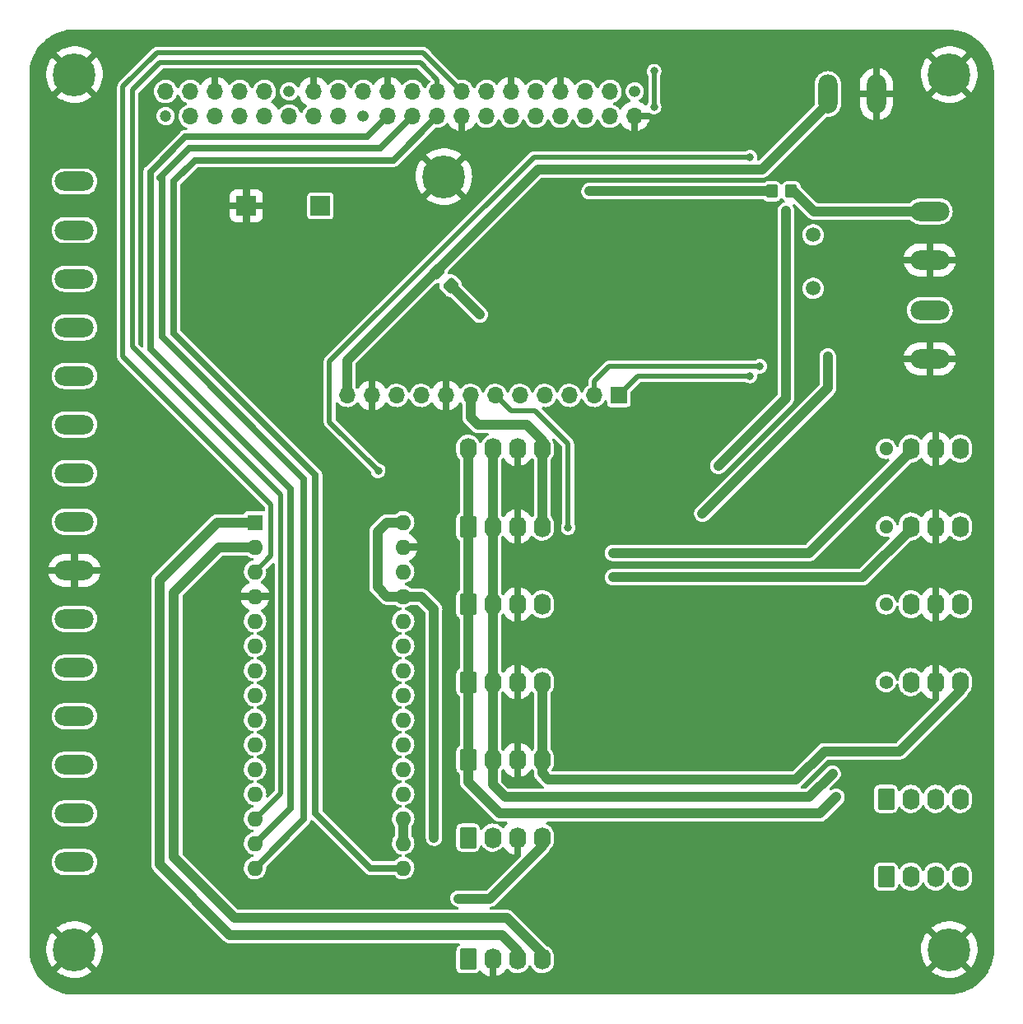
<source format=gbr>
%TF.GenerationSoftware,KiCad,Pcbnew,6.0.10*%
%TF.CreationDate,2023-01-17T11:13:45-03:00*%
%TF.ProjectId,trekking,7472656b-6b69-46e6-972e-6b696361645f,rev?*%
%TF.SameCoordinates,Original*%
%TF.FileFunction,Copper,L2,Bot*%
%TF.FilePolarity,Positive*%
%FSLAX46Y46*%
G04 Gerber Fmt 4.6, Leading zero omitted, Abs format (unit mm)*
G04 Created by KiCad (PCBNEW 6.0.10) date 2023-01-17 11:13:45*
%MOMM*%
%LPD*%
G01*
G04 APERTURE LIST*
G04 Aperture macros list*
%AMRoundRect*
0 Rectangle with rounded corners*
0 $1 Rounding radius*
0 $2 $3 $4 $5 $6 $7 $8 $9 X,Y pos of 4 corners*
0 Add a 4 corners polygon primitive as box body*
4,1,4,$2,$3,$4,$5,$6,$7,$8,$9,$2,$3,0*
0 Add four circle primitives for the rounded corners*
1,1,$1+$1,$2,$3*
1,1,$1+$1,$4,$5*
1,1,$1+$1,$6,$7*
1,1,$1+$1,$8,$9*
0 Add four rect primitives between the rounded corners*
20,1,$1+$1,$2,$3,$4,$5,0*
20,1,$1+$1,$4,$5,$6,$7,0*
20,1,$1+$1,$6,$7,$8,$9,0*
20,1,$1+$1,$8,$9,$2,$3,0*%
%AMFreePoly0*
4,1,28,0.087733,0.694480,0.250858,0.653506,0.399499,0.574804,0.525078,0.462918,0.620343,0.324307,0.679794,0.166973,0.700000,0.000000,0.699846,-0.014660,0.676148,-0.181173,0.613415,-0.337228,0.515268,-0.473813,0.387374,-0.583045,0.237117,-0.658617,0.073170,-0.696165,-0.095001,-0.693523,-0.257687,-0.650844,-0.405497,-0.570589,-0.529897,-0.457394,-0.623705,-0.317793,-0.681505,-0.159846,
-0.699962,0.007330,-0.678008,0.174083,-0.616912,0.330786,-0.520201,0.468391,-0.393458,0.578956,-0.244000,0.656097,-0.080456,0.695361,0.087733,0.694480,0.087733,0.694480,$1*%
G04 Aperture macros list end*
%TA.AperFunction,ComponentPad*%
%ADD10C,1.200000*%
%TD*%
%TA.AperFunction,ComponentPad*%
%ADD11O,1.700000X1.700000*%
%TD*%
%TA.AperFunction,ComponentPad*%
%ADD12O,1.200000X1.200000*%
%TD*%
%TA.AperFunction,ComponentPad*%
%ADD13FreePoly0,0.000000*%
%TD*%
%TA.AperFunction,ComponentPad*%
%ADD14O,1.740000X2.190000*%
%TD*%
%TA.AperFunction,ComponentPad*%
%ADD15C,1.500000*%
%TD*%
%TA.AperFunction,ComponentPad*%
%ADD16C,4.400000*%
%TD*%
%TA.AperFunction,ComponentPad*%
%ADD17RoundRect,0.250000X-0.620000X-0.845000X0.620000X-0.845000X0.620000X0.845000X-0.620000X0.845000X0*%
%TD*%
%TA.AperFunction,ComponentPad*%
%ADD18O,4.000000X2.000000*%
%TD*%
%TA.AperFunction,ComponentPad*%
%ADD19R,2.000000X2.000000*%
%TD*%
%TA.AperFunction,ComponentPad*%
%ADD20C,1.400000*%
%TD*%
%TA.AperFunction,ComponentPad*%
%ADD21R,1.600000X1.600000*%
%TD*%
%TA.AperFunction,ComponentPad*%
%ADD22O,1.600000X1.600000*%
%TD*%
%TA.AperFunction,ComponentPad*%
%ADD23R,1.700000X1.700000*%
%TD*%
%TA.AperFunction,ComponentPad*%
%ADD24O,2.000000X4.000000*%
%TD*%
%TA.AperFunction,SMDPad,CuDef*%
%ADD25RoundRect,0.250000X0.350000X0.450000X-0.350000X0.450000X-0.350000X-0.450000X0.350000X-0.450000X0*%
%TD*%
%TA.AperFunction,SMDPad,CuDef*%
%ADD26RoundRect,0.250000X-0.565685X-0.070711X-0.070711X-0.565685X0.565685X0.070711X0.070711X0.565685X0*%
%TD*%
%TA.AperFunction,ViaPad*%
%ADD27C,0.800000*%
%TD*%
%TA.AperFunction,ViaPad*%
%ADD28C,1.000000*%
%TD*%
%TA.AperFunction,Conductor*%
%ADD29C,1.000000*%
%TD*%
%TA.AperFunction,Conductor*%
%ADD30C,0.500000*%
%TD*%
%TA.AperFunction,Conductor*%
%ADD31C,0.700000*%
%TD*%
G04 APERTURE END LIST*
D10*
%TO.P,J1,1,Pin_1*%
%TO.N,unconnected-(J1-Pad1)*%
X54375000Y-64275000D03*
D11*
%TO.P,J1,2,Pin_2*%
%TO.N,+5V*%
X54375000Y-61735000D03*
%TO.P,J1,3,Pin_3*%
%TO.N,/SDA0*%
X56915000Y-64275000D03*
%TO.P,J1,4,Pin_4*%
%TO.N,+5V*%
X56915000Y-61735000D03*
%TO.P,J1,5,Pin_5*%
%TO.N,/SCL0*%
X59455000Y-64275000D03*
%TO.P,J1,6,Pin_6*%
%TO.N,Earth*%
X59455000Y-61735000D03*
%TO.P,J1,7,Pin_7*%
%TO.N,unconnected-(J1-Pad7)*%
X61995000Y-64275000D03*
%TO.P,J1,8,Pin_8*%
%TO.N,/RXD0*%
X61995000Y-61735000D03*
%TO.P,J1,9,Pin_9*%
%TO.N,Earth*%
X64535000Y-64275000D03*
%TO.P,J1,10,Pin_10*%
%TO.N,/TXD0*%
X64535000Y-61735000D03*
%TO.P,J1,11,Pin_11*%
%TO.N,unconnected-(J1-Pad11)*%
X67075000Y-64275000D03*
D12*
%TO.P,J1,12,Pin_12*%
%TO.N,unconnected-(J1-Pad12)*%
X67075000Y-61735000D03*
D11*
%TO.P,J1,13,Pin_13*%
%TO.N,unconnected-(J1-Pad13)*%
X69615000Y-64275000D03*
%TO.P,J1,14,Pin_14*%
%TO.N,Earth*%
X69615000Y-61735000D03*
%TO.P,J1,15,Pin_15*%
%TO.N,unconnected-(J1-Pad15)*%
X72155000Y-64275000D03*
%TO.P,J1,16,Pin_16*%
%TO.N,unconnected-(J1-Pad16)*%
X72155000Y-61735000D03*
D12*
%TO.P,J1,17,Pin_17*%
%TO.N,unconnected-(J1-Pad17)*%
X74695000Y-64275000D03*
D11*
%TO.P,J1,18,Pin_18*%
%TO.N,/SWDIO*%
X74695000Y-61735000D03*
%TO.P,J1,19,Pin_19*%
%TO.N,/MOSI*%
X77235000Y-64275000D03*
%TO.P,J1,20,Pin_20*%
%TO.N,Earth*%
X77235000Y-61735000D03*
%TO.P,J1,21,Pin_21*%
%TO.N,/MISO*%
X79775000Y-64275000D03*
%TO.P,J1,22,Pin_22*%
%TO.N,/SWCLK*%
X79775000Y-61735000D03*
%TO.P,J1,23,Pin_23*%
%TO.N,/SCK*%
X82315000Y-64275000D03*
%TO.P,J1,24,Pin_24*%
%TO.N,/SC*%
X82315000Y-61735000D03*
%TO.P,J1,25,Pin_25*%
%TO.N,Earth*%
X84855000Y-64275000D03*
%TO.P,J1,26,Pin_26*%
%TO.N,/RST_A*%
X84855000Y-61735000D03*
%TO.P,J1,27,Pin_27*%
%TO.N,unconnected-(J1-Pad27)*%
X87395000Y-64275000D03*
%TO.P,J1,28,Pin_28*%
%TO.N,unconnected-(J1-Pad28)*%
X87395000Y-61735000D03*
%TO.P,J1,29,Pin_29*%
%TO.N,unconnected-(J1-Pad29)*%
X89935000Y-64275000D03*
%TO.P,J1,30,Pin_30*%
%TO.N,Earth*%
X89935000Y-61735000D03*
%TO.P,J1,31,Pin_31*%
%TO.N,unconnected-(J1-Pad31)*%
X92475000Y-64275000D03*
%TO.P,J1,32,Pin_32*%
%TO.N,unconnected-(J1-Pad32)*%
X92475000Y-61735000D03*
%TO.P,J1,33,Pin_33*%
%TO.N,unconnected-(J1-Pad33)*%
X95015000Y-64275000D03*
%TO.P,J1,34,Pin_34*%
%TO.N,Earth*%
X95015000Y-61735000D03*
%TO.P,J1,35,Pin_35*%
%TO.N,/G22*%
X97555000Y-64275000D03*
%TO.P,J1,36,Pin_36*%
%TO.N,unconnected-(J1-Pad36)*%
X97555000Y-61735000D03*
%TO.P,J1,37,Pin_37*%
%TO.N,/RUN*%
X100095000Y-64275000D03*
%TO.P,J1,38,Pin_38*%
%TO.N,unconnected-(J1-Pad38)*%
X100095000Y-61735000D03*
%TO.P,J1,39,Pin_39*%
%TO.N,Earth*%
X102635000Y-64275000D03*
D12*
%TO.P,J1,40,Pin_40*%
%TO.N,unconnected-(J1-Pad40)*%
X102635000Y-61735000D03*
%TD*%
D13*
%TO.P,J5,1,Pin_1*%
%TO.N,unconnected-(J5-Pad1)*%
X128500000Y-106483500D03*
D14*
%TO.P,J5,2,Pin_2*%
%TO.N,/P3D*%
X131040000Y-106483500D03*
%TO.P,J5,3,Pin_3*%
%TO.N,Earth*%
X133580000Y-106483500D03*
%TO.P,J5,4,Pin_4*%
%TO.N,+3V3*%
X136120000Y-106483500D03*
%TD*%
D15*
%TO.P,VIN,1*%
%TO.N,/VIN*%
X121000000Y-82000000D03*
%TD*%
D16*
%TO.P,REF\u002A\u002A,1*%
%TO.N,Earth*%
X45000000Y-60000000D03*
%TD*%
D13*
%TO.P,J2,1,Pin_1*%
%TO.N,unconnected-(J2-Pad1)*%
X128500000Y-114483500D03*
D14*
%TO.P,J2,2,Pin_2*%
%TO.N,/P3A*%
X131040000Y-114483500D03*
%TO.P,J2,3,Pin_3*%
%TO.N,Earth*%
X133580000Y-114483500D03*
%TO.P,J2,4,Pin_4*%
%TO.N,+3V3*%
X136120000Y-114483500D03*
%TD*%
%TO.P,J17,1,Pin_1*%
%TO.N,/SDA0*%
X85500000Y-98483500D03*
%TO.P,J17,2,Pin_2*%
%TO.N,/SCL0*%
X88040000Y-98483500D03*
%TO.P,J17,3,Pin_3*%
%TO.N,Earth*%
X90580000Y-98483500D03*
%TO.P,J17,4,Pin_4*%
%TO.N,+3V3*%
X93120000Y-98483500D03*
%TD*%
D17*
%TO.P,J10,1,Pin_1*%
%TO.N,/P2A*%
X128500000Y-134503500D03*
D14*
%TO.P,J10,2,Pin_2*%
%TO.N,/P2B*%
X131040000Y-134503500D03*
%TO.P,J10,3,Pin_3*%
%TO.N,/P2C*%
X133580000Y-134503500D03*
%TO.P,J10,4,Pin_4*%
%TO.N,/P2D*%
X136120000Y-134503500D03*
%TD*%
D17*
%TO.P,J23,1,Pin_1*%
%TO.N,+3V3*%
X85500000Y-151000000D03*
D14*
%TO.P,J23,2,Pin_2*%
%TO.N,Earth*%
X88040000Y-151000000D03*
%TO.P,J23,3,Pin_3*%
%TO.N,/ATX*%
X90580000Y-151000000D03*
%TO.P,J23,4,Pin_4*%
%TO.N,/ARX*%
X93120000Y-151000000D03*
%TD*%
D18*
%TO.P,J22,1,Pin_1*%
%TO.N,Net-(J22-Pad1)*%
X45000000Y-116000000D03*
%TO.P,J22,2,Pin_2*%
%TO.N,Net-(J22-Pad2)*%
X45000000Y-121000000D03*
%TO.P,J22,3,Pin_3*%
%TO.N,Net-(J22-Pad3)*%
X45000000Y-126000000D03*
%TD*%
D17*
%TO.P,J15,1,Pin_1*%
%TO.N,/SDA0*%
X85500000Y-106483500D03*
D14*
%TO.P,J15,2,Pin_2*%
%TO.N,/SCL0*%
X88040000Y-106483500D03*
%TO.P,J15,3,Pin_3*%
%TO.N,Earth*%
X90580000Y-106483500D03*
%TO.P,J15,4,Pin_4*%
%TO.N,+3V3*%
X93120000Y-106483500D03*
%TD*%
D17*
%TO.P,J12,1,Pin_1*%
%TO.N,/SDA0*%
X85500000Y-138483500D03*
D14*
%TO.P,J12,2,Pin_2*%
%TO.N,/SCL0*%
X88040000Y-138483500D03*
%TO.P,J12,3,Pin_3*%
%TO.N,Earth*%
X90580000Y-138483500D03*
%TO.P,J12,4,Pin_4*%
%TO.N,+3V3*%
X93120000Y-138483500D03*
%TD*%
D19*
%TO.P,D1,1,K*%
%TO.N,Net-(D1-Pad1)*%
X70310000Y-73500000D03*
%TO.P,D1,2,A*%
%TO.N,Earth*%
X62690000Y-73500000D03*
%TD*%
D16*
%TO.P,,1*%
%TO.N,Earth*%
X83000000Y-70500000D03*
%TD*%
D20*
%TO.P,J3,1,Pin_1*%
%TO.N,unconnected-(J3-Pad1)*%
X128500000Y-122483500D03*
D14*
%TO.P,J3,2,Pin_2*%
%TO.N,/P3B*%
X131040000Y-122483500D03*
%TO.P,J3,3,Pin_3*%
%TO.N,Earth*%
X133580000Y-122483500D03*
%TO.P,J3,4,Pin_4*%
%TO.N,+3V3*%
X136120000Y-122483500D03*
%TD*%
D18*
%TO.P,J20,1,Pin_1*%
%TO.N,/O3*%
X45000000Y-101000000D03*
%TO.P,J20,2,Pin_2*%
%TO.N,/O2*%
X45000000Y-106000000D03*
%TO.P,J20,3,Pin_3*%
%TO.N,Earth*%
X45000000Y-111000000D03*
%TD*%
D15*
%TO.P,VCC,1*%
%TO.N,/VCC*%
X121000000Y-76500000D03*
%TD*%
D16*
%TO.P,REF\u002A\u002A,1*%
%TO.N,Earth*%
X45000000Y-150000000D03*
%TD*%
%TO.P,REF\u002A\u002A,1*%
%TO.N,Earth*%
X135000000Y-150000000D03*
%TD*%
D21*
%TO.P,A1,1,TX*%
%TO.N,/ATX*%
X63580000Y-106060000D03*
D22*
%TO.P,A1,2,RX*%
%TO.N,/ARX*%
X63580000Y-108600000D03*
%TO.P,A1,3,~{RESET}*%
%TO.N,/RST_A*%
X63580000Y-111140000D03*
%TO.P,A1,4,GND*%
%TO.N,Earth*%
X63580000Y-113680000D03*
%TO.P,A1,5,D2~*%
%TO.N,/D2*%
X63580000Y-116220000D03*
%TO.P,A1,6,D3~*%
%TO.N,/D3*%
X63580000Y-118760000D03*
%TO.P,A1,7,D4~*%
%TO.N,/D4*%
X63580000Y-121300000D03*
%TO.P,A1,8,D5~*%
%TO.N,/D5*%
X63580000Y-123840000D03*
%TO.P,A1,9,D6~*%
%TO.N,/D6*%
X63580000Y-126380000D03*
%TO.P,A1,10,D7~*%
%TO.N,/D7*%
X63580000Y-128920000D03*
%TO.P,A1,11,D8~*%
%TO.N,/D8*%
X63580000Y-131460000D03*
%TO.P,A1,12,D9~*%
%TO.N,/D9*%
X63580000Y-134000000D03*
%TO.P,A1,13,D10~*%
%TO.N,/SC*%
X63580000Y-136540000D03*
%TO.P,A1,14,D11~/MOSI*%
%TO.N,/MOSI*%
X63580000Y-139080000D03*
%TO.P,A1,15,D12~/MISO*%
%TO.N,/MISO*%
X63580000Y-141620000D03*
%TO.P,A1,16,D13~/SCK*%
%TO.N,/SCK*%
X78820000Y-141620000D03*
%TO.P,A1,17,3V3*%
%TO.N,+3V3*%
X78820000Y-139080000D03*
%TO.P,A1,18,AREF*%
X78820000Y-136540000D03*
%TO.P,A1,19,A0*%
%TO.N,/A0*%
X78820000Y-134000000D03*
%TO.P,A1,20,A1*%
%TO.N,/A1*%
X78820000Y-131460000D03*
%TO.P,A1,21,A2*%
%TO.N,/A2*%
X78820000Y-128920000D03*
%TO.P,A1,22,A3*%
%TO.N,/A3*%
X78820000Y-126380000D03*
%TO.P,A1,23,A4/SDA*%
%TO.N,/SDA0*%
X78820000Y-123840000D03*
%TO.P,A1,24,A5/SCL*%
%TO.N,/SCL0*%
X78820000Y-121300000D03*
%TO.P,A1,25,A6*%
%TO.N,/A6*%
X78820000Y-118760000D03*
%TO.P,A1,26,A7*%
%TO.N,/A7*%
X78820000Y-116220000D03*
%TO.P,A1,27,+5V*%
%TO.N,+5V*%
X78820000Y-113680000D03*
%TO.P,A1,28,~{RESET}*%
%TO.N,unconnected-(A1-Pad28)*%
X78820000Y-111140000D03*
%TO.P,A1,29,GND*%
%TO.N,Earth*%
X78820000Y-108600000D03*
%TO.P,A1,30,VIN*%
%TO.N,+5V*%
X78820000Y-106060000D03*
%TD*%
D17*
%TO.P,J16,1,Pin_1*%
%TO.N,/SDA0*%
X85500000Y-122483500D03*
D14*
%TO.P,J16,2,Pin_2*%
%TO.N,/SCL0*%
X88040000Y-122483500D03*
%TO.P,J16,3,Pin_3*%
%TO.N,Earth*%
X90580000Y-122483500D03*
%TO.P,J16,4,Pin_4*%
%TO.N,+3V3*%
X93120000Y-122483500D03*
%TD*%
D23*
%TO.P,J18,1,Pin_1*%
%TO.N,/TXD1*%
X101000000Y-93000000D03*
D11*
%TO.P,J18,2,Pin_2*%
%TO.N,/RXD1*%
X98460000Y-93000000D03*
%TO.P,J18,3,Pin_3*%
%TO.N,/SPI0_RX*%
X95920000Y-93000000D03*
%TO.P,J18,4,Pin_4*%
%TO.N,/SPI0_SC*%
X93380000Y-93000000D03*
%TO.P,J18,5,Pin_5*%
%TO.N,/SPI0_SCK*%
X90840000Y-93000000D03*
%TO.P,J18,6,Pin_6*%
%TO.N,/SPI0_TX*%
X88300000Y-93000000D03*
%TO.P,J18,7,Pin_7*%
%TO.N,+3V3*%
X85760000Y-93000000D03*
%TO.P,J18,8,Pin_8*%
%TO.N,Earth*%
X83220000Y-93000000D03*
%TO.P,J18,9,Pin_9*%
%TO.N,/SCL0*%
X80680000Y-93000000D03*
%TO.P,J18,10,Pin_10*%
%TO.N,/SDA0*%
X78140000Y-93000000D03*
%TO.P,J18,11,Pin_11*%
%TO.N,Earth*%
X75600000Y-93000000D03*
%TO.P,J18,12,Pin_12*%
%TO.N,+5V*%
X73060000Y-93000000D03*
%TD*%
D13*
%TO.P,J4,1,Pin_1*%
%TO.N,unconnected-(J4-Pad1)*%
X128500000Y-98483500D03*
D14*
%TO.P,J4,2,Pin_2*%
%TO.N,/P3C*%
X131040000Y-98483500D03*
%TO.P,J4,3,Pin_3*%
%TO.N,Earth*%
X133580000Y-98483500D03*
%TO.P,J4,4,Pin_4*%
%TO.N,+3V3*%
X136120000Y-98483500D03*
%TD*%
D17*
%TO.P,J13,1,Pin_1*%
%TO.N,/SDA0*%
X85500000Y-114483500D03*
D14*
%TO.P,J13,2,Pin_2*%
%TO.N,/SCL0*%
X88040000Y-114483500D03*
%TO.P,J13,3,Pin_3*%
%TO.N,Earth*%
X90580000Y-114483500D03*
%TO.P,J13,4,Pin_4*%
%TO.N,+3V3*%
X93120000Y-114483500D03*
%TD*%
D16*
%TO.P,REF\u002A\u002A,1*%
%TO.N,Earth*%
X135000000Y-60000000D03*
%TD*%
D17*
%TO.P,J9,1,Pin_1*%
%TO.N,/P1A*%
X128500000Y-142483500D03*
D14*
%TO.P,J9,2,Pin_2*%
%TO.N,/P1B*%
X131040000Y-142483500D03*
%TO.P,J9,3,Pin_3*%
%TO.N,/P1C*%
X133580000Y-142483500D03*
%TO.P,J9,4,Pin_4*%
%TO.N,/P1D*%
X136120000Y-142483500D03*
%TD*%
D18*
%TO.P,J19,1,Pin_1*%
%TO.N,/O6*%
X45000000Y-86000000D03*
%TO.P,J19,2,Pin_2*%
%TO.N,/O5*%
X45000000Y-91000000D03*
%TO.P,J19,3,Pin_3*%
%TO.N,/O4*%
X45000000Y-96000000D03*
%TD*%
%TO.P,J7,1,Pin_1*%
%TO.N,/VCC*%
X133000000Y-74058500D03*
%TO.P,J7,2,Pin_2*%
%TO.N,Earth*%
X133000000Y-79058500D03*
%TD*%
D24*
%TO.P,J8,1,Pin_1*%
%TO.N,+5V*%
X122500000Y-62000000D03*
%TO.P,J8,2,Pin_2*%
%TO.N,Earth*%
X127500000Y-62000000D03*
%TD*%
D18*
%TO.P,J11,1,Pin_1*%
%TO.N,/O9*%
X45000000Y-71000000D03*
%TO.P,J11,2,Pin_2*%
%TO.N,/O8*%
X45000000Y-76000000D03*
%TO.P,J11,3,Pin_3*%
%TO.N,/O7*%
X45000000Y-81000000D03*
%TD*%
%TO.P,J21,1,Pin_1*%
%TO.N,Net-(J21-Pad1)*%
X45000000Y-131000000D03*
%TO.P,J21,2,Pin_2*%
%TO.N,Net-(J21-Pad2)*%
X45000000Y-136000000D03*
%TO.P,J21,3,Pin_3*%
%TO.N,Net-(J21-Pad3)*%
X45000000Y-141000000D03*
%TD*%
%TO.P,J6,1,Pin_1*%
%TO.N,/VIN*%
X133000000Y-84233500D03*
%TO.P,J6,2,Pin_2*%
%TO.N,Earth*%
X133000000Y-89233500D03*
%TD*%
D17*
%TO.P,J14,1,Pin_1*%
%TO.N,/SDA0*%
X85500000Y-130483500D03*
D14*
%TO.P,J14,2,Pin_2*%
%TO.N,/SCL0*%
X88040000Y-130483500D03*
%TO.P,J14,3,Pin_3*%
%TO.N,Earth*%
X90580000Y-130483500D03*
%TO.P,J14,4,Pin_4*%
%TO.N,+3V3*%
X93120000Y-130483500D03*
%TD*%
D25*
%TO.P,R20,1*%
%TO.N,/VCC*%
X118750000Y-72000000D03*
%TO.P,R20,2*%
%TO.N,Net-(C1-Pad1)*%
X116750000Y-72000000D03*
%TD*%
D26*
%TO.P,R21,1*%
%TO.N,+5V*%
X82292893Y-80292893D03*
%TO.P,R21,2*%
%TO.N,Net-(C5-Pad1)*%
X83707107Y-81707107D03*
%TD*%
D27*
%TO.N,Earth*%
X82000000Y-108000000D03*
X107600000Y-119400000D03*
X45000000Y-88400000D03*
X78800000Y-144200000D03*
X45000000Y-73500000D03*
X60500000Y-70500000D03*
X109500000Y-131000000D03*
X57600000Y-118400000D03*
X124500000Y-93000000D03*
X68600000Y-140600000D03*
X45000000Y-93600000D03*
X54600000Y-106600000D03*
X121000000Y-79200000D03*
X61250000Y-116250000D03*
X76200000Y-79400000D03*
X89500000Y-89000000D03*
X94500000Y-89250000D03*
X67000000Y-88000000D03*
X107800000Y-114600000D03*
X94500000Y-66500000D03*
X50800000Y-108800000D03*
X125000000Y-66500000D03*
X56000000Y-152000000D03*
X45000000Y-78600000D03*
X135500000Y-76600000D03*
X100600000Y-99400000D03*
X68000000Y-70500000D03*
X65500000Y-70500000D03*
X50600000Y-113400000D03*
X134700000Y-66500000D03*
X84500000Y-89000000D03*
X62000000Y-88000000D03*
X105500000Y-88500000D03*
X107000000Y-78500000D03*
X45000000Y-65600000D03*
X67000000Y-82000000D03*
X115600000Y-119800000D03*
X58000000Y-84000000D03*
X92000000Y-72500000D03*
X104400000Y-123000000D03*
X79000000Y-89000000D03*
X116500000Y-66500000D03*
X107800000Y-106000000D03*
X124400000Y-97800000D03*
X116250000Y-131000000D03*
X58000000Y-81000000D03*
X87000000Y-77800000D03*
X61250000Y-123800000D03*
X98000000Y-76000000D03*
X72800000Y-127000000D03*
X115500000Y-79000000D03*
X107800000Y-101400000D03*
X120200000Y-91600000D03*
X61250000Y-120000000D03*
X101500000Y-131000000D03*
X58000000Y-78000000D03*
X69500000Y-88000000D03*
X100200000Y-114200000D03*
X75500000Y-70500000D03*
X58000000Y-75500000D03*
X122800000Y-142400000D03*
X111000000Y-66500000D03*
X87000000Y-89000000D03*
X100400000Y-106600000D03*
X73000000Y-70500000D03*
X45000000Y-103800000D03*
X57600000Y-131200000D03*
X105500000Y-66500000D03*
X45000000Y-128400000D03*
X113000000Y-143000000D03*
X107000000Y-76000000D03*
X57400000Y-114200000D03*
X124500000Y-133500000D03*
X45000000Y-98600000D03*
X53500000Y-97000000D03*
X101200000Y-152000000D03*
X59500000Y-87000000D03*
X45000000Y-113400000D03*
X111250000Y-106750000D03*
X45000000Y-123400000D03*
X87000000Y-66500000D03*
X109400000Y-93000000D03*
X106000000Y-61000000D03*
X58000000Y-70500000D03*
X73000000Y-108000000D03*
X81750000Y-100750000D03*
X56000000Y-146000000D03*
X49000000Y-97500000D03*
X81800000Y-83000000D03*
X104400000Y-74200000D03*
X78800000Y-152000000D03*
X101500000Y-138000000D03*
X52800000Y-65800000D03*
X116250000Y-138000000D03*
X57600000Y-126600000D03*
X45000000Y-108800000D03*
X63000000Y-70500000D03*
X110400000Y-152000000D03*
X135500000Y-81600000D03*
X48500000Y-92000000D03*
X78000000Y-70500000D03*
X70500000Y-70500000D03*
X92000000Y-66500000D03*
X45000000Y-138600000D03*
X45000000Y-133600000D03*
X107000000Y-84000000D03*
X116800000Y-113600000D03*
X135500000Y-86800000D03*
X115600000Y-124400000D03*
X95600000Y-114200000D03*
X107000000Y-81000000D03*
X107000000Y-86500000D03*
X119200000Y-152000000D03*
X57600000Y-136000000D03*
X127900000Y-79200000D03*
X57000000Y-140200000D03*
X68600000Y-152000000D03*
X122750000Y-104750000D03*
X45000000Y-83400000D03*
X64500000Y-88000000D03*
X109900000Y-59200000D03*
X61250000Y-112250000D03*
X89500000Y-66500000D03*
X134400000Y-128600000D03*
X57600000Y-121600000D03*
X111200000Y-114600000D03*
X92000000Y-89000000D03*
X45000000Y-118400000D03*
X116500000Y-74000000D03*
X116800000Y-104600000D03*
X58000000Y-73000000D03*
X101200000Y-126000000D03*
D28*
X95500000Y-127000000D03*
D27*
X82000000Y-89000000D03*
X115500000Y-85500000D03*
X109500000Y-138000000D03*
%TO.N,+5V*%
X82000000Y-138500000D03*
%TO.N,/SDA0*%
X123400000Y-134300000D03*
%TO.N,/SCL0*%
X123000000Y-131900000D03*
%TO.N,/SWDIO*%
X104625000Y-59650000D03*
X104625000Y-63350000D03*
D28*
%TO.N,/P3D*%
X100400000Y-111700000D03*
%TO.N,/P3C*%
X100400000Y-109200000D03*
D27*
%TO.N,+3V3*%
X84495000Y-144755000D03*
%TO.N,/SPI0_TX*%
X95800000Y-106600000D03*
%TO.N,/TXD1*%
X114500000Y-91000000D03*
%TO.N,/RXD1*%
X115500000Y-90000000D03*
%TO.N,/ADC1*%
X111250000Y-100250000D03*
X118200000Y-74000000D03*
D28*
%TO.N,/ADC2*%
X122500000Y-89000000D03*
D27*
X109600000Y-105150000D03*
%TO.N,/VCC*%
X114500000Y-68500000D03*
X76250000Y-100750000D03*
%TO.N,Net-(C1-Pad1)*%
X98000000Y-72000000D03*
%TO.N,Net-(C5-Pad1)*%
X86700000Y-84700000D03*
%TD*%
D29*
%TO.N,+5V*%
X80680000Y-113680000D02*
X82000000Y-115000000D01*
X122500000Y-63000000D02*
X122500000Y-62000000D01*
X78820000Y-113680000D02*
X80680000Y-113680000D01*
X92694365Y-69750000D02*
X115750000Y-69750000D01*
X76200000Y-107000000D02*
X77140000Y-106060000D01*
X76200000Y-112725000D02*
X76200000Y-107000000D01*
X115750000Y-69750000D02*
X122500000Y-63000000D01*
X78820000Y-113680000D02*
X77155000Y-113680000D01*
X77140000Y-106060000D02*
X78820000Y-106060000D01*
X73060000Y-89384365D02*
X92694365Y-69750000D01*
X77155000Y-113680000D02*
X76200000Y-112725000D01*
X73060000Y-93000000D02*
X73060000Y-89384365D01*
X82000000Y-115000000D02*
X82000000Y-136000000D01*
X122500000Y-62000000D02*
X122500000Y-63500000D01*
X82000000Y-136000000D02*
X82000000Y-138500000D01*
%TO.N,/SDA0*%
X85500000Y-138483500D02*
X85500000Y-138000000D01*
X93750000Y-136000000D02*
X121700000Y-136000000D01*
X121700000Y-136000000D02*
X123400000Y-134300000D01*
X85500000Y-132750000D02*
X85500000Y-130483500D01*
X88750000Y-136000000D02*
X85500000Y-132750000D01*
X93750000Y-136000000D02*
X88750000Y-136000000D01*
X85500000Y-130483500D02*
X85500000Y-98483500D01*
%TO.N,/SCL0*%
X120600000Y-134300000D02*
X123000000Y-131900000D01*
X88040000Y-130483500D02*
X88040000Y-98483500D01*
X88040000Y-133040000D02*
X89300000Y-134300000D01*
X88040000Y-130483500D02*
X88040000Y-133040000D01*
X89300000Y-134300000D02*
X120600000Y-134300000D01*
D30*
%TO.N,/SWDIO*%
X104625000Y-59650000D02*
X104625000Y-63350000D01*
%TO.N,/SC*%
X53800000Y-58800000D02*
X51000000Y-61600000D01*
X51000000Y-61600000D02*
X51000000Y-88000000D01*
X80600000Y-58800000D02*
X53800000Y-58800000D01*
X51000000Y-88000000D02*
X66200000Y-103200000D01*
X82315000Y-60515000D02*
X80600000Y-58800000D01*
X82315000Y-61735000D02*
X82315000Y-60515000D01*
X66200000Y-103200000D02*
X66200000Y-133920000D01*
X66200000Y-133920000D02*
X63580000Y-136540000D01*
D31*
%TO.N,/MOSI*%
X75110000Y-66400000D02*
X77235000Y-64275000D01*
X67200000Y-102600000D02*
X52800000Y-88200000D01*
X52800000Y-88200000D02*
X52800000Y-70000000D01*
X56400000Y-66400000D02*
X75110000Y-66400000D01*
X63580000Y-139080000D02*
X67200000Y-135460000D01*
X52800000Y-70000000D02*
X56400000Y-66400000D01*
X67200000Y-135460000D02*
X67200000Y-102600000D01*
%TO.N,/MISO*%
X68600000Y-101600000D02*
X68600000Y-136600000D01*
X54500000Y-69900000D02*
X54000000Y-70400000D01*
X54500000Y-69900000D02*
X56800000Y-67600000D01*
X56800000Y-67600000D02*
X76450000Y-67600000D01*
X54000000Y-87000000D02*
X68600000Y-101600000D01*
X68600000Y-136600000D02*
X63580000Y-141620000D01*
X54500000Y-69900000D02*
X53800000Y-70600000D01*
X76450000Y-67600000D02*
X79775000Y-64275000D01*
X54000000Y-70400000D02*
X54000000Y-87000000D01*
%TO.N,/SCK*%
X55200000Y-86600000D02*
X55200000Y-71000000D01*
X57400000Y-68800000D02*
X77790000Y-68800000D01*
X78820000Y-141620000D02*
X75420000Y-141620000D01*
X69800000Y-136000000D02*
X69800000Y-101200000D01*
X69800000Y-101200000D02*
X55200000Y-86600000D01*
X55200000Y-71000000D02*
X57400000Y-68800000D01*
X77790000Y-68800000D02*
X82315000Y-64275000D01*
X75420000Y-141620000D02*
X69800000Y-136000000D01*
D29*
%TO.N,/P3D*%
X100400000Y-111700000D02*
X126092003Y-111700000D01*
X131040000Y-106752003D02*
X131040000Y-106483500D01*
X126092003Y-111700000D02*
X131040000Y-106752003D01*
%TO.N,/P3C*%
X100400000Y-109200000D02*
X120592003Y-109200000D01*
X120592003Y-109200000D02*
X131040000Y-98752003D01*
X131040000Y-98752003D02*
X131040000Y-98483500D01*
%TO.N,+3V3*%
X86500000Y-96000000D02*
X91500000Y-96000000D01*
X93120000Y-97620000D02*
X93120000Y-98483500D01*
X122150000Y-129600000D02*
X119250000Y-132500000D01*
X93120000Y-106483500D02*
X93120000Y-98483500D01*
X87745000Y-144755000D02*
X84495000Y-144755000D01*
X78820000Y-136540000D02*
X78820000Y-139080000D01*
X119250000Y-132500000D02*
X93750000Y-132500000D01*
X93120000Y-131870000D02*
X93120000Y-130483500D01*
X136120000Y-122483500D02*
X136120000Y-123380000D01*
X91500000Y-96000000D02*
X93120000Y-97620000D01*
X85760000Y-93000000D02*
X85760000Y-95260000D01*
X85760000Y-95260000D02*
X86500000Y-96000000D01*
X93120000Y-139380000D02*
X87745000Y-144755000D01*
X93750000Y-132500000D02*
X93120000Y-131870000D01*
X93120000Y-130483500D02*
X93120000Y-122483500D01*
X136120000Y-123380000D02*
X129900000Y-129600000D01*
X129900000Y-129600000D02*
X122150000Y-129600000D01*
X78820000Y-136540000D02*
X78820000Y-136430000D01*
X93120000Y-138483500D02*
X93120000Y-139380000D01*
D30*
%TO.N,/SPI0_TX*%
X95800000Y-98000000D02*
X92400000Y-94600000D01*
X92400000Y-94600000D02*
X89900000Y-94600000D01*
X95800000Y-106600000D02*
X95800000Y-98000000D01*
X89900000Y-94600000D02*
X88300000Y-93000000D01*
%TO.N,/TXD1*%
X103000000Y-91000000D02*
X114500000Y-91000000D01*
X101000000Y-93000000D02*
X103000000Y-91000000D01*
%TO.N,/RXD1*%
X98460000Y-93000000D02*
X98460000Y-91540000D01*
X98460000Y-91540000D02*
X100000000Y-90000000D01*
X100000000Y-90000000D02*
X115500000Y-90000000D01*
D29*
%TO.N,/ADC1*%
X118200000Y-93300000D02*
X118200000Y-74000000D01*
X111250000Y-100250000D02*
X118200000Y-93300000D01*
%TO.N,/ADC2*%
X122500000Y-92250000D02*
X122500000Y-89000000D01*
X109600000Y-105150000D02*
X122500000Y-92250000D01*
D30*
%TO.N,/RST_A*%
X50000000Y-89000000D02*
X65200000Y-104200000D01*
X65200000Y-109520000D02*
X63580000Y-111140000D01*
X65200000Y-104200000D02*
X65200000Y-109520000D01*
X79500000Y-57750000D02*
X53500000Y-57750000D01*
X53500000Y-57750000D02*
X50000000Y-61250000D01*
X79500000Y-57750000D02*
X80870000Y-57750000D01*
X50000000Y-61250000D02*
X50000000Y-89000000D01*
X80870000Y-57750000D02*
X84855000Y-61735000D01*
X79500000Y-57750000D02*
X80750000Y-57750000D01*
D29*
%TO.N,/ATX*%
X61000000Y-148500000D02*
X53750000Y-141250000D01*
X53750000Y-141250000D02*
X53750000Y-112000000D01*
X53750000Y-112000000D02*
X59690000Y-106060000D01*
X59690000Y-106060000D02*
X63580000Y-106060000D01*
X90580000Y-151000000D02*
X90580000Y-150080000D01*
X89000000Y-148500000D02*
X61000000Y-148500000D01*
X90580000Y-150080000D02*
X89000000Y-148500000D01*
%TO.N,/ARX*%
X55250000Y-113250000D02*
X55250000Y-140500000D01*
X89500000Y-146750000D02*
X93120000Y-150370000D01*
X59900000Y-108600000D02*
X55250000Y-113250000D01*
X55250000Y-140500000D02*
X61500000Y-146750000D01*
X93120000Y-150620000D02*
X93120000Y-151000000D01*
X61500000Y-146750000D02*
X89500000Y-146750000D01*
X63580000Y-108600000D02*
X59900000Y-108600000D01*
X93120000Y-150370000D02*
X93120000Y-151000000D01*
D30*
%TO.N,/VCC*%
X76250000Y-100750000D02*
X71250000Y-95750000D01*
D29*
X121058500Y-74058500D02*
X133000000Y-74058500D01*
D30*
X71250000Y-89500000D02*
X92250000Y-68500000D01*
X92250000Y-68500000D02*
X114500000Y-68500000D01*
D29*
X119000000Y-72000000D02*
X121058500Y-74058500D01*
D30*
X71250000Y-95750000D02*
X71250000Y-89500000D01*
D29*
%TO.N,Net-(C1-Pad1)*%
X98000000Y-72000000D02*
X116750000Y-72000000D01*
%TO.N,Net-(C5-Pad1)*%
X86700000Y-84700000D02*
X83707107Y-81707107D01*
%TD*%
%TA.AperFunction,Conductor*%
%TO.N,Earth*%
G36*
X88439092Y-55367658D02*
G01*
X134925120Y-55386018D01*
X134948365Y-55387853D01*
X134952884Y-55388569D01*
X134952887Y-55388569D01*
X134964468Y-55390403D01*
X134976051Y-55388568D01*
X134984605Y-55388568D01*
X135001077Y-55387632D01*
X135363208Y-55403441D01*
X135376145Y-55404572D01*
X135570774Y-55430195D01*
X135765396Y-55455817D01*
X135778196Y-55458074D01*
X136161494Y-55543046D01*
X136174051Y-55546410D01*
X136548496Y-55664471D01*
X136560710Y-55668917D01*
X136742066Y-55744036D01*
X136923432Y-55819160D01*
X136935193Y-55824643D01*
X137215222Y-55970416D01*
X137283461Y-56005939D01*
X137294708Y-56012432D01*
X137625826Y-56223377D01*
X137636473Y-56230832D01*
X137947956Y-56469841D01*
X137957907Y-56478190D01*
X138247388Y-56743450D01*
X138256550Y-56752612D01*
X138521810Y-57042093D01*
X138530159Y-57052044D01*
X138769168Y-57363527D01*
X138776621Y-57374170D01*
X138987568Y-57705292D01*
X138994061Y-57716539D01*
X139175357Y-58064807D01*
X139180840Y-58076568D01*
X139255964Y-58257934D01*
X139331083Y-58439290D01*
X139335529Y-58451504D01*
X139453590Y-58825949D01*
X139456954Y-58838506D01*
X139541926Y-59221804D01*
X139544183Y-59234604D01*
X139559056Y-59347577D01*
X139591599Y-59594769D01*
X139595427Y-59623849D01*
X139596559Y-59636792D01*
X139612207Y-59995223D01*
X139612368Y-59998920D01*
X139611432Y-60015395D01*
X139611432Y-60023949D01*
X139609597Y-60035532D01*
X139611431Y-60047112D01*
X139611431Y-60047113D01*
X139612132Y-60051538D01*
X139613966Y-60074846D01*
X139613966Y-149925154D01*
X139612132Y-149948462D01*
X139609597Y-149964468D01*
X139611432Y-149976051D01*
X139611432Y-149984605D01*
X139612368Y-150001077D01*
X139596560Y-150363201D01*
X139595428Y-150376145D01*
X139586729Y-150442219D01*
X139544183Y-150765396D01*
X139541926Y-150778196D01*
X139456954Y-151161494D01*
X139453590Y-151174051D01*
X139335529Y-151548496D01*
X139331083Y-151560710D01*
X139304996Y-151623691D01*
X139180840Y-151923432D01*
X139175357Y-151935193D01*
X139064660Y-152147841D01*
X138994061Y-152283461D01*
X138987568Y-152294708D01*
X138776623Y-152625826D01*
X138769168Y-152636473D01*
X138530159Y-152947956D01*
X138521810Y-152957907D01*
X138256550Y-153247388D01*
X138247388Y-153256550D01*
X137957907Y-153521810D01*
X137947956Y-153530159D01*
X137636473Y-153769168D01*
X137625830Y-153776621D01*
X137294708Y-153987568D01*
X137283461Y-153994061D01*
X136935193Y-154175357D01*
X136923432Y-154180840D01*
X136814631Y-154225907D01*
X136560710Y-154331083D01*
X136548496Y-154335529D01*
X136174051Y-154453590D01*
X136161494Y-154456954D01*
X135778196Y-154541926D01*
X135765396Y-154544183D01*
X135570774Y-154569805D01*
X135376145Y-154595428D01*
X135363208Y-154596559D01*
X135001077Y-154612368D01*
X134984605Y-154611432D01*
X134976051Y-154611432D01*
X134964468Y-154609597D01*
X134952888Y-154611431D01*
X134952886Y-154611431D01*
X134949205Y-154612014D01*
X134948367Y-154612147D01*
X134925120Y-154613982D01*
X88558340Y-154632296D01*
X45039275Y-154649485D01*
X45015907Y-154647650D01*
X45011588Y-154646966D01*
X45011584Y-154646966D01*
X45000000Y-154645131D01*
X44988415Y-154646966D01*
X44979864Y-154646966D01*
X44963392Y-154647902D01*
X44601260Y-154632090D01*
X44588324Y-154630959D01*
X44199070Y-154579713D01*
X44186282Y-154577458D01*
X43954240Y-154526016D01*
X43802973Y-154492480D01*
X43790418Y-154489116D01*
X43603199Y-154430087D01*
X43415976Y-154371055D01*
X43403770Y-154366613D01*
X43041050Y-154216369D01*
X43029271Y-154210876D01*
X42681014Y-154029584D01*
X42669758Y-154023085D01*
X42338644Y-153812143D01*
X42328012Y-153804700D01*
X42016513Y-153565679D01*
X42006561Y-153557327D01*
X41717103Y-153292088D01*
X41707912Y-153282897D01*
X41442673Y-152993439D01*
X41434317Y-152983482D01*
X41414698Y-152957914D01*
X41195300Y-152671988D01*
X41187857Y-152661356D01*
X40976915Y-152330242D01*
X40970416Y-152318986D01*
X40952699Y-152284952D01*
X43215885Y-152284952D01*
X43220041Y-152292152D01*
X43439986Y-152450198D01*
X43447216Y-152454787D01*
X43731943Y-152613264D01*
X43739653Y-152616991D01*
X44040706Y-152741691D01*
X44048800Y-152744510D01*
X44362171Y-152833776D01*
X44370561Y-152835651D01*
X44692112Y-152888307D01*
X44700640Y-152889204D01*
X45026135Y-152904554D01*
X45034703Y-152904464D01*
X45359801Y-152882301D01*
X45368301Y-152881227D01*
X45688692Y-152821846D01*
X45697029Y-152819799D01*
X46008466Y-152723988D01*
X46016503Y-152721000D01*
X46314880Y-152590020D01*
X46322503Y-152586137D01*
X46603853Y-152421728D01*
X46610988Y-152416987D01*
X46772946Y-152295387D01*
X46782830Y-152282781D01*
X46779484Y-152274458D01*
X45013871Y-150508846D01*
X45000000Y-150500838D01*
X44986129Y-150508846D01*
X43223893Y-152271081D01*
X43215885Y-152284952D01*
X40952699Y-152284952D01*
X40789124Y-151970729D01*
X40783630Y-151958948D01*
X40780084Y-151950388D01*
X40633387Y-151596230D01*
X40628943Y-151584020D01*
X40621594Y-151560710D01*
X40510884Y-151209582D01*
X40507520Y-151197027D01*
X40442041Y-150901674D01*
X40422542Y-150813718D01*
X40420286Y-150800923D01*
X40409597Y-150719726D01*
X40369041Y-150411676D01*
X40367909Y-150398733D01*
X40366923Y-150376151D01*
X40352098Y-150036608D01*
X40353034Y-150020136D01*
X40353034Y-150011585D01*
X40354869Y-150000000D01*
X40352333Y-149983989D01*
X40350500Y-149960692D01*
X40350500Y-149913037D01*
X42096630Y-149913037D01*
X42105161Y-150238784D01*
X42105878Y-150247325D01*
X42151792Y-150569934D01*
X42153484Y-150578327D01*
X42236172Y-150893511D01*
X42238824Y-150901674D01*
X42357186Y-151205260D01*
X42360754Y-151213052D01*
X42513233Y-151501033D01*
X42517671Y-151508361D01*
X42702237Y-151776908D01*
X42702540Y-151777298D01*
X42714345Y-151785231D01*
X42725030Y-151779996D01*
X44491154Y-150013871D01*
X44499162Y-150000000D01*
X45500838Y-150000000D01*
X45508846Y-150013871D01*
X47270359Y-151775385D01*
X47284230Y-151783393D01*
X47293706Y-151777922D01*
X47329357Y-151735284D01*
X47334476Y-151728392D01*
X47513377Y-151456039D01*
X47517657Y-151448625D01*
X47664066Y-151157525D01*
X47667478Y-151149640D01*
X47779455Y-150843649D01*
X47781935Y-150835433D01*
X47858001Y-150518596D01*
X47859521Y-150510151D01*
X47898785Y-150185688D01*
X47899287Y-150179085D01*
X47904811Y-150003315D01*
X47904724Y-149996695D01*
X47885910Y-149670400D01*
X47884925Y-149661887D01*
X47828904Y-149340901D01*
X47826942Y-149332533D01*
X47734402Y-149020123D01*
X47731489Y-149012033D01*
X47603655Y-148712329D01*
X47599837Y-148704639D01*
X47438395Y-148421601D01*
X47433724Y-148414408D01*
X47295779Y-148226620D01*
X47283278Y-148216604D01*
X47275233Y-148219741D01*
X45508846Y-149986129D01*
X45500838Y-150000000D01*
X44499162Y-150000000D01*
X44491154Y-149986129D01*
X42730693Y-148225667D01*
X42716822Y-148217659D01*
X42708423Y-148222508D01*
X42617272Y-148338757D01*
X42612391Y-148345782D01*
X42442129Y-148623623D01*
X42438085Y-148631164D01*
X42300884Y-148926739D01*
X42297731Y-148934701D01*
X42195416Y-149244078D01*
X42193197Y-149252359D01*
X42127120Y-149571430D01*
X42125866Y-149579925D01*
X42096899Y-149904485D01*
X42096630Y-149913037D01*
X40350500Y-149913037D01*
X40350500Y-147717341D01*
X43217498Y-147717341D01*
X43221553Y-147726579D01*
X44986129Y-149491154D01*
X45000000Y-149499162D01*
X45013871Y-149491154D01*
X46776185Y-147728841D01*
X46784193Y-147714970D01*
X46778491Y-147705092D01*
X46759570Y-147688933D01*
X46752750Y-147683757D01*
X46482287Y-147502013D01*
X46474906Y-147497648D01*
X46185347Y-147348196D01*
X46177521Y-147344711D01*
X45872700Y-147229529D01*
X45864530Y-147226969D01*
X45548497Y-147147587D01*
X45540060Y-147145977D01*
X45217001Y-147103446D01*
X45208471Y-147102819D01*
X44882641Y-147097700D01*
X44874084Y-147098059D01*
X44549838Y-147130423D01*
X44541385Y-147131762D01*
X44222995Y-147201183D01*
X44214760Y-147203482D01*
X43906465Y-147309035D01*
X43898527Y-147312275D01*
X43604421Y-147452556D01*
X43596910Y-147456685D01*
X43320881Y-147629837D01*
X43313880Y-147634812D01*
X43226981Y-147704431D01*
X43217498Y-147717341D01*
X40350500Y-147717341D01*
X40350500Y-141000000D01*
X42644341Y-141000000D01*
X42644908Y-141006481D01*
X42663658Y-141220787D01*
X42664937Y-141235408D01*
X42666618Y-141241682D01*
X42666619Y-141241687D01*
X42691799Y-141335659D01*
X42726097Y-141463663D01*
X42825965Y-141677829D01*
X42961505Y-141871401D01*
X43128599Y-142038495D01*
X43322171Y-142174035D01*
X43536337Y-142273903D01*
X43626191Y-142297979D01*
X43758313Y-142333381D01*
X43758318Y-142333382D01*
X43764592Y-142335063D01*
X43771063Y-142335629D01*
X43771068Y-142335630D01*
X43937799Y-142350217D01*
X43941034Y-142350500D01*
X46058966Y-142350500D01*
X46062201Y-142350217D01*
X46228932Y-142335630D01*
X46228937Y-142335629D01*
X46235408Y-142335063D01*
X46241682Y-142333382D01*
X46241687Y-142333381D01*
X46373809Y-142297979D01*
X46463663Y-142273903D01*
X46677829Y-142174035D01*
X46871401Y-142038495D01*
X47038495Y-141871401D01*
X47174035Y-141677830D01*
X47273903Y-141463663D01*
X47278764Y-141445523D01*
X47333381Y-141241687D01*
X47333382Y-141241682D01*
X47335063Y-141235408D01*
X47336343Y-141220787D01*
X47355092Y-141006481D01*
X47355659Y-141000000D01*
X47344798Y-140875859D01*
X47335630Y-140771068D01*
X47335629Y-140771063D01*
X47335063Y-140764592D01*
X47319893Y-140707974D01*
X47288417Y-140590505D01*
X47273903Y-140536337D01*
X47174035Y-140322171D01*
X47038495Y-140128599D01*
X46871401Y-139961505D01*
X46677829Y-139825965D01*
X46463663Y-139726097D01*
X46301433Y-139682628D01*
X46241687Y-139666619D01*
X46241682Y-139666618D01*
X46235408Y-139664937D01*
X46228937Y-139664371D01*
X46228932Y-139664370D01*
X46062201Y-139649783D01*
X46062200Y-139649783D01*
X46058966Y-139649500D01*
X43941034Y-139649500D01*
X43937800Y-139649783D01*
X43937799Y-139649783D01*
X43771068Y-139664370D01*
X43771063Y-139664371D01*
X43764592Y-139664937D01*
X43758318Y-139666618D01*
X43758313Y-139666619D01*
X43698567Y-139682628D01*
X43536337Y-139726097D01*
X43322171Y-139825965D01*
X43128599Y-139961505D01*
X42961505Y-140128599D01*
X42825965Y-140322170D01*
X42726097Y-140536337D01*
X42724414Y-140542618D01*
X42680108Y-140707974D01*
X42664937Y-140764592D01*
X42664371Y-140771063D01*
X42664370Y-140771068D01*
X42655202Y-140875859D01*
X42644341Y-141000000D01*
X40350500Y-141000000D01*
X40350500Y-136000000D01*
X42644341Y-136000000D01*
X42644908Y-136006481D01*
X42655935Y-136132512D01*
X42664937Y-136235408D01*
X42666618Y-136241682D01*
X42666619Y-136241687D01*
X42680436Y-136293253D01*
X42726097Y-136463663D01*
X42825965Y-136677829D01*
X42961505Y-136871401D01*
X43128599Y-137038495D01*
X43322171Y-137174035D01*
X43536337Y-137273903D01*
X43656723Y-137306160D01*
X43758313Y-137333381D01*
X43758318Y-137333382D01*
X43764592Y-137335063D01*
X43771063Y-137335629D01*
X43771068Y-137335630D01*
X43936542Y-137350107D01*
X43941034Y-137350500D01*
X46058966Y-137350500D01*
X46063458Y-137350107D01*
X46228932Y-137335630D01*
X46228937Y-137335629D01*
X46235408Y-137335063D01*
X46241682Y-137333382D01*
X46241687Y-137333381D01*
X46343277Y-137306160D01*
X46463663Y-137273903D01*
X46677829Y-137174035D01*
X46871401Y-137038495D01*
X47038495Y-136871401D01*
X47174035Y-136677830D01*
X47273903Y-136463663D01*
X47311629Y-136322866D01*
X47333381Y-136241687D01*
X47333382Y-136241682D01*
X47335063Y-136235408D01*
X47344066Y-136132512D01*
X47355092Y-136006481D01*
X47355659Y-136000000D01*
X47350512Y-135941169D01*
X47335630Y-135771068D01*
X47335629Y-135771063D01*
X47335063Y-135764592D01*
X47273903Y-135536337D01*
X47174035Y-135322171D01*
X47038495Y-135128599D01*
X46871401Y-134961505D01*
X46677829Y-134825965D01*
X46463663Y-134726097D01*
X46341270Y-134693302D01*
X46241687Y-134666619D01*
X46241682Y-134666618D01*
X46235408Y-134664937D01*
X46228937Y-134664371D01*
X46228932Y-134664370D01*
X46062201Y-134649783D01*
X46062200Y-134649783D01*
X46058966Y-134649500D01*
X43941034Y-134649500D01*
X43937800Y-134649783D01*
X43937799Y-134649783D01*
X43771068Y-134664370D01*
X43771063Y-134664371D01*
X43764592Y-134664937D01*
X43758318Y-134666618D01*
X43758313Y-134666619D01*
X43658730Y-134693302D01*
X43536337Y-134726097D01*
X43322171Y-134825965D01*
X43128599Y-134961505D01*
X42961505Y-135128599D01*
X42825965Y-135322170D01*
X42726097Y-135536337D01*
X42724414Y-135542618D01*
X42679607Y-135709843D01*
X42664937Y-135764592D01*
X42664371Y-135771063D01*
X42664370Y-135771068D01*
X42649488Y-135941169D01*
X42644341Y-136000000D01*
X40350500Y-136000000D01*
X40350500Y-131000000D01*
X42644341Y-131000000D01*
X42644908Y-131006481D01*
X42662999Y-131213253D01*
X42664937Y-131235408D01*
X42666618Y-131241682D01*
X42666619Y-131241687D01*
X42689818Y-131328265D01*
X42726097Y-131463663D01*
X42825965Y-131677829D01*
X42961505Y-131871401D01*
X43128599Y-132038495D01*
X43322171Y-132174035D01*
X43536337Y-132273903D01*
X43658730Y-132306698D01*
X43758313Y-132333381D01*
X43758318Y-132333382D01*
X43764592Y-132335063D01*
X43771063Y-132335629D01*
X43771068Y-132335630D01*
X43937799Y-132350217D01*
X43941034Y-132350500D01*
X46058966Y-132350500D01*
X46062201Y-132350217D01*
X46228932Y-132335630D01*
X46228937Y-132335629D01*
X46235408Y-132335063D01*
X46241682Y-132333382D01*
X46241687Y-132333381D01*
X46341270Y-132306698D01*
X46463663Y-132273903D01*
X46677829Y-132174035D01*
X46871401Y-132038495D01*
X47038495Y-131871401D01*
X47174035Y-131677830D01*
X47273903Y-131463663D01*
X47308803Y-131333412D01*
X47333381Y-131241687D01*
X47333382Y-131241682D01*
X47335063Y-131235408D01*
X47337002Y-131213253D01*
X47355092Y-131006481D01*
X47355659Y-131000000D01*
X47355092Y-130993519D01*
X47335630Y-130771068D01*
X47335629Y-130771063D01*
X47335063Y-130764592D01*
X47273903Y-130536337D01*
X47174035Y-130322171D01*
X47038495Y-130128599D01*
X46871401Y-129961505D01*
X46677829Y-129825965D01*
X46463663Y-129726097D01*
X46341270Y-129693302D01*
X46241687Y-129666619D01*
X46241682Y-129666618D01*
X46235408Y-129664937D01*
X46228937Y-129664371D01*
X46228932Y-129664370D01*
X46062201Y-129649783D01*
X46062200Y-129649783D01*
X46058966Y-129649500D01*
X43941034Y-129649500D01*
X43937800Y-129649783D01*
X43937799Y-129649783D01*
X43771068Y-129664370D01*
X43771063Y-129664371D01*
X43764592Y-129664937D01*
X43758318Y-129666618D01*
X43758313Y-129666619D01*
X43658730Y-129693302D01*
X43536337Y-129726097D01*
X43322171Y-129825965D01*
X43128599Y-129961505D01*
X42961505Y-130128599D01*
X42825965Y-130322170D01*
X42726097Y-130536337D01*
X42724414Y-130542618D01*
X42691715Y-130664655D01*
X42664937Y-130764592D01*
X42664371Y-130771063D01*
X42664370Y-130771068D01*
X42644908Y-130993519D01*
X42644341Y-131000000D01*
X40350500Y-131000000D01*
X40350500Y-126000000D01*
X42644341Y-126000000D01*
X42644908Y-126006481D01*
X42659761Y-126176242D01*
X42664937Y-126235408D01*
X42726097Y-126463663D01*
X42825965Y-126677829D01*
X42961505Y-126871401D01*
X43128599Y-127038495D01*
X43322171Y-127174035D01*
X43536337Y-127273903D01*
X43658730Y-127306698D01*
X43758313Y-127333381D01*
X43758318Y-127333382D01*
X43764592Y-127335063D01*
X43771063Y-127335629D01*
X43771068Y-127335630D01*
X43937799Y-127350217D01*
X43941034Y-127350500D01*
X46058966Y-127350500D01*
X46062201Y-127350217D01*
X46228932Y-127335630D01*
X46228937Y-127335629D01*
X46235408Y-127335063D01*
X46241682Y-127333382D01*
X46241687Y-127333381D01*
X46341270Y-127306698D01*
X46463663Y-127273903D01*
X46677829Y-127174035D01*
X46871401Y-127038495D01*
X47038495Y-126871401D01*
X47174035Y-126677830D01*
X47273903Y-126463663D01*
X47278954Y-126444814D01*
X47333381Y-126241687D01*
X47333382Y-126241682D01*
X47335063Y-126235408D01*
X47340240Y-126176242D01*
X47355092Y-126006481D01*
X47355659Y-126000000D01*
X47349691Y-125931791D01*
X47335630Y-125771068D01*
X47335629Y-125771063D01*
X47335063Y-125764592D01*
X47332964Y-125756755D01*
X47288288Y-125590024D01*
X47273903Y-125536337D01*
X47174035Y-125322171D01*
X47038495Y-125128599D01*
X46871401Y-124961505D01*
X46677829Y-124825965D01*
X46463663Y-124726097D01*
X46341270Y-124693302D01*
X46241687Y-124666619D01*
X46241682Y-124666618D01*
X46235408Y-124664937D01*
X46228937Y-124664371D01*
X46228932Y-124664370D01*
X46062201Y-124649783D01*
X46062200Y-124649783D01*
X46058966Y-124649500D01*
X43941034Y-124649500D01*
X43937800Y-124649783D01*
X43937799Y-124649783D01*
X43771068Y-124664370D01*
X43771063Y-124664371D01*
X43764592Y-124664937D01*
X43758318Y-124666618D01*
X43758313Y-124666619D01*
X43658730Y-124693302D01*
X43536337Y-124726097D01*
X43322171Y-124825965D01*
X43128599Y-124961505D01*
X42961505Y-125128599D01*
X42825965Y-125322170D01*
X42726097Y-125536337D01*
X42724414Y-125542618D01*
X42667037Y-125756755D01*
X42664937Y-125764592D01*
X42664371Y-125771063D01*
X42664370Y-125771068D01*
X42650309Y-125931791D01*
X42644341Y-126000000D01*
X40350500Y-126000000D01*
X40350500Y-121000000D01*
X42644341Y-121000000D01*
X42644908Y-121006481D01*
X42663658Y-121220787D01*
X42664937Y-121235408D01*
X42666618Y-121241682D01*
X42666619Y-121241687D01*
X42691799Y-121335659D01*
X42726097Y-121463663D01*
X42825965Y-121677829D01*
X42961505Y-121871401D01*
X43128599Y-122038495D01*
X43322171Y-122174035D01*
X43536337Y-122273903D01*
X43658730Y-122306698D01*
X43758313Y-122333381D01*
X43758318Y-122333382D01*
X43764592Y-122335063D01*
X43771063Y-122335629D01*
X43771068Y-122335630D01*
X43937799Y-122350217D01*
X43941034Y-122350500D01*
X46058966Y-122350500D01*
X46062201Y-122350217D01*
X46228932Y-122335630D01*
X46228937Y-122335629D01*
X46235408Y-122335063D01*
X46241682Y-122333382D01*
X46241687Y-122333381D01*
X46341270Y-122306698D01*
X46463663Y-122273903D01*
X46677829Y-122174035D01*
X46871401Y-122038495D01*
X47038495Y-121871401D01*
X47174035Y-121677830D01*
X47273903Y-121463663D01*
X47308201Y-121335659D01*
X47333381Y-121241687D01*
X47333382Y-121241682D01*
X47335063Y-121235408D01*
X47336343Y-121220787D01*
X47355092Y-121006481D01*
X47355659Y-121000000D01*
X47342692Y-120851791D01*
X47335630Y-120771068D01*
X47335629Y-120771063D01*
X47335063Y-120764592D01*
X47331053Y-120749623D01*
X47306698Y-120658730D01*
X47273903Y-120536337D01*
X47174035Y-120322171D01*
X47038495Y-120128599D01*
X46871401Y-119961505D01*
X46677829Y-119825965D01*
X46463663Y-119726097D01*
X46341270Y-119693302D01*
X46241687Y-119666619D01*
X46241682Y-119666618D01*
X46235408Y-119664937D01*
X46228937Y-119664371D01*
X46228932Y-119664370D01*
X46062201Y-119649783D01*
X46062200Y-119649783D01*
X46058966Y-119649500D01*
X43941034Y-119649500D01*
X43937800Y-119649783D01*
X43937799Y-119649783D01*
X43771068Y-119664370D01*
X43771063Y-119664371D01*
X43764592Y-119664937D01*
X43758318Y-119666618D01*
X43758313Y-119666619D01*
X43658730Y-119693302D01*
X43536337Y-119726097D01*
X43322171Y-119825965D01*
X43128599Y-119961505D01*
X42961505Y-120128599D01*
X42825965Y-120322170D01*
X42726097Y-120536337D01*
X42724414Y-120542618D01*
X42668948Y-120749623D01*
X42664937Y-120764592D01*
X42664371Y-120771063D01*
X42664370Y-120771068D01*
X42657308Y-120851791D01*
X42644341Y-121000000D01*
X40350500Y-121000000D01*
X40350500Y-116000000D01*
X42644341Y-116000000D01*
X42644908Y-116006481D01*
X42660943Y-116189754D01*
X42664937Y-116235408D01*
X42726097Y-116463663D01*
X42825965Y-116677829D01*
X42961505Y-116871401D01*
X43128599Y-117038495D01*
X43322171Y-117174035D01*
X43536337Y-117273903D01*
X43658730Y-117306698D01*
X43758313Y-117333381D01*
X43758318Y-117333382D01*
X43764592Y-117335063D01*
X43771063Y-117335629D01*
X43771068Y-117335630D01*
X43937799Y-117350217D01*
X43941034Y-117350500D01*
X46058966Y-117350500D01*
X46062201Y-117350217D01*
X46228932Y-117335630D01*
X46228937Y-117335629D01*
X46235408Y-117335063D01*
X46241682Y-117333382D01*
X46241687Y-117333381D01*
X46341270Y-117306698D01*
X46463663Y-117273903D01*
X46677829Y-117174035D01*
X46871401Y-117038495D01*
X47038495Y-116871401D01*
X47174035Y-116677830D01*
X47273903Y-116463663D01*
X47335063Y-116235408D01*
X47339058Y-116189754D01*
X47355092Y-116006481D01*
X47355659Y-116000000D01*
X47349826Y-115933328D01*
X47335630Y-115771068D01*
X47335629Y-115771063D01*
X47335063Y-115764592D01*
X47332971Y-115756782D01*
X47292470Y-115605630D01*
X47273903Y-115536337D01*
X47174035Y-115322171D01*
X47038495Y-115128599D01*
X46871401Y-114961505D01*
X46677829Y-114825965D01*
X46463663Y-114726097D01*
X46334988Y-114691619D01*
X46241687Y-114666619D01*
X46241682Y-114666618D01*
X46235408Y-114664937D01*
X46228937Y-114664371D01*
X46228932Y-114664370D01*
X46062201Y-114649783D01*
X46062200Y-114649783D01*
X46058966Y-114649500D01*
X43941034Y-114649500D01*
X43937800Y-114649783D01*
X43937799Y-114649783D01*
X43771068Y-114664370D01*
X43771063Y-114664371D01*
X43764592Y-114664937D01*
X43758318Y-114666618D01*
X43758313Y-114666619D01*
X43665012Y-114691619D01*
X43536337Y-114726097D01*
X43322171Y-114825965D01*
X43128599Y-114961505D01*
X42961505Y-115128599D01*
X42825965Y-115322170D01*
X42726097Y-115536337D01*
X42724414Y-115542618D01*
X42667030Y-115756782D01*
X42664937Y-115764592D01*
X42664371Y-115771063D01*
X42664370Y-115771068D01*
X42650174Y-115933328D01*
X42644341Y-116000000D01*
X40350500Y-116000000D01*
X40350500Y-111361807D01*
X42337538Y-111361807D01*
X42347577Y-111418451D01*
X42350380Y-111429368D01*
X42429884Y-111663580D01*
X42434310Y-111673957D01*
X42548323Y-111893442D01*
X42554265Y-111903027D01*
X42700169Y-112102744D01*
X42707498Y-112111324D01*
X42881925Y-112286667D01*
X42890468Y-112294041D01*
X43089410Y-112440982D01*
X43098973Y-112446981D01*
X43317851Y-112562137D01*
X43328213Y-112566622D01*
X43562001Y-112647350D01*
X43572898Y-112650209D01*
X43817087Y-112694806D01*
X43826544Y-112695913D01*
X43902594Y-112699898D01*
X43906482Y-112700000D01*
X44630384Y-112700000D01*
X44645855Y-112695855D01*
X44650000Y-112680384D01*
X45350000Y-112680384D01*
X45354145Y-112695855D01*
X45369616Y-112700000D01*
X46062937Y-112700000D01*
X46068592Y-112699785D01*
X46252266Y-112685814D01*
X46263406Y-112684109D01*
X46504359Y-112628259D01*
X46515112Y-112624889D01*
X46744841Y-112533237D01*
X46754978Y-112528271D01*
X46968193Y-112402928D01*
X46977452Y-112396493D01*
X47169267Y-112240331D01*
X47177440Y-112232575D01*
X47343416Y-112049207D01*
X47350338Y-112040284D01*
X47486670Y-111833917D01*
X47492150Y-111824071D01*
X47595700Y-111599455D01*
X47599633Y-111588878D01*
X47662932Y-111368852D01*
X47663226Y-111352837D01*
X47658701Y-111350112D01*
X47657903Y-111350000D01*
X45369616Y-111350000D01*
X45354145Y-111354145D01*
X45350000Y-111369616D01*
X45350000Y-112680384D01*
X44650000Y-112680384D01*
X44650000Y-111369616D01*
X44645855Y-111354145D01*
X44630384Y-111350000D01*
X42355061Y-111350000D01*
X42339590Y-111354145D01*
X42337538Y-111361807D01*
X40350500Y-111361807D01*
X40350500Y-110647163D01*
X42336774Y-110647163D01*
X42341299Y-110649888D01*
X42342097Y-110650000D01*
X44630384Y-110650000D01*
X44645855Y-110645855D01*
X44650000Y-110630384D01*
X45350000Y-110630384D01*
X45354145Y-110645855D01*
X45369616Y-110650000D01*
X47644939Y-110650000D01*
X47660410Y-110645855D01*
X47662462Y-110638193D01*
X47652423Y-110581549D01*
X47649620Y-110570632D01*
X47570116Y-110336420D01*
X47565690Y-110326043D01*
X47451677Y-110106558D01*
X47445735Y-110096973D01*
X47299831Y-109897256D01*
X47292502Y-109888676D01*
X47118075Y-109713333D01*
X47109532Y-109705959D01*
X46910590Y-109559018D01*
X46901027Y-109553019D01*
X46682149Y-109437863D01*
X46671787Y-109433378D01*
X46437999Y-109352650D01*
X46427102Y-109349791D01*
X46182913Y-109305194D01*
X46173456Y-109304087D01*
X46097406Y-109300102D01*
X46093517Y-109300000D01*
X45369616Y-109300000D01*
X45354145Y-109304145D01*
X45350000Y-109319616D01*
X45350000Y-110630384D01*
X44650000Y-110630384D01*
X44650000Y-109319616D01*
X44645855Y-109304145D01*
X44630384Y-109300000D01*
X43937063Y-109300000D01*
X43931408Y-109300215D01*
X43747734Y-109314186D01*
X43736594Y-109315891D01*
X43495641Y-109371741D01*
X43484888Y-109375111D01*
X43255159Y-109466763D01*
X43245022Y-109471729D01*
X43031807Y-109597072D01*
X43022548Y-109603507D01*
X42830733Y-109759669D01*
X42822560Y-109767425D01*
X42656584Y-109950793D01*
X42649662Y-109959716D01*
X42513330Y-110166083D01*
X42507850Y-110175929D01*
X42404300Y-110400545D01*
X42400367Y-110411122D01*
X42337068Y-110631148D01*
X42336774Y-110647163D01*
X40350500Y-110647163D01*
X40350500Y-106000000D01*
X42644341Y-106000000D01*
X42644908Y-106006481D01*
X42664004Y-106224739D01*
X42664937Y-106235408D01*
X42666618Y-106241682D01*
X42666619Y-106241687D01*
X42677296Y-106281534D01*
X42726097Y-106463663D01*
X42825965Y-106677829D01*
X42961505Y-106871401D01*
X43128599Y-107038495D01*
X43322171Y-107174035D01*
X43536337Y-107273903D01*
X43649733Y-107304287D01*
X43758313Y-107333381D01*
X43758318Y-107333382D01*
X43764592Y-107335063D01*
X43771063Y-107335629D01*
X43771068Y-107335630D01*
X43936759Y-107350126D01*
X43941034Y-107350500D01*
X46058966Y-107350500D01*
X46063241Y-107350126D01*
X46228932Y-107335630D01*
X46228937Y-107335629D01*
X46235408Y-107335063D01*
X46241682Y-107333382D01*
X46241687Y-107333381D01*
X46350267Y-107304287D01*
X46463663Y-107273903D01*
X46677829Y-107174035D01*
X46871401Y-107038495D01*
X47038495Y-106871401D01*
X47174035Y-106677830D01*
X47273903Y-106463663D01*
X47287053Y-106414585D01*
X47333381Y-106241687D01*
X47333382Y-106241682D01*
X47335063Y-106235408D01*
X47335997Y-106224739D01*
X47355092Y-106006481D01*
X47355659Y-106000000D01*
X47351769Y-105955541D01*
X47335630Y-105771068D01*
X47335629Y-105771063D01*
X47335063Y-105764592D01*
X47330410Y-105747224D01*
X47298815Y-105629311D01*
X47273903Y-105536337D01*
X47174035Y-105322171D01*
X47038495Y-105128599D01*
X46871401Y-104961505D01*
X46677829Y-104825965D01*
X46463663Y-104726097D01*
X46325486Y-104689073D01*
X46241687Y-104666619D01*
X46241682Y-104666618D01*
X46235408Y-104664937D01*
X46228937Y-104664371D01*
X46228932Y-104664370D01*
X46062201Y-104649783D01*
X46062200Y-104649783D01*
X46058966Y-104649500D01*
X43941034Y-104649500D01*
X43937800Y-104649783D01*
X43937799Y-104649783D01*
X43771068Y-104664370D01*
X43771063Y-104664371D01*
X43764592Y-104664937D01*
X43758318Y-104666618D01*
X43758313Y-104666619D01*
X43674514Y-104689073D01*
X43536337Y-104726097D01*
X43322171Y-104825965D01*
X43128599Y-104961505D01*
X42961505Y-105128599D01*
X42825965Y-105322170D01*
X42726097Y-105536337D01*
X42724414Y-105542618D01*
X42669591Y-105747224D01*
X42664937Y-105764592D01*
X42664371Y-105771063D01*
X42664370Y-105771068D01*
X42648231Y-105955541D01*
X42644341Y-106000000D01*
X40350500Y-106000000D01*
X40350500Y-101000000D01*
X42644341Y-101000000D01*
X42644908Y-101006481D01*
X42663970Y-101224354D01*
X42664937Y-101235408D01*
X42726097Y-101463663D01*
X42825965Y-101677829D01*
X42961505Y-101871401D01*
X43128599Y-102038495D01*
X43322171Y-102174035D01*
X43536337Y-102273903D01*
X43658730Y-102306698D01*
X43758313Y-102333381D01*
X43758318Y-102333382D01*
X43764592Y-102335063D01*
X43771063Y-102335629D01*
X43771068Y-102335630D01*
X43937799Y-102350217D01*
X43941034Y-102350500D01*
X46058966Y-102350500D01*
X46062201Y-102350217D01*
X46228932Y-102335630D01*
X46228937Y-102335629D01*
X46235408Y-102335063D01*
X46241682Y-102333382D01*
X46241687Y-102333381D01*
X46341270Y-102306698D01*
X46463663Y-102273903D01*
X46677829Y-102174035D01*
X46871401Y-102038495D01*
X47038495Y-101871401D01*
X47174035Y-101677830D01*
X47273903Y-101463663D01*
X47284497Y-101424125D01*
X47333381Y-101241687D01*
X47333382Y-101241682D01*
X47335063Y-101235408D01*
X47336031Y-101224354D01*
X47355092Y-101006481D01*
X47355659Y-101000000D01*
X47350749Y-100943878D01*
X47335630Y-100771068D01*
X47335629Y-100771063D01*
X47335063Y-100764592D01*
X47331154Y-100750000D01*
X47286319Y-100582676D01*
X47273903Y-100536337D01*
X47174035Y-100322171D01*
X47038495Y-100128599D01*
X46871401Y-99961505D01*
X46677829Y-99825965D01*
X46463663Y-99726097D01*
X46341270Y-99693302D01*
X46241687Y-99666619D01*
X46241682Y-99666618D01*
X46235408Y-99664937D01*
X46228937Y-99664371D01*
X46228932Y-99664370D01*
X46062201Y-99649783D01*
X46062200Y-99649783D01*
X46058966Y-99649500D01*
X43941034Y-99649500D01*
X43937800Y-99649783D01*
X43937799Y-99649783D01*
X43771068Y-99664370D01*
X43771063Y-99664371D01*
X43764592Y-99664937D01*
X43758318Y-99666618D01*
X43758313Y-99666619D01*
X43658730Y-99693302D01*
X43536337Y-99726097D01*
X43322171Y-99825965D01*
X43128599Y-99961505D01*
X42961505Y-100128599D01*
X42825965Y-100322170D01*
X42726097Y-100536337D01*
X42724414Y-100542618D01*
X42668847Y-100750000D01*
X42664937Y-100764592D01*
X42664371Y-100771063D01*
X42664370Y-100771068D01*
X42649251Y-100943878D01*
X42644341Y-101000000D01*
X40350500Y-101000000D01*
X40350500Y-96000000D01*
X42644341Y-96000000D01*
X42644908Y-96006481D01*
X42662658Y-96209357D01*
X42664937Y-96235408D01*
X42726097Y-96463663D01*
X42825965Y-96677829D01*
X42961505Y-96871401D01*
X43128599Y-97038495D01*
X43322171Y-97174035D01*
X43536337Y-97273903D01*
X43656723Y-97306160D01*
X43758313Y-97333381D01*
X43758318Y-97333382D01*
X43764592Y-97335063D01*
X43771063Y-97335629D01*
X43771068Y-97335630D01*
X43937799Y-97350217D01*
X43941034Y-97350500D01*
X46058966Y-97350500D01*
X46062201Y-97350217D01*
X46228932Y-97335630D01*
X46228937Y-97335629D01*
X46235408Y-97335063D01*
X46241682Y-97333382D01*
X46241687Y-97333381D01*
X46343277Y-97306160D01*
X46463663Y-97273903D01*
X46677829Y-97174035D01*
X46871401Y-97038495D01*
X47038495Y-96871401D01*
X47174035Y-96677830D01*
X47273903Y-96463663D01*
X47335063Y-96235408D01*
X47337343Y-96209357D01*
X47355092Y-96006481D01*
X47355659Y-96000000D01*
X47349212Y-95926308D01*
X47335630Y-95771068D01*
X47335629Y-95771063D01*
X47335063Y-95764592D01*
X47331154Y-95750000D01*
X47301067Y-95637715D01*
X47273903Y-95536337D01*
X47174035Y-95322171D01*
X47038495Y-95128599D01*
X46871401Y-94961505D01*
X46677829Y-94825965D01*
X46463663Y-94726097D01*
X46341270Y-94693302D01*
X46241687Y-94666619D01*
X46241682Y-94666618D01*
X46235408Y-94664937D01*
X46228937Y-94664371D01*
X46228932Y-94664370D01*
X46062201Y-94649783D01*
X46062200Y-94649783D01*
X46058966Y-94649500D01*
X43941034Y-94649500D01*
X43937800Y-94649783D01*
X43937799Y-94649783D01*
X43771068Y-94664370D01*
X43771063Y-94664371D01*
X43764592Y-94664937D01*
X43758318Y-94666618D01*
X43758313Y-94666619D01*
X43658730Y-94693302D01*
X43536337Y-94726097D01*
X43322171Y-94825965D01*
X43128599Y-94961505D01*
X42961505Y-95128599D01*
X42825965Y-95322170D01*
X42726097Y-95536337D01*
X42724414Y-95542618D01*
X42668847Y-95750000D01*
X42664937Y-95764592D01*
X42664371Y-95771063D01*
X42664370Y-95771068D01*
X42650788Y-95926308D01*
X42644341Y-96000000D01*
X40350500Y-96000000D01*
X40350500Y-91000000D01*
X42644341Y-91000000D01*
X42644908Y-91006481D01*
X42660774Y-91187823D01*
X42664937Y-91235408D01*
X42666618Y-91241682D01*
X42666619Y-91241687D01*
X42692274Y-91337432D01*
X42726097Y-91463663D01*
X42825965Y-91677829D01*
X42961505Y-91871401D01*
X43128599Y-92038495D01*
X43322171Y-92174035D01*
X43536337Y-92273903D01*
X43613756Y-92294647D01*
X43758313Y-92333381D01*
X43758318Y-92333382D01*
X43764592Y-92335063D01*
X43771063Y-92335629D01*
X43771068Y-92335630D01*
X43937799Y-92350217D01*
X43941034Y-92350500D01*
X46058966Y-92350500D01*
X46062201Y-92350217D01*
X46228932Y-92335630D01*
X46228937Y-92335629D01*
X46235408Y-92335063D01*
X46241682Y-92333382D01*
X46241687Y-92333381D01*
X46386244Y-92294647D01*
X46463663Y-92273903D01*
X46677829Y-92174035D01*
X46871401Y-92038495D01*
X47038495Y-91871401D01*
X47174035Y-91677830D01*
X47273903Y-91463663D01*
X47307726Y-91337432D01*
X47333381Y-91241687D01*
X47333382Y-91241682D01*
X47335063Y-91235408D01*
X47339227Y-91187823D01*
X47355092Y-91006481D01*
X47355659Y-91000000D01*
X47349478Y-90929355D01*
X47335630Y-90771068D01*
X47335629Y-90771063D01*
X47335063Y-90764592D01*
X47332516Y-90755083D01*
X47292526Y-90605841D01*
X47273903Y-90536337D01*
X47174035Y-90322171D01*
X47038495Y-90128599D01*
X46871401Y-89961505D01*
X46677829Y-89825965D01*
X46463663Y-89726097D01*
X46297350Y-89681534D01*
X46241687Y-89666619D01*
X46241682Y-89666618D01*
X46235408Y-89664937D01*
X46228937Y-89664371D01*
X46228932Y-89664370D01*
X46062201Y-89649783D01*
X46062200Y-89649783D01*
X46058966Y-89649500D01*
X43941034Y-89649500D01*
X43937800Y-89649783D01*
X43937799Y-89649783D01*
X43771068Y-89664370D01*
X43771063Y-89664371D01*
X43764592Y-89664937D01*
X43758318Y-89666618D01*
X43758313Y-89666619D01*
X43702650Y-89681534D01*
X43536337Y-89726097D01*
X43322171Y-89825965D01*
X43128599Y-89961505D01*
X42961505Y-90128599D01*
X42825965Y-90322170D01*
X42726097Y-90536337D01*
X42724414Y-90542618D01*
X42667485Y-90755083D01*
X42664937Y-90764592D01*
X42664371Y-90771063D01*
X42664370Y-90771068D01*
X42650522Y-90929355D01*
X42644341Y-91000000D01*
X40350500Y-91000000D01*
X40350500Y-89000000D01*
X49394318Y-89000000D01*
X49407906Y-89103215D01*
X49414956Y-89156762D01*
X49418692Y-89165782D01*
X49418693Y-89165785D01*
X49459668Y-89264706D01*
X49475464Y-89302841D01*
X49571718Y-89428282D01*
X49579467Y-89434228D01*
X49595468Y-89446506D01*
X49610122Y-89459357D01*
X64555859Y-104405094D01*
X64594423Y-104471889D01*
X64599500Y-104510453D01*
X64599500Y-104764362D01*
X64579538Y-104838862D01*
X64525000Y-104893400D01*
X64450500Y-104913362D01*
X64428991Y-104911801D01*
X64427987Y-104911655D01*
X64413218Y-104909500D01*
X62746782Y-104909500D01*
X62741397Y-104910293D01*
X62741393Y-104910293D01*
X62695776Y-104917009D01*
X62677888Y-104919642D01*
X62573145Y-104971068D01*
X62564445Y-104979784D01*
X62564444Y-104979784D01*
X62499408Y-105044933D01*
X62499406Y-105044936D01*
X62490707Y-105053650D01*
X62455372Y-105125937D01*
X62404723Y-105184099D01*
X62331776Y-105209146D01*
X62321511Y-105209500D01*
X59732023Y-105209500D01*
X59719555Y-105208977D01*
X59713470Y-105208466D01*
X59669098Y-105204740D01*
X59661094Y-105205808D01*
X59661092Y-105205808D01*
X59589598Y-105215347D01*
X59585986Y-105215784D01*
X59514317Y-105223570D01*
X59514316Y-105223570D01*
X59506291Y-105224442D01*
X59498827Y-105226954D01*
X59498185Y-105227067D01*
X59498013Y-105227109D01*
X59494477Y-105227932D01*
X59494347Y-105227961D01*
X59493735Y-105228139D01*
X59485931Y-105229180D01*
X59478354Y-105231938D01*
X59478353Y-105231938D01*
X59410571Y-105256609D01*
X59407215Y-105257785D01*
X59331152Y-105283383D01*
X59324405Y-105287437D01*
X59323803Y-105287685D01*
X59323631Y-105287770D01*
X59320376Y-105289323D01*
X59320241Y-105289385D01*
X59319683Y-105289689D01*
X59312285Y-105292382D01*
X59256050Y-105328070D01*
X59244586Y-105335345D01*
X59241527Y-105337235D01*
X59172756Y-105378557D01*
X59167033Y-105383969D01*
X59165590Y-105384971D01*
X59161422Y-105388123D01*
X59156262Y-105391398D01*
X59152029Y-105395183D01*
X59098744Y-105448468D01*
X59095761Y-105451368D01*
X59038493Y-105505524D01*
X59033956Y-105512200D01*
X59031795Y-105514739D01*
X59023687Y-105523525D01*
X53178326Y-111368886D01*
X53169141Y-111377332D01*
X53130460Y-111410020D01*
X53084652Y-111469935D01*
X53081760Y-111473717D01*
X53079517Y-111476578D01*
X53029269Y-111539073D01*
X53025767Y-111546127D01*
X53025398Y-111546654D01*
X53025323Y-111546778D01*
X53023394Y-111549877D01*
X53023316Y-111549999D01*
X53023004Y-111550566D01*
X53018223Y-111556820D01*
X53014814Y-111564131D01*
X53014812Y-111564134D01*
X52984336Y-111629491D01*
X52982761Y-111632764D01*
X52947105Y-111704593D01*
X52945202Y-111712226D01*
X52944954Y-111712821D01*
X52944899Y-111712983D01*
X52943680Y-111716425D01*
X52943635Y-111716548D01*
X52943455Y-111717160D01*
X52940127Y-111724297D01*
X52938368Y-111732167D01*
X52922637Y-111802545D01*
X52921799Y-111806088D01*
X52908729Y-111858510D01*
X52902400Y-111883894D01*
X52902180Y-111891768D01*
X52901866Y-111893517D01*
X52901151Y-111898671D01*
X52899817Y-111904637D01*
X52899500Y-111910307D01*
X52899500Y-111985645D01*
X52899442Y-111989805D01*
X52898226Y-112033359D01*
X52897241Y-112068611D01*
X52898752Y-112076534D01*
X52899020Y-112079859D01*
X52899500Y-112091808D01*
X52899500Y-141207977D01*
X52898977Y-141220445D01*
X52894740Y-141270902D01*
X52895808Y-141278906D01*
X52895808Y-141278908D01*
X52905347Y-141350402D01*
X52905784Y-141354014D01*
X52914442Y-141433709D01*
X52916954Y-141441173D01*
X52917067Y-141441815D01*
X52917109Y-141441987D01*
X52917932Y-141445523D01*
X52917961Y-141445653D01*
X52918139Y-141446265D01*
X52919180Y-141454069D01*
X52921938Y-141461646D01*
X52921938Y-141461647D01*
X52946609Y-141529429D01*
X52947785Y-141532785D01*
X52973383Y-141608848D01*
X52977437Y-141615595D01*
X52977685Y-141616197D01*
X52977770Y-141616369D01*
X52979323Y-141619624D01*
X52979385Y-141619759D01*
X52979689Y-141620317D01*
X52982382Y-141627715D01*
X53010442Y-141671930D01*
X53025345Y-141695414D01*
X53027235Y-141698473D01*
X53068557Y-141767244D01*
X53073969Y-141772967D01*
X53074969Y-141774407D01*
X53078121Y-141778575D01*
X53081398Y-141783738D01*
X53085183Y-141787972D01*
X53138485Y-141841274D01*
X53141385Y-141844257D01*
X53195524Y-141901507D01*
X53202200Y-141906044D01*
X53204733Y-141908200D01*
X53213519Y-141916308D01*
X60368891Y-149071680D01*
X60377338Y-149080865D01*
X60410020Y-149119540D01*
X60416433Y-149124443D01*
X60416434Y-149124444D01*
X60473735Y-149168254D01*
X60476593Y-149170495D01*
X60539073Y-149220730D01*
X60546124Y-149224230D01*
X60546658Y-149224604D01*
X60546805Y-149224693D01*
X60549895Y-149226616D01*
X60550013Y-149226692D01*
X60550568Y-149226997D01*
X60556820Y-149231777D01*
X60564130Y-149235186D01*
X60564132Y-149235187D01*
X60629512Y-149265674D01*
X60632723Y-149267219D01*
X60704592Y-149302895D01*
X60712232Y-149304800D01*
X60712838Y-149305052D01*
X60712985Y-149305102D01*
X60716372Y-149306301D01*
X60716535Y-149306361D01*
X60717160Y-149306545D01*
X60724297Y-149309873D01*
X60802572Y-149327369D01*
X60806112Y-149328206D01*
X60883894Y-149347599D01*
X60891768Y-149347819D01*
X60893514Y-149348133D01*
X60898667Y-149348849D01*
X60904637Y-149350183D01*
X60910307Y-149350500D01*
X60985659Y-149350500D01*
X60989820Y-149350558D01*
X61060547Y-149352534D01*
X61060549Y-149352534D01*
X61068611Y-149352759D01*
X61076534Y-149351248D01*
X61079859Y-149350980D01*
X61091808Y-149350500D01*
X84508545Y-149350500D01*
X84583045Y-149370462D01*
X84637583Y-149425000D01*
X84657545Y-149499500D01*
X84637583Y-149574000D01*
X84583917Y-149627665D01*
X84577159Y-149630464D01*
X84451718Y-149726718D01*
X84355464Y-149852159D01*
X84351726Y-149861182D01*
X84351726Y-149861183D01*
X84315574Y-149948462D01*
X84294956Y-149998238D01*
X84279500Y-150115639D01*
X84279501Y-151884360D01*
X84294956Y-152001762D01*
X84298695Y-152010788D01*
X84298695Y-152010789D01*
X84348521Y-152131078D01*
X84355464Y-152147841D01*
X84451718Y-152273282D01*
X84577159Y-152369536D01*
X84723238Y-152430044D01*
X84732919Y-152431319D01*
X84732921Y-152431319D01*
X84835797Y-152444863D01*
X84835804Y-152444863D01*
X84840639Y-152445500D01*
X85499932Y-152445500D01*
X86159360Y-152445499D01*
X86276762Y-152430044D01*
X86285789Y-152426305D01*
X86413817Y-152373274D01*
X86413818Y-152373274D01*
X86422841Y-152369536D01*
X86548282Y-152273282D01*
X86588281Y-152221154D01*
X86649469Y-152174202D01*
X86725938Y-152164135D01*
X86797195Y-152193650D01*
X86818257Y-152213325D01*
X86941879Y-152353547D01*
X86950465Y-152361839D01*
X87136445Y-152514605D01*
X87146229Y-152521405D01*
X87354246Y-152642474D01*
X87365004Y-152647628D01*
X87589692Y-152733877D01*
X87601146Y-152737248D01*
X87670797Y-152751799D01*
X87686790Y-152750905D01*
X87690000Y-152744550D01*
X87690000Y-150799000D01*
X87709962Y-150724500D01*
X87764500Y-150669962D01*
X87839000Y-150650000D01*
X88241000Y-150650000D01*
X88315500Y-150669962D01*
X88370038Y-150724500D01*
X88390000Y-150799000D01*
X88390000Y-152738026D01*
X88394145Y-152753497D01*
X88399415Y-152754909D01*
X88399895Y-152754842D01*
X88583286Y-152702948D01*
X88594460Y-152698792D01*
X88812586Y-152597078D01*
X88822965Y-152591182D01*
X89022024Y-152455902D01*
X89031311Y-152448435D01*
X89206187Y-152283063D01*
X89214167Y-152274201D01*
X89360349Y-152083002D01*
X89366808Y-152072979D01*
X89390440Y-152028905D01*
X89443237Y-151972681D01*
X89517073Y-151950388D01*
X89592164Y-151967999D01*
X89642755Y-152012366D01*
X89652353Y-152025723D01*
X89808810Y-152177340D01*
X89814317Y-152181041D01*
X89814320Y-152181043D01*
X89979668Y-152292152D01*
X89989643Y-152298855D01*
X89995719Y-152301522D01*
X90183063Y-152383761D01*
X90183066Y-152383762D01*
X90189137Y-152386427D01*
X90400985Y-152437287D01*
X90407603Y-152437669D01*
X90407606Y-152437669D01*
X90483248Y-152442030D01*
X90618492Y-152449828D01*
X90625069Y-152449032D01*
X90625073Y-152449032D01*
X90828192Y-152424452D01*
X90828198Y-152424451D01*
X90834782Y-152423654D01*
X90841125Y-152421703D01*
X90841128Y-152421702D01*
X91036678Y-152361543D01*
X91036681Y-152361542D01*
X91043019Y-152359592D01*
X91121692Y-152318986D01*
X91230719Y-152262713D01*
X91230721Y-152262712D01*
X91236620Y-152259667D01*
X91343911Y-152177340D01*
X91404201Y-152131078D01*
X91409466Y-152127038D01*
X91513810Y-152012366D01*
X91551632Y-151970800D01*
X91551634Y-151970798D01*
X91556094Y-151965896D01*
X91560453Y-151958948D01*
X91668343Y-151786956D01*
X91671869Y-151781335D01*
X91674341Y-151775186D01*
X91674346Y-151775176D01*
X91710448Y-151685369D01*
X91756757Y-151623691D01*
X91827701Y-151593431D01*
X91904271Y-151602698D01*
X91965949Y-151649007D01*
X91983180Y-151676799D01*
X92065218Y-151848796D01*
X92192353Y-152025723D01*
X92348810Y-152177340D01*
X92354317Y-152181041D01*
X92354320Y-152181043D01*
X92519668Y-152292152D01*
X92529643Y-152298855D01*
X92535719Y-152301522D01*
X92723063Y-152383761D01*
X92723066Y-152383762D01*
X92729137Y-152386427D01*
X92940985Y-152437287D01*
X92947603Y-152437669D01*
X92947606Y-152437669D01*
X93023248Y-152442030D01*
X93158492Y-152449828D01*
X93165069Y-152449032D01*
X93165073Y-152449032D01*
X93368192Y-152424452D01*
X93368198Y-152424451D01*
X93374782Y-152423654D01*
X93381125Y-152421703D01*
X93381128Y-152421702D01*
X93576678Y-152361543D01*
X93576681Y-152361542D01*
X93583019Y-152359592D01*
X93661692Y-152318986D01*
X93727632Y-152284952D01*
X133215885Y-152284952D01*
X133220041Y-152292152D01*
X133439986Y-152450198D01*
X133447216Y-152454787D01*
X133731943Y-152613264D01*
X133739653Y-152616991D01*
X134040706Y-152741691D01*
X134048800Y-152744510D01*
X134362171Y-152833776D01*
X134370561Y-152835651D01*
X134692112Y-152888307D01*
X134700640Y-152889204D01*
X135026135Y-152904554D01*
X135034703Y-152904464D01*
X135359801Y-152882301D01*
X135368301Y-152881227D01*
X135688692Y-152821846D01*
X135697029Y-152819799D01*
X136008466Y-152723988D01*
X136016503Y-152721000D01*
X136314880Y-152590020D01*
X136322503Y-152586137D01*
X136603853Y-152421728D01*
X136610988Y-152416987D01*
X136772946Y-152295387D01*
X136782830Y-152282781D01*
X136779484Y-152274458D01*
X135013871Y-150508846D01*
X135000000Y-150500838D01*
X134986129Y-150508846D01*
X133223893Y-152271081D01*
X133215885Y-152284952D01*
X93727632Y-152284952D01*
X93770719Y-152262713D01*
X93770721Y-152262712D01*
X93776620Y-152259667D01*
X93883911Y-152177340D01*
X93944201Y-152131078D01*
X93949466Y-152127038D01*
X94053810Y-152012366D01*
X94091632Y-151970800D01*
X94091634Y-151970798D01*
X94096094Y-151965896D01*
X94100453Y-151958948D01*
X94208343Y-151786956D01*
X94211869Y-151781335D01*
X94214341Y-151775187D01*
X94214343Y-151775182D01*
X94290656Y-151585347D01*
X94290657Y-151585342D01*
X94293131Y-151579189D01*
X94298204Y-151554695D01*
X94336204Y-151371199D01*
X94336204Y-151371197D01*
X94337312Y-151365848D01*
X94340500Y-151310556D01*
X94340500Y-150719726D01*
X94340206Y-150716429D01*
X94326656Y-150564603D01*
X94326655Y-150564600D01*
X94326066Y-150557995D01*
X94268576Y-150347848D01*
X94174782Y-150151204D01*
X94047647Y-149974277D01*
X93984452Y-149913037D01*
X132096630Y-149913037D01*
X132105161Y-150238784D01*
X132105878Y-150247325D01*
X132151792Y-150569934D01*
X132153484Y-150578327D01*
X132236172Y-150893511D01*
X132238824Y-150901674D01*
X132357186Y-151205260D01*
X132360754Y-151213052D01*
X132513233Y-151501033D01*
X132517671Y-151508361D01*
X132702237Y-151776908D01*
X132702540Y-151777298D01*
X132714345Y-151785231D01*
X132725030Y-151779996D01*
X134491154Y-150013871D01*
X134499162Y-150000000D01*
X135500838Y-150000000D01*
X135508846Y-150013871D01*
X137270359Y-151775385D01*
X137284230Y-151783393D01*
X137293706Y-151777922D01*
X137329357Y-151735284D01*
X137334476Y-151728392D01*
X137513377Y-151456039D01*
X137517657Y-151448625D01*
X137664066Y-151157525D01*
X137667478Y-151149640D01*
X137779455Y-150843649D01*
X137781935Y-150835433D01*
X137858001Y-150518596D01*
X137859521Y-150510151D01*
X137898785Y-150185688D01*
X137899287Y-150179085D01*
X137904811Y-150003315D01*
X137904724Y-149996695D01*
X137885910Y-149670400D01*
X137884925Y-149661887D01*
X137828904Y-149340901D01*
X137826942Y-149332533D01*
X137734402Y-149020123D01*
X137731489Y-149012033D01*
X137603655Y-148712329D01*
X137599837Y-148704639D01*
X137438395Y-148421601D01*
X137433724Y-148414408D01*
X137295779Y-148226620D01*
X137283278Y-148216604D01*
X137275233Y-148219741D01*
X135508846Y-149986129D01*
X135500838Y-150000000D01*
X134499162Y-150000000D01*
X134491154Y-149986129D01*
X132730693Y-148225667D01*
X132716822Y-148217659D01*
X132708423Y-148222508D01*
X132617272Y-148338757D01*
X132612391Y-148345782D01*
X132442129Y-148623623D01*
X132438085Y-148631164D01*
X132300884Y-148926739D01*
X132297731Y-148934701D01*
X132195416Y-149244078D01*
X132193197Y-149252359D01*
X132127120Y-149571430D01*
X132125866Y-149579925D01*
X132096899Y-149904485D01*
X132096630Y-149913037D01*
X93984452Y-149913037D01*
X93891190Y-149822660D01*
X93885683Y-149818959D01*
X93885680Y-149818957D01*
X93715861Y-149704843D01*
X93715857Y-149704841D01*
X93710357Y-149701145D01*
X93640319Y-149670400D01*
X93635442Y-149668259D01*
X93589973Y-149637184D01*
X91670129Y-147717341D01*
X133217498Y-147717341D01*
X133221553Y-147726579D01*
X134986129Y-149491154D01*
X135000000Y-149499162D01*
X135013871Y-149491154D01*
X136776185Y-147728841D01*
X136784193Y-147714970D01*
X136778491Y-147705092D01*
X136759570Y-147688933D01*
X136752750Y-147683757D01*
X136482287Y-147502013D01*
X136474906Y-147497648D01*
X136185347Y-147348196D01*
X136177521Y-147344711D01*
X135872700Y-147229529D01*
X135864530Y-147226969D01*
X135548497Y-147147587D01*
X135540060Y-147145977D01*
X135217001Y-147103446D01*
X135208471Y-147102819D01*
X134882641Y-147097700D01*
X134874084Y-147098059D01*
X134549838Y-147130423D01*
X134541385Y-147131762D01*
X134222995Y-147201183D01*
X134214760Y-147203482D01*
X133906465Y-147309035D01*
X133898527Y-147312275D01*
X133604421Y-147452556D01*
X133596910Y-147456685D01*
X133320881Y-147629837D01*
X133313880Y-147634812D01*
X133226981Y-147704431D01*
X133217498Y-147717341D01*
X91670129Y-147717341D01*
X90131114Y-146178326D01*
X90122667Y-146169140D01*
X90095188Y-146136623D01*
X90089980Y-146130460D01*
X90026278Y-146081756D01*
X90023417Y-146079513D01*
X89967214Y-146034324D01*
X89960927Y-146029269D01*
X89953873Y-146025767D01*
X89953346Y-146025398D01*
X89953222Y-146025323D01*
X89950123Y-146023394D01*
X89950001Y-146023316D01*
X89949434Y-146023004D01*
X89943180Y-146018223D01*
X89935869Y-146014814D01*
X89935866Y-146014812D01*
X89870509Y-145984336D01*
X89867227Y-145982757D01*
X89795407Y-145947105D01*
X89787774Y-145945202D01*
X89787179Y-145944954D01*
X89787017Y-145944899D01*
X89783575Y-145943680D01*
X89783452Y-145943635D01*
X89782840Y-145943455D01*
X89775703Y-145940127D01*
X89746341Y-145933564D01*
X89697455Y-145922637D01*
X89693912Y-145921799D01*
X89623943Y-145904354D01*
X89616106Y-145902400D01*
X89608232Y-145902180D01*
X89606483Y-145901866D01*
X89601329Y-145901151D01*
X89595363Y-145899817D01*
X89589693Y-145899500D01*
X89514355Y-145899500D01*
X89510195Y-145899442D01*
X89439453Y-145897466D01*
X89439451Y-145897466D01*
X89431389Y-145897241D01*
X89423466Y-145898752D01*
X89420141Y-145899020D01*
X89408192Y-145899500D01*
X87841452Y-145899500D01*
X87766952Y-145879538D01*
X87712414Y-145825000D01*
X87692452Y-145750500D01*
X87712414Y-145676000D01*
X87766952Y-145621462D01*
X87821747Y-145602809D01*
X87845402Y-145599653D01*
X87849014Y-145599216D01*
X87920683Y-145591430D01*
X87920684Y-145591430D01*
X87928709Y-145590558D01*
X87936173Y-145588046D01*
X87936815Y-145587933D01*
X87936987Y-145587891D01*
X87940523Y-145587068D01*
X87940653Y-145587039D01*
X87941265Y-145586861D01*
X87949069Y-145585820D01*
X88024438Y-145558388D01*
X88027785Y-145557215D01*
X88103848Y-145531617D01*
X88110595Y-145527563D01*
X88111197Y-145527315D01*
X88111369Y-145527230D01*
X88114624Y-145525677D01*
X88114759Y-145525615D01*
X88115317Y-145525311D01*
X88122715Y-145522618D01*
X88190428Y-145479647D01*
X88193473Y-145477765D01*
X88262244Y-145436443D01*
X88267967Y-145431031D01*
X88269407Y-145430031D01*
X88273575Y-145426879D01*
X88278738Y-145423602D01*
X88282972Y-145419817D01*
X88336274Y-145366515D01*
X88339257Y-145363615D01*
X88390640Y-145315024D01*
X88396507Y-145309476D01*
X88401044Y-145302800D01*
X88403200Y-145300267D01*
X88411308Y-145291481D01*
X92103649Y-141599139D01*
X127279500Y-141599139D01*
X127279501Y-143367860D01*
X127294956Y-143485262D01*
X127298695Y-143494288D01*
X127298695Y-143494289D01*
X127348521Y-143614578D01*
X127355464Y-143631341D01*
X127451718Y-143756782D01*
X127577159Y-143853036D01*
X127723238Y-143913544D01*
X127732919Y-143914819D01*
X127732921Y-143914819D01*
X127835797Y-143928363D01*
X127835804Y-143928363D01*
X127840639Y-143929000D01*
X128499932Y-143929000D01*
X129159360Y-143928999D01*
X129276762Y-143913544D01*
X129285789Y-143909805D01*
X129413817Y-143856774D01*
X129413818Y-143856774D01*
X129422841Y-143853036D01*
X129548282Y-143756782D01*
X129644536Y-143631341D01*
X129651480Y-143614578D01*
X129701307Y-143494284D01*
X129705044Y-143485262D01*
X129709121Y-143454300D01*
X129716332Y-143399522D01*
X129745848Y-143328265D01*
X129807038Y-143281313D01*
X129883506Y-143271246D01*
X129954763Y-143300762D01*
X129983665Y-143333412D01*
X129985218Y-143332296D01*
X130112353Y-143509223D01*
X130268810Y-143660840D01*
X130274317Y-143664541D01*
X130274320Y-143664543D01*
X130411586Y-143756782D01*
X130449643Y-143782355D01*
X130455719Y-143785022D01*
X130643063Y-143867261D01*
X130643066Y-143867262D01*
X130649137Y-143869927D01*
X130860985Y-143920787D01*
X130867603Y-143921169D01*
X130867606Y-143921169D01*
X130943248Y-143925530D01*
X131078492Y-143933328D01*
X131085069Y-143932532D01*
X131085073Y-143932532D01*
X131288192Y-143907952D01*
X131288198Y-143907951D01*
X131294782Y-143907154D01*
X131301125Y-143905203D01*
X131301128Y-143905202D01*
X131496678Y-143845043D01*
X131496681Y-143845042D01*
X131503019Y-143843092D01*
X131508913Y-143840050D01*
X131690719Y-143746213D01*
X131690721Y-143746212D01*
X131696620Y-143743167D01*
X131869466Y-143610538D01*
X131966560Y-143503833D01*
X132011632Y-143454300D01*
X132011634Y-143454298D01*
X132016094Y-143449396D01*
X132067242Y-143367860D01*
X132128343Y-143270456D01*
X132131869Y-143264835D01*
X132134341Y-143258686D01*
X132134346Y-143258676D01*
X132170448Y-143168869D01*
X132216757Y-143107191D01*
X132287701Y-143076931D01*
X132364271Y-143086198D01*
X132425949Y-143132507D01*
X132443180Y-143160299D01*
X132525218Y-143332296D01*
X132652353Y-143509223D01*
X132808810Y-143660840D01*
X132814317Y-143664541D01*
X132814320Y-143664543D01*
X132951586Y-143756782D01*
X132989643Y-143782355D01*
X132995719Y-143785022D01*
X133183063Y-143867261D01*
X133183066Y-143867262D01*
X133189137Y-143869927D01*
X133400985Y-143920787D01*
X133407603Y-143921169D01*
X133407606Y-143921169D01*
X133483248Y-143925530D01*
X133618492Y-143933328D01*
X133625069Y-143932532D01*
X133625073Y-143932532D01*
X133828192Y-143907952D01*
X133828198Y-143907951D01*
X133834782Y-143907154D01*
X133841125Y-143905203D01*
X133841128Y-143905202D01*
X134036678Y-143845043D01*
X134036681Y-143845042D01*
X134043019Y-143843092D01*
X134048913Y-143840050D01*
X134230719Y-143746213D01*
X134230721Y-143746212D01*
X134236620Y-143743167D01*
X134409466Y-143610538D01*
X134506560Y-143503833D01*
X134551632Y-143454300D01*
X134551634Y-143454298D01*
X134556094Y-143449396D01*
X134607242Y-143367860D01*
X134668343Y-143270456D01*
X134671869Y-143264835D01*
X134674341Y-143258686D01*
X134674346Y-143258676D01*
X134710448Y-143168869D01*
X134756757Y-143107191D01*
X134827701Y-143076931D01*
X134904271Y-143086198D01*
X134965949Y-143132507D01*
X134983180Y-143160299D01*
X135065218Y-143332296D01*
X135192353Y-143509223D01*
X135348810Y-143660840D01*
X135354317Y-143664541D01*
X135354320Y-143664543D01*
X135491586Y-143756782D01*
X135529643Y-143782355D01*
X135535719Y-143785022D01*
X135723063Y-143867261D01*
X135723066Y-143867262D01*
X135729137Y-143869927D01*
X135940985Y-143920787D01*
X135947603Y-143921169D01*
X135947606Y-143921169D01*
X136023248Y-143925530D01*
X136158492Y-143933328D01*
X136165069Y-143932532D01*
X136165073Y-143932532D01*
X136368192Y-143907952D01*
X136368198Y-143907951D01*
X136374782Y-143907154D01*
X136381125Y-143905203D01*
X136381128Y-143905202D01*
X136576678Y-143845043D01*
X136576681Y-143845042D01*
X136583019Y-143843092D01*
X136588913Y-143840050D01*
X136770719Y-143746213D01*
X136770721Y-143746212D01*
X136776620Y-143743167D01*
X136949466Y-143610538D01*
X137046560Y-143503833D01*
X137091632Y-143454300D01*
X137091634Y-143454298D01*
X137096094Y-143449396D01*
X137147242Y-143367860D01*
X137208343Y-143270456D01*
X137211869Y-143264835D01*
X137214341Y-143258687D01*
X137214343Y-143258682D01*
X137290656Y-143068847D01*
X137290657Y-143068842D01*
X137293131Y-143062689D01*
X137337312Y-142849348D01*
X137340500Y-142794056D01*
X137340500Y-142203226D01*
X137339455Y-142191514D01*
X137326656Y-142048103D01*
X137326655Y-142048100D01*
X137326066Y-142041495D01*
X137268576Y-141831348D01*
X137174782Y-141634704D01*
X137047647Y-141457777D01*
X136891190Y-141306160D01*
X136885683Y-141302459D01*
X136885680Y-141302457D01*
X136715865Y-141188346D01*
X136715863Y-141188345D01*
X136710357Y-141184645D01*
X136571995Y-141123908D01*
X136516937Y-141099739D01*
X136516934Y-141099738D01*
X136510863Y-141097073D01*
X136299015Y-141046213D01*
X136292397Y-141045831D01*
X136292394Y-141045831D01*
X136216752Y-141041470D01*
X136081508Y-141033672D01*
X136074931Y-141034468D01*
X136074927Y-141034468D01*
X135871808Y-141059048D01*
X135871802Y-141059049D01*
X135865218Y-141059846D01*
X135858875Y-141061797D01*
X135858872Y-141061798D01*
X135663322Y-141121957D01*
X135663319Y-141121958D01*
X135656981Y-141123908D01*
X135651088Y-141126950D01*
X135651087Y-141126950D01*
X135469281Y-141220787D01*
X135469279Y-141220788D01*
X135463380Y-141223833D01*
X135290534Y-141356462D01*
X135286068Y-141361370D01*
X135167731Y-141491421D01*
X135143906Y-141517604D01*
X135140382Y-141523221D01*
X135140381Y-141523223D01*
X135047097Y-141671930D01*
X135028131Y-141702165D01*
X135025659Y-141708314D01*
X135025654Y-141708324D01*
X134989552Y-141798131D01*
X134943243Y-141859809D01*
X134872299Y-141890069D01*
X134795729Y-141880802D01*
X134734051Y-141834493D01*
X134716820Y-141806701D01*
X134712732Y-141798131D01*
X134634782Y-141634704D01*
X134507647Y-141457777D01*
X134351190Y-141306160D01*
X134345683Y-141302459D01*
X134345680Y-141302457D01*
X134175865Y-141188346D01*
X134175863Y-141188345D01*
X134170357Y-141184645D01*
X134031995Y-141123908D01*
X133976937Y-141099739D01*
X133976934Y-141099738D01*
X133970863Y-141097073D01*
X133759015Y-141046213D01*
X133752397Y-141045831D01*
X133752394Y-141045831D01*
X133676752Y-141041470D01*
X133541508Y-141033672D01*
X133534931Y-141034468D01*
X133534927Y-141034468D01*
X133331808Y-141059048D01*
X133331802Y-141059049D01*
X133325218Y-141059846D01*
X133318875Y-141061797D01*
X133318872Y-141061798D01*
X133123322Y-141121957D01*
X133123319Y-141121958D01*
X133116981Y-141123908D01*
X133111088Y-141126950D01*
X133111087Y-141126950D01*
X132929281Y-141220787D01*
X132929279Y-141220788D01*
X132923380Y-141223833D01*
X132750534Y-141356462D01*
X132746068Y-141361370D01*
X132627731Y-141491421D01*
X132603906Y-141517604D01*
X132600382Y-141523221D01*
X132600381Y-141523223D01*
X132507097Y-141671930D01*
X132488131Y-141702165D01*
X132485659Y-141708314D01*
X132485654Y-141708324D01*
X132449552Y-141798131D01*
X132403243Y-141859809D01*
X132332299Y-141890069D01*
X132255729Y-141880802D01*
X132194051Y-141834493D01*
X132176820Y-141806701D01*
X132172732Y-141798131D01*
X132094782Y-141634704D01*
X131967647Y-141457777D01*
X131811190Y-141306160D01*
X131805683Y-141302459D01*
X131805680Y-141302457D01*
X131635865Y-141188346D01*
X131635863Y-141188345D01*
X131630357Y-141184645D01*
X131491995Y-141123908D01*
X131436937Y-141099739D01*
X131436934Y-141099738D01*
X131430863Y-141097073D01*
X131219015Y-141046213D01*
X131212397Y-141045831D01*
X131212394Y-141045831D01*
X131136752Y-141041470D01*
X131001508Y-141033672D01*
X130994931Y-141034468D01*
X130994927Y-141034468D01*
X130791808Y-141059048D01*
X130791802Y-141059049D01*
X130785218Y-141059846D01*
X130778875Y-141061797D01*
X130778872Y-141061798D01*
X130583322Y-141121957D01*
X130583319Y-141121958D01*
X130576981Y-141123908D01*
X130571088Y-141126950D01*
X130571087Y-141126950D01*
X130389281Y-141220787D01*
X130389279Y-141220788D01*
X130383380Y-141223833D01*
X130210534Y-141356462D01*
X130206068Y-141361370D01*
X130087731Y-141491421D01*
X130063906Y-141517604D01*
X129991122Y-141633632D01*
X129934622Y-141686134D01*
X129859441Y-141703353D01*
X129785722Y-141680674D01*
X129733220Y-141624174D01*
X129717177Y-141573906D01*
X129705044Y-141481738D01*
X129695119Y-141457777D01*
X129648274Y-141344683D01*
X129648274Y-141344682D01*
X129644536Y-141335659D01*
X129548282Y-141210218D01*
X129422841Y-141113964D01*
X129276762Y-141053456D01*
X129267081Y-141052181D01*
X129267079Y-141052181D01*
X129164203Y-141038637D01*
X129164196Y-141038637D01*
X129159361Y-141038000D01*
X128500068Y-141038000D01*
X127840640Y-141038001D01*
X127723238Y-141053456D01*
X127714212Y-141057195D01*
X127714211Y-141057195D01*
X127703099Y-141061798D01*
X127577159Y-141113964D01*
X127451718Y-141210218D01*
X127355464Y-141335659D01*
X127351726Y-141344682D01*
X127351726Y-141344683D01*
X127327626Y-141402866D01*
X127294956Y-141481738D01*
X127293681Y-141491419D01*
X127293681Y-141491421D01*
X127280736Y-141589754D01*
X127279500Y-141599139D01*
X92103649Y-141599139D01*
X93691674Y-140011114D01*
X93700860Y-140002667D01*
X93733377Y-139975188D01*
X93739540Y-139969980D01*
X93788244Y-139906278D01*
X93790487Y-139903417D01*
X93827990Y-139856774D01*
X93840731Y-139840927D01*
X93844233Y-139833873D01*
X93844602Y-139833346D01*
X93844677Y-139833222D01*
X93846606Y-139830123D01*
X93846684Y-139830001D01*
X93846996Y-139829434D01*
X93851777Y-139823180D01*
X93869571Y-139785022D01*
X93885664Y-139750509D01*
X93887243Y-139747227D01*
X93887746Y-139746213D01*
X93922895Y-139675407D01*
X93924798Y-139667774D01*
X93925046Y-139667179D01*
X93925101Y-139667017D01*
X93926320Y-139663575D01*
X93926366Y-139663450D01*
X93926546Y-139662838D01*
X93929873Y-139655703D01*
X93931470Y-139648558D01*
X93962115Y-139596637D01*
X94091632Y-139454300D01*
X94091634Y-139454298D01*
X94096094Y-139449396D01*
X94104925Y-139435319D01*
X94208343Y-139270456D01*
X94211869Y-139264835D01*
X94214341Y-139258687D01*
X94214343Y-139258682D01*
X94290656Y-139068847D01*
X94290657Y-139068842D01*
X94293131Y-139062689D01*
X94297216Y-139042968D01*
X94336204Y-138854699D01*
X94336204Y-138854697D01*
X94337312Y-138849348D01*
X94340500Y-138794056D01*
X94340500Y-138203226D01*
X94340206Y-138199929D01*
X94326656Y-138048103D01*
X94326655Y-138048100D01*
X94326066Y-138041495D01*
X94268576Y-137831348D01*
X94174782Y-137634704D01*
X94047647Y-137457777D01*
X93891190Y-137306160D01*
X93885683Y-137302459D01*
X93885680Y-137302457D01*
X93715865Y-137188346D01*
X93715863Y-137188345D01*
X93710357Y-137184645D01*
X93599389Y-137135933D01*
X93539197Y-137087710D01*
X93511181Y-137015850D01*
X93522847Y-136939609D01*
X93571071Y-136879416D01*
X93642931Y-136851400D01*
X93659281Y-136850500D01*
X121657977Y-136850500D01*
X121670445Y-136851023D01*
X121720902Y-136855260D01*
X121728906Y-136854192D01*
X121728908Y-136854192D01*
X121800402Y-136844653D01*
X121804014Y-136844216D01*
X121875683Y-136836430D01*
X121875684Y-136836430D01*
X121883709Y-136835558D01*
X121891173Y-136833046D01*
X121891815Y-136832933D01*
X121891987Y-136832891D01*
X121895523Y-136832068D01*
X121895653Y-136832039D01*
X121896265Y-136831861D01*
X121904069Y-136830820D01*
X121912477Y-136827760D01*
X121979429Y-136803391D01*
X121982785Y-136802215D01*
X122058848Y-136776617D01*
X122065595Y-136772563D01*
X122066197Y-136772315D01*
X122066369Y-136772230D01*
X122069624Y-136770677D01*
X122069759Y-136770615D01*
X122070317Y-136770311D01*
X122077715Y-136767618D01*
X122145428Y-136724647D01*
X122148473Y-136722765D01*
X122217244Y-136681443D01*
X122222967Y-136676031D01*
X122224407Y-136675031D01*
X122228575Y-136671879D01*
X122233738Y-136668602D01*
X122237972Y-136664817D01*
X122291274Y-136611515D01*
X122294257Y-136608615D01*
X122345640Y-136560024D01*
X122351507Y-136554476D01*
X122356044Y-136547800D01*
X122358200Y-136545267D01*
X122366308Y-136536481D01*
X124031185Y-134871603D01*
X124034037Y-134868751D01*
X124120731Y-134760927D01*
X124128727Y-134744819D01*
X124199306Y-134602638D01*
X124199307Y-134602634D01*
X124202895Y-134595407D01*
X124247600Y-134416106D01*
X124252759Y-134231389D01*
X124218133Y-134049872D01*
X124145336Y-133880025D01*
X124037766Y-133729771D01*
X123972788Y-133671265D01*
X123914896Y-133619139D01*
X127279500Y-133619139D01*
X127279501Y-135387860D01*
X127294956Y-135505262D01*
X127298695Y-135514288D01*
X127298695Y-135514289D01*
X127348521Y-135634578D01*
X127355464Y-135651341D01*
X127451718Y-135776782D01*
X127577159Y-135873036D01*
X127586182Y-135876774D01*
X127586183Y-135876774D01*
X127668107Y-135910708D01*
X127723238Y-135933544D01*
X127732919Y-135934819D01*
X127732921Y-135934819D01*
X127835797Y-135948363D01*
X127835804Y-135948363D01*
X127840639Y-135949000D01*
X128499932Y-135949000D01*
X129159360Y-135948999D01*
X129276762Y-135933544D01*
X129285789Y-135929805D01*
X129413817Y-135876774D01*
X129413818Y-135876774D01*
X129422841Y-135873036D01*
X129548282Y-135776782D01*
X129644536Y-135651341D01*
X129651480Y-135634578D01*
X129701307Y-135514284D01*
X129705044Y-135505262D01*
X129706427Y-135494761D01*
X129716332Y-135419522D01*
X129745848Y-135348265D01*
X129807038Y-135301313D01*
X129883506Y-135291246D01*
X129954763Y-135320762D01*
X129983665Y-135353412D01*
X129985218Y-135352296D01*
X130112353Y-135529223D01*
X130268810Y-135680840D01*
X130274317Y-135684541D01*
X130274320Y-135684543D01*
X130411586Y-135776782D01*
X130449643Y-135802355D01*
X130455719Y-135805022D01*
X130643063Y-135887261D01*
X130643066Y-135887262D01*
X130649137Y-135889927D01*
X130860985Y-135940787D01*
X130867603Y-135941169D01*
X130867606Y-135941169D01*
X130943248Y-135945530D01*
X131078492Y-135953328D01*
X131085069Y-135952532D01*
X131085073Y-135952532D01*
X131288192Y-135927952D01*
X131288198Y-135927951D01*
X131294782Y-135927154D01*
X131301125Y-135925203D01*
X131301128Y-135925202D01*
X131496678Y-135865043D01*
X131496681Y-135865042D01*
X131503019Y-135863092D01*
X131575769Y-135825543D01*
X131690719Y-135766213D01*
X131690721Y-135766212D01*
X131696620Y-135763167D01*
X131869466Y-135630538D01*
X131949467Y-135542618D01*
X132011632Y-135474300D01*
X132011634Y-135474298D01*
X132016094Y-135469396D01*
X132037870Y-135434683D01*
X132128343Y-135290456D01*
X132131869Y-135284835D01*
X132134341Y-135278686D01*
X132134346Y-135278676D01*
X132170448Y-135188869D01*
X132216757Y-135127191D01*
X132287701Y-135096931D01*
X132364271Y-135106198D01*
X132425949Y-135152507D01*
X132443180Y-135180299D01*
X132525218Y-135352296D01*
X132652353Y-135529223D01*
X132808810Y-135680840D01*
X132814317Y-135684541D01*
X132814320Y-135684543D01*
X132951586Y-135776782D01*
X132989643Y-135802355D01*
X132995719Y-135805022D01*
X133183063Y-135887261D01*
X133183066Y-135887262D01*
X133189137Y-135889927D01*
X133400985Y-135940787D01*
X133407603Y-135941169D01*
X133407606Y-135941169D01*
X133483248Y-135945530D01*
X133618492Y-135953328D01*
X133625069Y-135952532D01*
X133625073Y-135952532D01*
X133828192Y-135927952D01*
X133828198Y-135927951D01*
X133834782Y-135927154D01*
X133841125Y-135925203D01*
X133841128Y-135925202D01*
X134036678Y-135865043D01*
X134036681Y-135865042D01*
X134043019Y-135863092D01*
X134115769Y-135825543D01*
X134230719Y-135766213D01*
X134230721Y-135766212D01*
X134236620Y-135763167D01*
X134409466Y-135630538D01*
X134489467Y-135542618D01*
X134551632Y-135474300D01*
X134551634Y-135474298D01*
X134556094Y-135469396D01*
X134577870Y-135434683D01*
X134668343Y-135290456D01*
X134671869Y-135284835D01*
X134674341Y-135278686D01*
X134674346Y-135278676D01*
X134710448Y-135188869D01*
X134756757Y-135127191D01*
X134827701Y-135096931D01*
X134904271Y-135106198D01*
X134965949Y-135152507D01*
X134983180Y-135180299D01*
X135065218Y-135352296D01*
X135192353Y-135529223D01*
X135348810Y-135680840D01*
X135354317Y-135684541D01*
X135354320Y-135684543D01*
X135491586Y-135776782D01*
X135529643Y-135802355D01*
X135535719Y-135805022D01*
X135723063Y-135887261D01*
X135723066Y-135887262D01*
X135729137Y-135889927D01*
X135940985Y-135940787D01*
X135947603Y-135941169D01*
X135947606Y-135941169D01*
X136023248Y-135945530D01*
X136158492Y-135953328D01*
X136165069Y-135952532D01*
X136165073Y-135952532D01*
X136368192Y-135927952D01*
X136368198Y-135927951D01*
X136374782Y-135927154D01*
X136381125Y-135925203D01*
X136381128Y-135925202D01*
X136576678Y-135865043D01*
X136576681Y-135865042D01*
X136583019Y-135863092D01*
X136655769Y-135825543D01*
X136770719Y-135766213D01*
X136770721Y-135766212D01*
X136776620Y-135763167D01*
X136949466Y-135630538D01*
X137029467Y-135542618D01*
X137091632Y-135474300D01*
X137091634Y-135474298D01*
X137096094Y-135469396D01*
X137117870Y-135434683D01*
X137208343Y-135290456D01*
X137211869Y-135284835D01*
X137214341Y-135278687D01*
X137214343Y-135278682D01*
X137290656Y-135088847D01*
X137290657Y-135088842D01*
X137293131Y-135082689D01*
X137295509Y-135071209D01*
X137336204Y-134874699D01*
X137336204Y-134874697D01*
X137337312Y-134869348D01*
X137340500Y-134814056D01*
X137340500Y-134223226D01*
X137340206Y-134219929D01*
X137326656Y-134068103D01*
X137326655Y-134068100D01*
X137326066Y-134061495D01*
X137268576Y-133851348D01*
X137174782Y-133654704D01*
X137047647Y-133477777D01*
X136891190Y-133326160D01*
X136885683Y-133322459D01*
X136885680Y-133322457D01*
X136715865Y-133208346D01*
X136715863Y-133208345D01*
X136710357Y-133204645D01*
X136571995Y-133143908D01*
X136516937Y-133119739D01*
X136516934Y-133119738D01*
X136510863Y-133117073D01*
X136299015Y-133066213D01*
X136292397Y-133065831D01*
X136292394Y-133065831D01*
X136216752Y-133061470D01*
X136081508Y-133053672D01*
X136074931Y-133054468D01*
X136074927Y-133054468D01*
X135871808Y-133079048D01*
X135871802Y-133079049D01*
X135865218Y-133079846D01*
X135858875Y-133081797D01*
X135858872Y-133081798D01*
X135663322Y-133141957D01*
X135663319Y-133141958D01*
X135656981Y-133143908D01*
X135651088Y-133146950D01*
X135651087Y-133146950D01*
X135469281Y-133240787D01*
X135469279Y-133240788D01*
X135463380Y-133243833D01*
X135458111Y-133247876D01*
X135305029Y-133365340D01*
X135290534Y-133376462D01*
X135286068Y-133381370D01*
X135148658Y-133532382D01*
X135143906Y-133537604D01*
X135140382Y-133543221D01*
X135140381Y-133543223D01*
X135052042Y-133684047D01*
X135028131Y-133722165D01*
X135025659Y-133728314D01*
X135025654Y-133728324D01*
X134989552Y-133818131D01*
X134943243Y-133879809D01*
X134872299Y-133910069D01*
X134795729Y-133900802D01*
X134734051Y-133854493D01*
X134716820Y-133826701D01*
X134702292Y-133796242D01*
X134634782Y-133654704D01*
X134507647Y-133477777D01*
X134351190Y-133326160D01*
X134345683Y-133322459D01*
X134345680Y-133322457D01*
X134175865Y-133208346D01*
X134175863Y-133208345D01*
X134170357Y-133204645D01*
X134031995Y-133143908D01*
X133976937Y-133119739D01*
X133976934Y-133119738D01*
X133970863Y-133117073D01*
X133759015Y-133066213D01*
X133752397Y-133065831D01*
X133752394Y-133065831D01*
X133676752Y-133061470D01*
X133541508Y-133053672D01*
X133534931Y-133054468D01*
X133534927Y-133054468D01*
X133331808Y-133079048D01*
X133331802Y-133079049D01*
X133325218Y-133079846D01*
X133318875Y-133081797D01*
X133318872Y-133081798D01*
X133123322Y-133141957D01*
X133123319Y-133141958D01*
X133116981Y-133143908D01*
X133111088Y-133146950D01*
X133111087Y-133146950D01*
X132929281Y-133240787D01*
X132929279Y-133240788D01*
X132923380Y-133243833D01*
X132918111Y-133247876D01*
X132765029Y-133365340D01*
X132750534Y-133376462D01*
X132746068Y-133381370D01*
X132608658Y-133532382D01*
X132603906Y-133537604D01*
X132600382Y-133543221D01*
X132600381Y-133543223D01*
X132512042Y-133684047D01*
X132488131Y-133722165D01*
X132485659Y-133728314D01*
X132485654Y-133728324D01*
X132449552Y-133818131D01*
X132403243Y-133879809D01*
X132332299Y-133910069D01*
X132255729Y-133900802D01*
X132194051Y-133854493D01*
X132176820Y-133826701D01*
X132162292Y-133796242D01*
X132094782Y-133654704D01*
X131967647Y-133477777D01*
X131811190Y-133326160D01*
X131805683Y-133322459D01*
X131805680Y-133322457D01*
X131635865Y-133208346D01*
X131635863Y-133208345D01*
X131630357Y-133204645D01*
X131491995Y-133143908D01*
X131436937Y-133119739D01*
X131436934Y-133119738D01*
X131430863Y-133117073D01*
X131219015Y-133066213D01*
X131212397Y-133065831D01*
X131212394Y-133065831D01*
X131136752Y-133061470D01*
X131001508Y-133053672D01*
X130994931Y-133054468D01*
X130994927Y-133054468D01*
X130791808Y-133079048D01*
X130791802Y-133079049D01*
X130785218Y-133079846D01*
X130778875Y-133081797D01*
X130778872Y-133081798D01*
X130583322Y-133141957D01*
X130583319Y-133141958D01*
X130576981Y-133143908D01*
X130571088Y-133146950D01*
X130571087Y-133146950D01*
X130389281Y-133240787D01*
X130389279Y-133240788D01*
X130383380Y-133243833D01*
X130378111Y-133247876D01*
X130225029Y-133365340D01*
X130210534Y-133376462D01*
X130206068Y-133381370D01*
X130068658Y-133532382D01*
X130063906Y-133537604D01*
X129991122Y-133653632D01*
X129934622Y-133706134D01*
X129859441Y-133723353D01*
X129785722Y-133700674D01*
X129733220Y-133644174D01*
X129717177Y-133593906D01*
X129705044Y-133501738D01*
X129663527Y-133401507D01*
X129648274Y-133364683D01*
X129648274Y-133364682D01*
X129644536Y-133355659D01*
X129548282Y-133230218D01*
X129422841Y-133133964D01*
X129388222Y-133119624D01*
X129285784Y-133077193D01*
X129276762Y-133073456D01*
X129267081Y-133072181D01*
X129267079Y-133072181D01*
X129164203Y-133058637D01*
X129164196Y-133058637D01*
X129159361Y-133058000D01*
X128500068Y-133058000D01*
X127840640Y-133058001D01*
X127723238Y-133073456D01*
X127714212Y-133077195D01*
X127714211Y-133077195D01*
X127611779Y-133119624D01*
X127577159Y-133133964D01*
X127451718Y-133230218D01*
X127355464Y-133355659D01*
X127351726Y-133364682D01*
X127351726Y-133364683D01*
X127347453Y-133375000D01*
X127294956Y-133501738D01*
X127293681Y-133511419D01*
X127293681Y-133511421D01*
X127280503Y-133611522D01*
X127279500Y-133619139D01*
X123914896Y-133619139D01*
X123906437Y-133611522D01*
X123906433Y-133611519D01*
X123900440Y-133606123D01*
X123789708Y-133543218D01*
X123746782Y-133518832D01*
X123746777Y-133518830D01*
X123739766Y-133514847D01*
X123728699Y-133511421D01*
X123668256Y-133492711D01*
X123563240Y-133460203D01*
X123379098Y-133444740D01*
X123371094Y-133445808D01*
X123203932Y-133468112D01*
X123203928Y-133468113D01*
X123195931Y-133469180D01*
X123188346Y-133471941D01*
X123188345Y-133471941D01*
X123172311Y-133477777D01*
X123022285Y-133532382D01*
X122971898Y-133564359D01*
X122925081Y-133594070D01*
X122851482Y-133617134D01*
X122776211Y-133600310D01*
X122719437Y-133548104D01*
X122696373Y-133474505D01*
X122713197Y-133399234D01*
X122739883Y-133362906D01*
X123634038Y-132468751D01*
X123636566Y-132465607D01*
X123636573Y-132465599D01*
X123715673Y-132367218D01*
X123715673Y-132367217D01*
X123720731Y-132360927D01*
X123724319Y-132353700D01*
X123724321Y-132353696D01*
X123799306Y-132202638D01*
X123799307Y-132202634D01*
X123802895Y-132195407D01*
X123833148Y-132074069D01*
X123845649Y-132023932D01*
X123845649Y-132023930D01*
X123847600Y-132016106D01*
X123851097Y-131890902D01*
X123852534Y-131839452D01*
X123852534Y-131839450D01*
X123852759Y-131831388D01*
X123832078Y-131722975D01*
X123819646Y-131657800D01*
X123819645Y-131657796D01*
X123818133Y-131649871D01*
X123745337Y-131480024D01*
X123729126Y-131457380D01*
X123642464Y-131336333D01*
X123637766Y-131329771D01*
X123532965Y-131235408D01*
X123506431Y-131211516D01*
X123506429Y-131211515D01*
X123500440Y-131206122D01*
X123339767Y-131114847D01*
X123201160Y-131071941D01*
X123170946Y-131062588D01*
X123170943Y-131062587D01*
X123163240Y-131060203D01*
X122979098Y-131044740D01*
X122971094Y-131045808D01*
X122803932Y-131068112D01*
X122803928Y-131068113D01*
X122795931Y-131069180D01*
X122622285Y-131132382D01*
X122466262Y-131231398D01*
X122462029Y-131235183D01*
X120291353Y-133405859D01*
X120224558Y-133444423D01*
X120185994Y-133449500D01*
X119855396Y-133449500D01*
X119780896Y-133429538D01*
X119726358Y-133375000D01*
X119706396Y-133300500D01*
X119726358Y-133226000D01*
X119763829Y-133183495D01*
X119767244Y-133181443D01*
X119772964Y-133176034D01*
X119774397Y-133175038D01*
X119778572Y-133171881D01*
X119783738Y-133168602D01*
X119787972Y-133164817D01*
X119841274Y-133111515D01*
X119844257Y-133108615D01*
X119866084Y-133087974D01*
X119901507Y-133054476D01*
X119906044Y-133047800D01*
X119908200Y-133045267D01*
X119916308Y-133036481D01*
X122458648Y-130494141D01*
X122525443Y-130455577D01*
X122564007Y-130450500D01*
X129857977Y-130450500D01*
X129870445Y-130451023D01*
X129920902Y-130455260D01*
X129928906Y-130454192D01*
X129928908Y-130454192D01*
X130000402Y-130444653D01*
X130004014Y-130444216D01*
X130075683Y-130436430D01*
X130075684Y-130436430D01*
X130083709Y-130435558D01*
X130091173Y-130433046D01*
X130091815Y-130432933D01*
X130091987Y-130432891D01*
X130095523Y-130432068D01*
X130095653Y-130432039D01*
X130096265Y-130431861D01*
X130104069Y-130430820D01*
X130111892Y-130427973D01*
X130179429Y-130403391D01*
X130182785Y-130402215D01*
X130258848Y-130376617D01*
X130265595Y-130372563D01*
X130266197Y-130372315D01*
X130266369Y-130372230D01*
X130269624Y-130370677D01*
X130269759Y-130370615D01*
X130270317Y-130370311D01*
X130277715Y-130367618D01*
X130298098Y-130354683D01*
X130327290Y-130336157D01*
X130345428Y-130324647D01*
X130348473Y-130322765D01*
X130417244Y-130281443D01*
X130422967Y-130276031D01*
X130424407Y-130275031D01*
X130428575Y-130271879D01*
X130433738Y-130268602D01*
X130437972Y-130264817D01*
X130491274Y-130211515D01*
X130494257Y-130208615D01*
X130531978Y-130172944D01*
X130551507Y-130154476D01*
X130556044Y-130147800D01*
X130558200Y-130145267D01*
X130566308Y-130136481D01*
X136691680Y-124011109D01*
X136700866Y-124002662D01*
X136739540Y-123969980D01*
X136744444Y-123963566D01*
X136788254Y-123906265D01*
X136790501Y-123903399D01*
X136806902Y-123883001D01*
X136840730Y-123840927D01*
X136844230Y-123833876D01*
X136844604Y-123833342D01*
X136844693Y-123833195D01*
X136846616Y-123830105D01*
X136846692Y-123829987D01*
X136846997Y-123829432D01*
X136851777Y-123823180D01*
X136885678Y-123750480D01*
X136887219Y-123747277D01*
X136922895Y-123675408D01*
X136924800Y-123667768D01*
X136925052Y-123667162D01*
X136925102Y-123667015D01*
X136926301Y-123663628D01*
X136926362Y-123663461D01*
X136926545Y-123662839D01*
X136929873Y-123655703D01*
X136931470Y-123648558D01*
X136962114Y-123596638D01*
X137091632Y-123454300D01*
X137091634Y-123454298D01*
X137096094Y-123449396D01*
X137104925Y-123435319D01*
X137208343Y-123270456D01*
X137211869Y-123264835D01*
X137214341Y-123258687D01*
X137214343Y-123258682D01*
X137290656Y-123068847D01*
X137290657Y-123068842D01*
X137293131Y-123062689D01*
X137294658Y-123055318D01*
X137336204Y-122854699D01*
X137336204Y-122854697D01*
X137337312Y-122849348D01*
X137340500Y-122794056D01*
X137340500Y-122203226D01*
X137337895Y-122174035D01*
X137326656Y-122048103D01*
X137326655Y-122048100D01*
X137326066Y-122041495D01*
X137268576Y-121831348D01*
X137174782Y-121634704D01*
X137047647Y-121457777D01*
X136891190Y-121306160D01*
X136885683Y-121302459D01*
X136885680Y-121302457D01*
X136715865Y-121188346D01*
X136715863Y-121188345D01*
X136710357Y-121184645D01*
X136571995Y-121123908D01*
X136516937Y-121099739D01*
X136516934Y-121099738D01*
X136510863Y-121097073D01*
X136299015Y-121046213D01*
X136292397Y-121045831D01*
X136292394Y-121045831D01*
X136216752Y-121041470D01*
X136081508Y-121033672D01*
X136074931Y-121034468D01*
X136074927Y-121034468D01*
X135871808Y-121059048D01*
X135871802Y-121059049D01*
X135865218Y-121059846D01*
X135858875Y-121061797D01*
X135858872Y-121061798D01*
X135663322Y-121121957D01*
X135663319Y-121121958D01*
X135656981Y-121123908D01*
X135651088Y-121126950D01*
X135651087Y-121126950D01*
X135469281Y-121220787D01*
X135469279Y-121220788D01*
X135463380Y-121223833D01*
X135290534Y-121356462D01*
X135286068Y-121361370D01*
X135172317Y-121486380D01*
X135107412Y-121528048D01*
X135030370Y-121531681D01*
X134961833Y-121496306D01*
X134936029Y-121465499D01*
X134844427Y-121320037D01*
X134837281Y-121310485D01*
X134678122Y-121129953D01*
X134669535Y-121121661D01*
X134483555Y-120968895D01*
X134473771Y-120962095D01*
X134265754Y-120841026D01*
X134254996Y-120835872D01*
X134030308Y-120749623D01*
X134018854Y-120746252D01*
X133949203Y-120731701D01*
X133933210Y-120732595D01*
X133930000Y-120738950D01*
X133930000Y-124221526D01*
X133938522Y-124253330D01*
X133938522Y-124330458D01*
X133899958Y-124397253D01*
X129591353Y-128705859D01*
X129524558Y-128744423D01*
X129485994Y-128749500D01*
X122192023Y-128749500D01*
X122179555Y-128748977D01*
X122173470Y-128748466D01*
X122129098Y-128744740D01*
X122121094Y-128745808D01*
X122121092Y-128745808D01*
X122049598Y-128755347D01*
X122045986Y-128755784D01*
X121974317Y-128763570D01*
X121974316Y-128763570D01*
X121966291Y-128764442D01*
X121958827Y-128766954D01*
X121958185Y-128767067D01*
X121958013Y-128767109D01*
X121954477Y-128767932D01*
X121954347Y-128767961D01*
X121953735Y-128768139D01*
X121945931Y-128769180D01*
X121938354Y-128771938D01*
X121938353Y-128771938D01*
X121870571Y-128796609D01*
X121867215Y-128797785D01*
X121791152Y-128823383D01*
X121784405Y-128827437D01*
X121783803Y-128827685D01*
X121783631Y-128827770D01*
X121780376Y-128829323D01*
X121780241Y-128829385D01*
X121779683Y-128829689D01*
X121772285Y-128832382D01*
X121765473Y-128836705D01*
X121765467Y-128836708D01*
X121704589Y-128875342D01*
X121701494Y-128877254D01*
X121639678Y-128914397D01*
X121639673Y-128914401D01*
X121632756Y-128918557D01*
X121627034Y-128923968D01*
X121625601Y-128924964D01*
X121621432Y-128928117D01*
X121616261Y-128931398D01*
X121612028Y-128935183D01*
X121558726Y-128988485D01*
X121555743Y-128991385D01*
X121498493Y-129045524D01*
X121493956Y-129052200D01*
X121491800Y-129054733D01*
X121483692Y-129063519D01*
X120195060Y-130352152D01*
X118941353Y-131605859D01*
X118874558Y-131644423D01*
X118835994Y-131649500D01*
X94239926Y-131649500D01*
X94165426Y-131629538D01*
X94110888Y-131575000D01*
X94090926Y-131500500D01*
X94113705Y-131421322D01*
X94208343Y-131270456D01*
X94211869Y-131264835D01*
X94214341Y-131258687D01*
X94214343Y-131258682D01*
X94290656Y-131068847D01*
X94290657Y-131068842D01*
X94293131Y-131062689D01*
X94296602Y-131045931D01*
X94336204Y-130854699D01*
X94336204Y-130854697D01*
X94337312Y-130849348D01*
X94340500Y-130794056D01*
X94340500Y-130203226D01*
X94340206Y-130199929D01*
X94326656Y-130048103D01*
X94326655Y-130048100D01*
X94326066Y-130041495D01*
X94268576Y-129831348D01*
X94174782Y-129634704D01*
X94047647Y-129457777D01*
X94015809Y-129426924D01*
X93976201Y-129360743D01*
X93970500Y-129319923D01*
X93970500Y-123645066D01*
X93990462Y-123570566D01*
X94009295Y-123544787D01*
X94091632Y-123454300D01*
X94091633Y-123454298D01*
X94096094Y-123449396D01*
X94104925Y-123435319D01*
X94208343Y-123270456D01*
X94211869Y-123264835D01*
X94214341Y-123258687D01*
X94214343Y-123258682D01*
X94290656Y-123068847D01*
X94290657Y-123068842D01*
X94293131Y-123062689D01*
X94294658Y-123055318D01*
X94336204Y-122854699D01*
X94336204Y-122854697D01*
X94337312Y-122849348D01*
X94340500Y-122794056D01*
X94340500Y-122468762D01*
X127444520Y-122468762D01*
X127461759Y-122674053D01*
X127518544Y-122872086D01*
X127521874Y-122878566D01*
X127521875Y-122878568D01*
X127547266Y-122927974D01*
X127612712Y-123055318D01*
X127740677Y-123216770D01*
X127746223Y-123221490D01*
X127882757Y-123337689D01*
X127897564Y-123350291D01*
X128077398Y-123450797D01*
X128273329Y-123514459D01*
X128328907Y-123521086D01*
X128470662Y-123537989D01*
X128470665Y-123537989D01*
X128477894Y-123538851D01*
X128639918Y-123526384D01*
X128676036Y-123523605D01*
X128676037Y-123523605D01*
X128683300Y-123523046D01*
X128760466Y-123501501D01*
X128874707Y-123469605D01*
X128874712Y-123469603D01*
X128881725Y-123467645D01*
X128888226Y-123464361D01*
X128888229Y-123464360D01*
X129059105Y-123378044D01*
X129059106Y-123378044D01*
X129065610Y-123374758D01*
X129227951Y-123247924D01*
X129324861Y-123135652D01*
X129357803Y-123097488D01*
X129357804Y-123097486D01*
X129362564Y-123091972D01*
X129379199Y-123062689D01*
X129460724Y-122919180D01*
X129460725Y-122919177D01*
X129464323Y-122912844D01*
X129529171Y-122717904D01*
X129571627Y-122653517D01*
X129640591Y-122618982D01*
X129717584Y-122623556D01*
X129781974Y-122666014D01*
X129816509Y-122734978D01*
X129819404Y-122758310D01*
X129819500Y-122760466D01*
X129819500Y-122763774D01*
X129819794Y-122767066D01*
X129819794Y-122767070D01*
X129832188Y-122905936D01*
X129833934Y-122925505D01*
X129891424Y-123135652D01*
X129985218Y-123332296D01*
X130112353Y-123509223D01*
X130268810Y-123660840D01*
X130274317Y-123664541D01*
X130274320Y-123664543D01*
X130402220Y-123750488D01*
X130449643Y-123782355D01*
X130525988Y-123815868D01*
X130643063Y-123867261D01*
X130643066Y-123867262D01*
X130649137Y-123869927D01*
X130860985Y-123920787D01*
X130867603Y-123921169D01*
X130867606Y-123921169D01*
X130943248Y-123925530D01*
X131078492Y-123933328D01*
X131085069Y-123932532D01*
X131085073Y-123932532D01*
X131288192Y-123907952D01*
X131288198Y-123907951D01*
X131294782Y-123907154D01*
X131301125Y-123905203D01*
X131301128Y-123905202D01*
X131496678Y-123845043D01*
X131496681Y-123845042D01*
X131503019Y-123843092D01*
X131520053Y-123834300D01*
X131690719Y-123746213D01*
X131690721Y-123746212D01*
X131696620Y-123743167D01*
X131869466Y-123610538D01*
X131933582Y-123540076D01*
X131987683Y-123480620D01*
X132052588Y-123438952D01*
X132129630Y-123435319D01*
X132198167Y-123470694D01*
X132223971Y-123501501D01*
X132315573Y-123646963D01*
X132322719Y-123656515D01*
X132481878Y-123837047D01*
X132490465Y-123845339D01*
X132676445Y-123998105D01*
X132686229Y-124004905D01*
X132894246Y-124125974D01*
X132905004Y-124131128D01*
X133129692Y-124217377D01*
X133141146Y-124220748D01*
X133210797Y-124235299D01*
X133226790Y-124234405D01*
X133230000Y-124228050D01*
X133230000Y-120745474D01*
X133225855Y-120730003D01*
X133220585Y-120728591D01*
X133220105Y-120728658D01*
X133036714Y-120780552D01*
X133025540Y-120784708D01*
X132807414Y-120886422D01*
X132797035Y-120892318D01*
X132597976Y-121027598D01*
X132588689Y-121035065D01*
X132413813Y-121200437D01*
X132405833Y-121209299D01*
X132259651Y-121400498D01*
X132253192Y-121410521D01*
X132229560Y-121454595D01*
X132176763Y-121510819D01*
X132102927Y-121533112D01*
X132027836Y-121515501D01*
X131977245Y-121471134D01*
X131973196Y-121465499D01*
X131967647Y-121457777D01*
X131811190Y-121306160D01*
X131805683Y-121302459D01*
X131805680Y-121302457D01*
X131635865Y-121188346D01*
X131635863Y-121188345D01*
X131630357Y-121184645D01*
X131491995Y-121123908D01*
X131436937Y-121099739D01*
X131436934Y-121099738D01*
X131430863Y-121097073D01*
X131219015Y-121046213D01*
X131212397Y-121045831D01*
X131212394Y-121045831D01*
X131136752Y-121041470D01*
X131001508Y-121033672D01*
X130994931Y-121034468D01*
X130994927Y-121034468D01*
X130791808Y-121059048D01*
X130791802Y-121059049D01*
X130785218Y-121059846D01*
X130778875Y-121061797D01*
X130778872Y-121061798D01*
X130583322Y-121121957D01*
X130583319Y-121121958D01*
X130576981Y-121123908D01*
X130571088Y-121126950D01*
X130571087Y-121126950D01*
X130389281Y-121220787D01*
X130389279Y-121220788D01*
X130383380Y-121223833D01*
X130210534Y-121356462D01*
X130206068Y-121361370D01*
X130072427Y-121508240D01*
X130063906Y-121517604D01*
X130060382Y-121523221D01*
X130060381Y-121523223D01*
X129967097Y-121671930D01*
X129948131Y-121702165D01*
X129945659Y-121708313D01*
X129945657Y-121708318D01*
X129871209Y-121893514D01*
X129866869Y-121904311D01*
X129865524Y-121910808D01*
X129865522Y-121910813D01*
X129830227Y-122081249D01*
X129822688Y-122117652D01*
X129819500Y-122172944D01*
X129819500Y-122210162D01*
X129799538Y-122284662D01*
X129745000Y-122339200D01*
X129670500Y-122359162D01*
X129596000Y-122339200D01*
X129541462Y-122284662D01*
X129527860Y-122253228D01*
X129478044Y-122088233D01*
X129478043Y-122088229D01*
X129475935Y-122081249D01*
X129472405Y-122074609D01*
X129454798Y-122041495D01*
X129379218Y-121899349D01*
X129369253Y-121887130D01*
X129253612Y-121745341D01*
X129253610Y-121745339D01*
X129249011Y-121739700D01*
X129243401Y-121735059D01*
X129243398Y-121735056D01*
X129095890Y-121613027D01*
X129095889Y-121613026D01*
X129090275Y-121608382D01*
X129083871Y-121604920D01*
X129083869Y-121604918D01*
X128915468Y-121513864D01*
X128915464Y-121513862D01*
X128909055Y-121510397D01*
X128712254Y-121449477D01*
X128705008Y-121448715D01*
X128705006Y-121448715D01*
X128514610Y-121428704D01*
X128514609Y-121428704D01*
X128507369Y-121427943D01*
X128302203Y-121446614D01*
X128295214Y-121448671D01*
X128111560Y-121502723D01*
X128111557Y-121502724D01*
X128104572Y-121504780D01*
X128098117Y-121508155D01*
X128098116Y-121508155D01*
X128050378Y-121533112D01*
X127922002Y-121600226D01*
X127880453Y-121633632D01*
X127815154Y-121686134D01*
X127761447Y-121729315D01*
X127756763Y-121734897D01*
X127756760Y-121734900D01*
X127680860Y-121825354D01*
X127629024Y-121887130D01*
X127529776Y-122067662D01*
X127527573Y-122074606D01*
X127527572Y-122074609D01*
X127473627Y-122244666D01*
X127467484Y-122264032D01*
X127466671Y-122271276D01*
X127466671Y-122271278D01*
X127445332Y-122461521D01*
X127444520Y-122468762D01*
X94340500Y-122468762D01*
X94340500Y-122203226D01*
X94337895Y-122174035D01*
X94326656Y-122048103D01*
X94326655Y-122048100D01*
X94326066Y-122041495D01*
X94268576Y-121831348D01*
X94174782Y-121634704D01*
X94047647Y-121457777D01*
X93891190Y-121306160D01*
X93885683Y-121302459D01*
X93885680Y-121302457D01*
X93715865Y-121188346D01*
X93715863Y-121188345D01*
X93710357Y-121184645D01*
X93571995Y-121123908D01*
X93516937Y-121099739D01*
X93516934Y-121099738D01*
X93510863Y-121097073D01*
X93299015Y-121046213D01*
X93292397Y-121045831D01*
X93292394Y-121045831D01*
X93216752Y-121041470D01*
X93081508Y-121033672D01*
X93074931Y-121034468D01*
X93074927Y-121034468D01*
X92871808Y-121059048D01*
X92871802Y-121059049D01*
X92865218Y-121059846D01*
X92858875Y-121061797D01*
X92858872Y-121061798D01*
X92663322Y-121121957D01*
X92663319Y-121121958D01*
X92656981Y-121123908D01*
X92651088Y-121126950D01*
X92651087Y-121126950D01*
X92469281Y-121220787D01*
X92469279Y-121220788D01*
X92463380Y-121223833D01*
X92290534Y-121356462D01*
X92286068Y-121361370D01*
X92172317Y-121486380D01*
X92107412Y-121528048D01*
X92030370Y-121531681D01*
X91961833Y-121496306D01*
X91936029Y-121465499D01*
X91844427Y-121320037D01*
X91837281Y-121310485D01*
X91678122Y-121129953D01*
X91669535Y-121121661D01*
X91483555Y-120968895D01*
X91473771Y-120962095D01*
X91265754Y-120841026D01*
X91254996Y-120835872D01*
X91030308Y-120749623D01*
X91018854Y-120746252D01*
X90949203Y-120731701D01*
X90933210Y-120732595D01*
X90930000Y-120738950D01*
X90930000Y-124221526D01*
X90934145Y-124236997D01*
X90939415Y-124238409D01*
X90939895Y-124238342D01*
X91123286Y-124186448D01*
X91134460Y-124182292D01*
X91352586Y-124080578D01*
X91362965Y-124074682D01*
X91562024Y-123939402D01*
X91571311Y-123931935D01*
X91746187Y-123766563D01*
X91754167Y-123757701D01*
X91900349Y-123566502D01*
X91906808Y-123556479D01*
X91930440Y-123512405D01*
X91983237Y-123456181D01*
X92057073Y-123433888D01*
X92132164Y-123451499D01*
X92182755Y-123495866D01*
X92192353Y-123509223D01*
X92220026Y-123536040D01*
X92224191Y-123540076D01*
X92263799Y-123606257D01*
X92269500Y-123647077D01*
X92269500Y-129321934D01*
X92249538Y-129396434D01*
X92230705Y-129422213D01*
X92172317Y-129486380D01*
X92107412Y-129528048D01*
X92030370Y-129531681D01*
X91961833Y-129496306D01*
X91936029Y-129465499D01*
X91844427Y-129320037D01*
X91837281Y-129310485D01*
X91678122Y-129129953D01*
X91669535Y-129121661D01*
X91483555Y-128968895D01*
X91473771Y-128962095D01*
X91265754Y-128841026D01*
X91254996Y-128835872D01*
X91030308Y-128749623D01*
X91018854Y-128746252D01*
X90949203Y-128731701D01*
X90933210Y-128732595D01*
X90930000Y-128738950D01*
X90930000Y-132221526D01*
X90934145Y-132236997D01*
X90939415Y-132238409D01*
X90939895Y-132238342D01*
X91123286Y-132186448D01*
X91134460Y-132182292D01*
X91352586Y-132080578D01*
X91362965Y-132074682D01*
X91562024Y-131939402D01*
X91571311Y-131931935D01*
X91746187Y-131766563D01*
X91754167Y-131757701D01*
X91900349Y-131566502D01*
X91906808Y-131556479D01*
X91930440Y-131512405D01*
X91983237Y-131456181D01*
X92057073Y-131433888D01*
X92132164Y-131451499D01*
X92182755Y-131495866D01*
X92192353Y-131509223D01*
X92199431Y-131516082D01*
X92224191Y-131540076D01*
X92263799Y-131606257D01*
X92269500Y-131647077D01*
X92269500Y-131827977D01*
X92268977Y-131840445D01*
X92264740Y-131890902D01*
X92265808Y-131898906D01*
X92265808Y-131898908D01*
X92275347Y-131970402D01*
X92275784Y-131974014D01*
X92283310Y-132043285D01*
X92284442Y-132053709D01*
X92286954Y-132061173D01*
X92287067Y-132061815D01*
X92287109Y-132061987D01*
X92287932Y-132065523D01*
X92287961Y-132065653D01*
X92288139Y-132066265D01*
X92289180Y-132074069D01*
X92291938Y-132081646D01*
X92291938Y-132081647D01*
X92316609Y-132149429D01*
X92317785Y-132152785D01*
X92343383Y-132228848D01*
X92347437Y-132235595D01*
X92347685Y-132236197D01*
X92347770Y-132236369D01*
X92349323Y-132239624D01*
X92349385Y-132239759D01*
X92349689Y-132240317D01*
X92352382Y-132247715D01*
X92356705Y-132254527D01*
X92356706Y-132254529D01*
X92395345Y-132315414D01*
X92397235Y-132318473D01*
X92438557Y-132387244D01*
X92443969Y-132392967D01*
X92444969Y-132394407D01*
X92448121Y-132398575D01*
X92451398Y-132403738D01*
X92455183Y-132407972D01*
X92508485Y-132461274D01*
X92511385Y-132464257D01*
X92565524Y-132521507D01*
X92572200Y-132526044D01*
X92574733Y-132528200D01*
X92583519Y-132536308D01*
X93118891Y-133071680D01*
X93127338Y-133080866D01*
X93150985Y-133108848D01*
X93160020Y-133119540D01*
X93223713Y-133168236D01*
X93226547Y-133170459D01*
X93243859Y-133184378D01*
X93289412Y-133246617D01*
X93297742Y-133323294D01*
X93266618Y-133393863D01*
X93204379Y-133439416D01*
X93150496Y-133449500D01*
X89714007Y-133449500D01*
X89639507Y-133429538D01*
X89608648Y-133405859D01*
X88934141Y-132731353D01*
X88895577Y-132664558D01*
X88890500Y-132625994D01*
X88890500Y-131645066D01*
X88910462Y-131570566D01*
X88929295Y-131544787D01*
X88987683Y-131480620D01*
X89052588Y-131438952D01*
X89129630Y-131435319D01*
X89198167Y-131470694D01*
X89223971Y-131501501D01*
X89315573Y-131646963D01*
X89322719Y-131656515D01*
X89481878Y-131837047D01*
X89490465Y-131845339D01*
X89676445Y-131998105D01*
X89686229Y-132004905D01*
X89894246Y-132125974D01*
X89905004Y-132131128D01*
X90129692Y-132217377D01*
X90141146Y-132220748D01*
X90210797Y-132235299D01*
X90226790Y-132234405D01*
X90230000Y-132228050D01*
X90230000Y-128745474D01*
X90225855Y-128730003D01*
X90220585Y-128728591D01*
X90220105Y-128728658D01*
X90036714Y-128780552D01*
X90025540Y-128784708D01*
X89807414Y-128886422D01*
X89797035Y-128892318D01*
X89597976Y-129027598D01*
X89588689Y-129035065D01*
X89413813Y-129200437D01*
X89405833Y-129209299D01*
X89259651Y-129400498D01*
X89253192Y-129410521D01*
X89229560Y-129454595D01*
X89176763Y-129510819D01*
X89102927Y-129533112D01*
X89027836Y-129515501D01*
X88977245Y-129471134D01*
X88971520Y-129463167D01*
X88967647Y-129457777D01*
X88935809Y-129426924D01*
X88896201Y-129360743D01*
X88890500Y-129319923D01*
X88890500Y-123645066D01*
X88910462Y-123570566D01*
X88929295Y-123544787D01*
X88987683Y-123480620D01*
X89052588Y-123438952D01*
X89129630Y-123435319D01*
X89198167Y-123470694D01*
X89223971Y-123501501D01*
X89315573Y-123646963D01*
X89322719Y-123656515D01*
X89481878Y-123837047D01*
X89490465Y-123845339D01*
X89676445Y-123998105D01*
X89686229Y-124004905D01*
X89894246Y-124125974D01*
X89905004Y-124131128D01*
X90129692Y-124217377D01*
X90141146Y-124220748D01*
X90210797Y-124235299D01*
X90226790Y-124234405D01*
X90230000Y-124228050D01*
X90230000Y-120745474D01*
X90225855Y-120730003D01*
X90220585Y-120728591D01*
X90220105Y-120728658D01*
X90036714Y-120780552D01*
X90025540Y-120784708D01*
X89807414Y-120886422D01*
X89797035Y-120892318D01*
X89597976Y-121027598D01*
X89588689Y-121035065D01*
X89413813Y-121200437D01*
X89405833Y-121209299D01*
X89259651Y-121400498D01*
X89253192Y-121410521D01*
X89229560Y-121454595D01*
X89176763Y-121510819D01*
X89102927Y-121533112D01*
X89027836Y-121515501D01*
X88977245Y-121471134D01*
X88973196Y-121465499D01*
X88967647Y-121457777D01*
X88937542Y-121428603D01*
X88935809Y-121426924D01*
X88896201Y-121360743D01*
X88890500Y-121319923D01*
X88890500Y-115645066D01*
X88910462Y-115570566D01*
X88929295Y-115544787D01*
X88987683Y-115480620D01*
X89052588Y-115438952D01*
X89129630Y-115435319D01*
X89198167Y-115470694D01*
X89223971Y-115501501D01*
X89315573Y-115646963D01*
X89322719Y-115656515D01*
X89481878Y-115837047D01*
X89490465Y-115845339D01*
X89676445Y-115998105D01*
X89686229Y-116004905D01*
X89894246Y-116125974D01*
X89905004Y-116131128D01*
X90129692Y-116217377D01*
X90141146Y-116220748D01*
X90210797Y-116235299D01*
X90226790Y-116234405D01*
X90230000Y-116228050D01*
X90230000Y-116221526D01*
X90930000Y-116221526D01*
X90934145Y-116236997D01*
X90939415Y-116238409D01*
X90939895Y-116238342D01*
X91123286Y-116186448D01*
X91134460Y-116182292D01*
X91352586Y-116080578D01*
X91362965Y-116074682D01*
X91562024Y-115939402D01*
X91571311Y-115931935D01*
X91746187Y-115766563D01*
X91754167Y-115757701D01*
X91900349Y-115566502D01*
X91906808Y-115556479D01*
X91930440Y-115512405D01*
X91983237Y-115456181D01*
X92057073Y-115433888D01*
X92132164Y-115451499D01*
X92182755Y-115495866D01*
X92192353Y-115509223D01*
X92348810Y-115660840D01*
X92354317Y-115664541D01*
X92354320Y-115664543D01*
X92500435Y-115762728D01*
X92529643Y-115782355D01*
X92598342Y-115812512D01*
X92723063Y-115867261D01*
X92723066Y-115867262D01*
X92729137Y-115869927D01*
X92940985Y-115920787D01*
X92947603Y-115921169D01*
X92947606Y-115921169D01*
X93023248Y-115925530D01*
X93158492Y-115933328D01*
X93165069Y-115932532D01*
X93165073Y-115932532D01*
X93368192Y-115907952D01*
X93368198Y-115907951D01*
X93374782Y-115907154D01*
X93381125Y-115905203D01*
X93381128Y-115905202D01*
X93576678Y-115845043D01*
X93576681Y-115845042D01*
X93583019Y-115843092D01*
X93666898Y-115799799D01*
X93770719Y-115746213D01*
X93770721Y-115746212D01*
X93776620Y-115743167D01*
X93949466Y-115610538D01*
X93970500Y-115587422D01*
X94091632Y-115454300D01*
X94091634Y-115454298D01*
X94096094Y-115449396D01*
X94104925Y-115435319D01*
X94208343Y-115270456D01*
X94211869Y-115264835D01*
X94214341Y-115258687D01*
X94214343Y-115258682D01*
X94290656Y-115068847D01*
X94290657Y-115068842D01*
X94293131Y-115062689D01*
X94300598Y-115026636D01*
X94336204Y-114854699D01*
X94336204Y-114854697D01*
X94337312Y-114849348D01*
X94340500Y-114794056D01*
X94340500Y-114515110D01*
X127441698Y-114515110D01*
X127442191Y-114519572D01*
X127442191Y-114519580D01*
X127458893Y-114670861D01*
X127460290Y-114683514D01*
X127479787Y-114766638D01*
X127538012Y-114925745D01*
X127576773Y-115001819D01*
X127579268Y-115005532D01*
X127579271Y-115005537D01*
X127613307Y-115056187D01*
X127671270Y-115142446D01*
X127727060Y-115207079D01*
X127730380Y-115210100D01*
X127847694Y-115316847D01*
X127852373Y-115321105D01*
X127856029Y-115323703D01*
X127856030Y-115323704D01*
X127918165Y-115367861D01*
X127921968Y-115370564D01*
X127925899Y-115372698D01*
X127925900Y-115372699D01*
X128062500Y-115446867D01*
X128070863Y-115451408D01*
X128075028Y-115453057D01*
X128075030Y-115453058D01*
X128146086Y-115481191D01*
X128146090Y-115481192D01*
X128150249Y-115482839D01*
X128314130Y-115525832D01*
X128318560Y-115526439D01*
X128318561Y-115526439D01*
X128394280Y-115536811D01*
X128394283Y-115536811D01*
X128398720Y-115537419D01*
X128496119Y-115538949D01*
X128563651Y-115540010D01*
X128563656Y-115540010D01*
X128568126Y-115540080D01*
X128653037Y-115531156D01*
X128734910Y-115512405D01*
X128813815Y-115494334D01*
X128813822Y-115494332D01*
X128818188Y-115493332D01*
X128853497Y-115480620D01*
X128894301Y-115465930D01*
X128894306Y-115465928D01*
X128898522Y-115464410D01*
X129049883Y-115388283D01*
X129120998Y-115341034D01*
X129124409Y-115338121D01*
X129246421Y-115233913D01*
X129246426Y-115233908D01*
X129249831Y-115231000D01*
X129307622Y-115168152D01*
X129406490Y-115030563D01*
X129413147Y-115018455D01*
X129445464Y-114959672D01*
X129445467Y-114959666D01*
X129447623Y-114955744D01*
X129490394Y-114849348D01*
X129509146Y-114802702D01*
X129509148Y-114802695D01*
X129510817Y-114798544D01*
X129511975Y-114794221D01*
X129511979Y-114794210D01*
X129527131Y-114737658D01*
X129565694Y-114670863D01*
X129632489Y-114632298D01*
X129709617Y-114632298D01*
X129776412Y-114670861D01*
X129814977Y-114737656D01*
X129819023Y-114763817D01*
X129819500Y-114763774D01*
X129831300Y-114895986D01*
X129833934Y-114925505D01*
X129891424Y-115135652D01*
X129985218Y-115332296D01*
X130112353Y-115509223D01*
X130268810Y-115660840D01*
X130274317Y-115664541D01*
X130274320Y-115664543D01*
X130420435Y-115762728D01*
X130449643Y-115782355D01*
X130518342Y-115812512D01*
X130643063Y-115867261D01*
X130643066Y-115867262D01*
X130649137Y-115869927D01*
X130860985Y-115920787D01*
X130867603Y-115921169D01*
X130867606Y-115921169D01*
X130943248Y-115925530D01*
X131078492Y-115933328D01*
X131085069Y-115932532D01*
X131085073Y-115932532D01*
X131288192Y-115907952D01*
X131288198Y-115907951D01*
X131294782Y-115907154D01*
X131301125Y-115905203D01*
X131301128Y-115905202D01*
X131496678Y-115845043D01*
X131496681Y-115845042D01*
X131503019Y-115843092D01*
X131586898Y-115799799D01*
X131690719Y-115746213D01*
X131690721Y-115746212D01*
X131696620Y-115743167D01*
X131869466Y-115610538D01*
X131890500Y-115587422D01*
X131987683Y-115480620D01*
X132052588Y-115438952D01*
X132129630Y-115435319D01*
X132198167Y-115470694D01*
X132223971Y-115501501D01*
X132315573Y-115646963D01*
X132322719Y-115656515D01*
X132481878Y-115837047D01*
X132490465Y-115845339D01*
X132676445Y-115998105D01*
X132686229Y-116004905D01*
X132894246Y-116125974D01*
X132905004Y-116131128D01*
X133129692Y-116217377D01*
X133141146Y-116220748D01*
X133210797Y-116235299D01*
X133226790Y-116234405D01*
X133230000Y-116228050D01*
X133230000Y-116221526D01*
X133930000Y-116221526D01*
X133934145Y-116236997D01*
X133939415Y-116238409D01*
X133939895Y-116238342D01*
X134123286Y-116186448D01*
X134134460Y-116182292D01*
X134352586Y-116080578D01*
X134362965Y-116074682D01*
X134562024Y-115939402D01*
X134571311Y-115931935D01*
X134746187Y-115766563D01*
X134754167Y-115757701D01*
X134900349Y-115566502D01*
X134906808Y-115556479D01*
X134930440Y-115512405D01*
X134983237Y-115456181D01*
X135057073Y-115433888D01*
X135132164Y-115451499D01*
X135182755Y-115495866D01*
X135192353Y-115509223D01*
X135348810Y-115660840D01*
X135354317Y-115664541D01*
X135354320Y-115664543D01*
X135500435Y-115762728D01*
X135529643Y-115782355D01*
X135598342Y-115812512D01*
X135723063Y-115867261D01*
X135723066Y-115867262D01*
X135729137Y-115869927D01*
X135940985Y-115920787D01*
X135947603Y-115921169D01*
X135947606Y-115921169D01*
X136023248Y-115925530D01*
X136158492Y-115933328D01*
X136165069Y-115932532D01*
X136165073Y-115932532D01*
X136368192Y-115907952D01*
X136368198Y-115907951D01*
X136374782Y-115907154D01*
X136381125Y-115905203D01*
X136381128Y-115905202D01*
X136576678Y-115845043D01*
X136576681Y-115845042D01*
X136583019Y-115843092D01*
X136666898Y-115799799D01*
X136770719Y-115746213D01*
X136770721Y-115746212D01*
X136776620Y-115743167D01*
X136949466Y-115610538D01*
X136970500Y-115587422D01*
X137091632Y-115454300D01*
X137091634Y-115454298D01*
X137096094Y-115449396D01*
X137104925Y-115435319D01*
X137208343Y-115270456D01*
X137211869Y-115264835D01*
X137214341Y-115258687D01*
X137214343Y-115258682D01*
X137290656Y-115068847D01*
X137290657Y-115068842D01*
X137293131Y-115062689D01*
X137300598Y-115026636D01*
X137336204Y-114854699D01*
X137336204Y-114854697D01*
X137337312Y-114849348D01*
X137340500Y-114794056D01*
X137340500Y-114203226D01*
X137339248Y-114189199D01*
X137326656Y-114048103D01*
X137326655Y-114048100D01*
X137326066Y-114041495D01*
X137268576Y-113831348D01*
X137174782Y-113634704D01*
X137047647Y-113457777D01*
X136891190Y-113306160D01*
X136885683Y-113302459D01*
X136885680Y-113302457D01*
X136715865Y-113188346D01*
X136715863Y-113188345D01*
X136710357Y-113184645D01*
X136571995Y-113123908D01*
X136516937Y-113099739D01*
X136516934Y-113099738D01*
X136510863Y-113097073D01*
X136299015Y-113046213D01*
X136292397Y-113045831D01*
X136292394Y-113045831D01*
X136216752Y-113041470D01*
X136081508Y-113033672D01*
X136074931Y-113034468D01*
X136074927Y-113034468D01*
X135871808Y-113059048D01*
X135871802Y-113059049D01*
X135865218Y-113059846D01*
X135858875Y-113061797D01*
X135858872Y-113061798D01*
X135663322Y-113121957D01*
X135663319Y-113121958D01*
X135656981Y-113123908D01*
X135651088Y-113126950D01*
X135651087Y-113126950D01*
X135469281Y-113220787D01*
X135469279Y-113220788D01*
X135463380Y-113223833D01*
X135290534Y-113356462D01*
X135286068Y-113361370D01*
X135172317Y-113486380D01*
X135107412Y-113528048D01*
X135030370Y-113531681D01*
X134961833Y-113496306D01*
X134936029Y-113465499D01*
X134844427Y-113320037D01*
X134837281Y-113310485D01*
X134678122Y-113129953D01*
X134669535Y-113121661D01*
X134483555Y-112968895D01*
X134473771Y-112962095D01*
X134265754Y-112841026D01*
X134254996Y-112835872D01*
X134030308Y-112749623D01*
X134018854Y-112746252D01*
X133949203Y-112731701D01*
X133933210Y-112732595D01*
X133930000Y-112738950D01*
X133930000Y-116221526D01*
X133230000Y-116221526D01*
X133230000Y-112745474D01*
X133225855Y-112730003D01*
X133220585Y-112728591D01*
X133220105Y-112728658D01*
X133036714Y-112780552D01*
X133025540Y-112784708D01*
X132807414Y-112886422D01*
X132797035Y-112892318D01*
X132597976Y-113027598D01*
X132588689Y-113035065D01*
X132413813Y-113200437D01*
X132405833Y-113209299D01*
X132259651Y-113400498D01*
X132253192Y-113410521D01*
X132229560Y-113454595D01*
X132176763Y-113510819D01*
X132102927Y-113533112D01*
X132027836Y-113515501D01*
X131977245Y-113471134D01*
X131971520Y-113463167D01*
X131967647Y-113457777D01*
X131811190Y-113306160D01*
X131805683Y-113302459D01*
X131805680Y-113302457D01*
X131635865Y-113188346D01*
X131635863Y-113188345D01*
X131630357Y-113184645D01*
X131491995Y-113123908D01*
X131436937Y-113099739D01*
X131436934Y-113099738D01*
X131430863Y-113097073D01*
X131219015Y-113046213D01*
X131212397Y-113045831D01*
X131212394Y-113045831D01*
X131136752Y-113041470D01*
X131001508Y-113033672D01*
X130994931Y-113034468D01*
X130994927Y-113034468D01*
X130791808Y-113059048D01*
X130791802Y-113059049D01*
X130785218Y-113059846D01*
X130778875Y-113061797D01*
X130778872Y-113061798D01*
X130583322Y-113121957D01*
X130583319Y-113121958D01*
X130576981Y-113123908D01*
X130571088Y-113126950D01*
X130571087Y-113126950D01*
X130389281Y-113220787D01*
X130389279Y-113220788D01*
X130383380Y-113223833D01*
X130210534Y-113356462D01*
X130206068Y-113361370D01*
X130069778Y-113511151D01*
X130063906Y-113517604D01*
X130060382Y-113523221D01*
X130060381Y-113523223D01*
X129985784Y-113642141D01*
X129948131Y-113702165D01*
X129945659Y-113708313D01*
X129945657Y-113708318D01*
X129893625Y-113837753D01*
X129866869Y-113904311D01*
X129865524Y-113910808D01*
X129865522Y-113910813D01*
X129839723Y-114035394D01*
X129822688Y-114117652D01*
X129819500Y-114172944D01*
X129819500Y-114189199D01*
X129799538Y-114263699D01*
X129745000Y-114318237D01*
X129670500Y-114338199D01*
X129596000Y-114318237D01*
X129541462Y-114263699D01*
X129525801Y-114224739D01*
X129518265Y-114194058D01*
X129517193Y-114189692D01*
X129513175Y-114179059D01*
X129458888Y-114035394D01*
X129458886Y-114035389D01*
X129457304Y-114031203D01*
X129417748Y-113955541D01*
X129321784Y-113815912D01*
X129318818Y-113812548D01*
X129318812Y-113812540D01*
X129268288Y-113755232D01*
X129268286Y-113755230D01*
X129265322Y-113751868D01*
X129138822Y-113639160D01*
X129135148Y-113636606D01*
X129135141Y-113636601D01*
X129072397Y-113592993D01*
X129068711Y-113590431D01*
X128918977Y-113511151D01*
X128867575Y-113491420D01*
X128843458Y-113482162D01*
X128843453Y-113482160D01*
X128839268Y-113480554D01*
X128757107Y-113459916D01*
X128679299Y-113440372D01*
X128679293Y-113440371D01*
X128674946Y-113439279D01*
X128670491Y-113438716D01*
X128670490Y-113438716D01*
X128649079Y-113436011D01*
X128590238Y-113428578D01*
X128503373Y-113428123D01*
X128425297Y-113427714D01*
X128425289Y-113427714D01*
X128420813Y-113427691D01*
X128416362Y-113428206D01*
X128340447Y-113436989D01*
X128340441Y-113436990D01*
X128335999Y-113437504D01*
X128171254Y-113477056D01*
X128157525Y-113482162D01*
X128095435Y-113505253D01*
X128095429Y-113505256D01*
X128091228Y-113506818D01*
X128031380Y-113537708D01*
X127990810Y-113558648D01*
X127940672Y-113584526D01*
X127936968Y-113587043D01*
X127936960Y-113587048D01*
X127914534Y-113602289D01*
X127870056Y-113632516D01*
X127742382Y-113743893D01*
X127739389Y-113747217D01*
X127739382Y-113747224D01*
X127688248Y-113804015D01*
X127688244Y-113804020D01*
X127685252Y-113807343D01*
X127587831Y-113945959D01*
X127547484Y-114021205D01*
X127545858Y-114025376D01*
X127545855Y-114025382D01*
X127511967Y-114112301D01*
X127485939Y-114179059D01*
X127484824Y-114183402D01*
X127474211Y-114224739D01*
X127464706Y-114261758D01*
X127464120Y-114266211D01*
X127464119Y-114266215D01*
X127453321Y-114348240D01*
X127442592Y-114429735D01*
X127441698Y-114515110D01*
X94340500Y-114515110D01*
X94340500Y-114203226D01*
X94339248Y-114189199D01*
X94326656Y-114048103D01*
X94326655Y-114048100D01*
X94326066Y-114041495D01*
X94268576Y-113831348D01*
X94174782Y-113634704D01*
X94047647Y-113457777D01*
X93891190Y-113306160D01*
X93885683Y-113302459D01*
X93885680Y-113302457D01*
X93715865Y-113188346D01*
X93715863Y-113188345D01*
X93710357Y-113184645D01*
X93571995Y-113123908D01*
X93516937Y-113099739D01*
X93516934Y-113099738D01*
X93510863Y-113097073D01*
X93299015Y-113046213D01*
X93292397Y-113045831D01*
X93292394Y-113045831D01*
X93216752Y-113041470D01*
X93081508Y-113033672D01*
X93074931Y-113034468D01*
X93074927Y-113034468D01*
X92871808Y-113059048D01*
X92871802Y-113059049D01*
X92865218Y-113059846D01*
X92858875Y-113061797D01*
X92858872Y-113061798D01*
X92663322Y-113121957D01*
X92663319Y-113121958D01*
X92656981Y-113123908D01*
X92651088Y-113126950D01*
X92651087Y-113126950D01*
X92469281Y-113220787D01*
X92469279Y-113220788D01*
X92463380Y-113223833D01*
X92290534Y-113356462D01*
X92286068Y-113361370D01*
X92172317Y-113486380D01*
X92107412Y-113528048D01*
X92030370Y-113531681D01*
X91961833Y-113496306D01*
X91936029Y-113465499D01*
X91844427Y-113320037D01*
X91837281Y-113310485D01*
X91678122Y-113129953D01*
X91669535Y-113121661D01*
X91483555Y-112968895D01*
X91473771Y-112962095D01*
X91265754Y-112841026D01*
X91254996Y-112835872D01*
X91030308Y-112749623D01*
X91018854Y-112746252D01*
X90949203Y-112731701D01*
X90933210Y-112732595D01*
X90930000Y-112738950D01*
X90930000Y-116221526D01*
X90230000Y-116221526D01*
X90230000Y-112745474D01*
X90225855Y-112730003D01*
X90220585Y-112728591D01*
X90220105Y-112728658D01*
X90036714Y-112780552D01*
X90025540Y-112784708D01*
X89807414Y-112886422D01*
X89797035Y-112892318D01*
X89597976Y-113027598D01*
X89588689Y-113035065D01*
X89413813Y-113200437D01*
X89405833Y-113209299D01*
X89259651Y-113400498D01*
X89253192Y-113410521D01*
X89229560Y-113454595D01*
X89176763Y-113510819D01*
X89102927Y-113533112D01*
X89027836Y-113515501D01*
X88977245Y-113471134D01*
X88971520Y-113463167D01*
X88967647Y-113457777D01*
X88935809Y-113426924D01*
X88896201Y-113360743D01*
X88890500Y-113319923D01*
X88890500Y-111700000D01*
X99544815Y-111700000D01*
X99545631Y-111707764D01*
X99545631Y-111707765D01*
X99551401Y-111762666D01*
X99552013Y-111770441D01*
X99555490Y-111836781D01*
X99557634Y-111844564D01*
X99558221Y-111846696D01*
X99562198Y-111867740D01*
X99562687Y-111870041D01*
X99563503Y-111877803D01*
X99565915Y-111885226D01*
X99584044Y-111941023D01*
X99585986Y-111947497D01*
X99597068Y-111987728D01*
X99604562Y-112014936D01*
X99608327Y-112022077D01*
X99610134Y-112026640D01*
X99612972Y-112033359D01*
X99613162Y-112033275D01*
X99616335Y-112040401D01*
X99618750Y-112047835D01*
X99630745Y-112068611D01*
X99653710Y-112108388D01*
X99656474Y-112113396D01*
X99690746Y-112178398D01*
X99695956Y-112184563D01*
X99699444Y-112189735D01*
X99699648Y-112189587D01*
X99704236Y-112195902D01*
X99708141Y-112202665D01*
X99713367Y-112208469D01*
X99757207Y-112257159D01*
X99760283Y-112260685D01*
X99768723Y-112270672D01*
X99810020Y-112319540D01*
X99816430Y-112324441D01*
X99818103Y-112326034D01*
X99822525Y-112329705D01*
X99822545Y-112329723D01*
X99827770Y-112335526D01*
X99883910Y-112376314D01*
X99889820Y-112380608D01*
X99892739Y-112382784D01*
X99950404Y-112426872D01*
X99950407Y-112426874D01*
X99956820Y-112431777D01*
X99964133Y-112435187D01*
X99966202Y-112436440D01*
X99967834Y-112437290D01*
X99972407Y-112440612D01*
X100039795Y-112470615D01*
X100045518Y-112473163D01*
X100047867Y-112474233D01*
X100124297Y-112509873D01*
X100131674Y-112511522D01*
X100135733Y-112513329D01*
X100216997Y-112530602D01*
X100218472Y-112530923D01*
X100304637Y-112550183D01*
X100310307Y-112550500D01*
X126049980Y-112550500D01*
X126062448Y-112551023D01*
X126112905Y-112555260D01*
X126120909Y-112554192D01*
X126120911Y-112554192D01*
X126192405Y-112544653D01*
X126196017Y-112544216D01*
X126267686Y-112536430D01*
X126267687Y-112536430D01*
X126275712Y-112535558D01*
X126283176Y-112533046D01*
X126283818Y-112532933D01*
X126283990Y-112532891D01*
X126287526Y-112532068D01*
X126287656Y-112532039D01*
X126288268Y-112531861D01*
X126296072Y-112530820D01*
X126315390Y-112523789D01*
X126371432Y-112503391D01*
X126374788Y-112502215D01*
X126450851Y-112476617D01*
X126457598Y-112472563D01*
X126458200Y-112472315D01*
X126458372Y-112472230D01*
X126461627Y-112470677D01*
X126461762Y-112470615D01*
X126462320Y-112470311D01*
X126469718Y-112467618D01*
X126482260Y-112459659D01*
X126537417Y-112424655D01*
X126540476Y-112422765D01*
X126609247Y-112381443D01*
X126614970Y-112376031D01*
X126616410Y-112375031D01*
X126620578Y-112371879D01*
X126625741Y-112368602D01*
X126629975Y-112364817D01*
X126683277Y-112311515D01*
X126686260Y-112308615D01*
X126737643Y-112260024D01*
X126743510Y-112254476D01*
X126748047Y-112247800D01*
X126750203Y-112245267D01*
X126758311Y-112236481D01*
X131022739Y-107972053D01*
X131089534Y-107933489D01*
X131110196Y-107929491D01*
X131149435Y-107924743D01*
X131288192Y-107907952D01*
X131288198Y-107907951D01*
X131294782Y-107907154D01*
X131301125Y-107905203D01*
X131301128Y-107905202D01*
X131496678Y-107845043D01*
X131496681Y-107845042D01*
X131503019Y-107843092D01*
X131514731Y-107837047D01*
X131690719Y-107746213D01*
X131690721Y-107746212D01*
X131696620Y-107743167D01*
X131775491Y-107682647D01*
X131864201Y-107614578D01*
X131869466Y-107610538D01*
X131914887Y-107560621D01*
X131987683Y-107480620D01*
X132052588Y-107438952D01*
X132129630Y-107435319D01*
X132198167Y-107470694D01*
X132223971Y-107501501D01*
X132315573Y-107646963D01*
X132322719Y-107656515D01*
X132481878Y-107837047D01*
X132490465Y-107845339D01*
X132676445Y-107998105D01*
X132686229Y-108004905D01*
X132894246Y-108125974D01*
X132905004Y-108131128D01*
X133129692Y-108217377D01*
X133141146Y-108220748D01*
X133210797Y-108235299D01*
X133226790Y-108234405D01*
X133230000Y-108228050D01*
X133230000Y-108221526D01*
X133930000Y-108221526D01*
X133934145Y-108236997D01*
X133939415Y-108238409D01*
X133939895Y-108238342D01*
X134123286Y-108186448D01*
X134134460Y-108182292D01*
X134352586Y-108080578D01*
X134362965Y-108074682D01*
X134562024Y-107939402D01*
X134571311Y-107931935D01*
X134746187Y-107766563D01*
X134754167Y-107757701D01*
X134900349Y-107566502D01*
X134906808Y-107556479D01*
X134930440Y-107512405D01*
X134983237Y-107456181D01*
X135057073Y-107433888D01*
X135132164Y-107451499D01*
X135182755Y-107495866D01*
X135192353Y-107509223D01*
X135348810Y-107660840D01*
X135354317Y-107664541D01*
X135354320Y-107664543D01*
X135514141Y-107771938D01*
X135529643Y-107782355D01*
X135563525Y-107797228D01*
X135723063Y-107867261D01*
X135723066Y-107867262D01*
X135729137Y-107869927D01*
X135940985Y-107920787D01*
X135947603Y-107921169D01*
X135947606Y-107921169D01*
X136023248Y-107925530D01*
X136158492Y-107933328D01*
X136165069Y-107932532D01*
X136165073Y-107932532D01*
X136368192Y-107907952D01*
X136368198Y-107907951D01*
X136374782Y-107907154D01*
X136381125Y-107905203D01*
X136381128Y-107905202D01*
X136576678Y-107845043D01*
X136576681Y-107845042D01*
X136583019Y-107843092D01*
X136594731Y-107837047D01*
X136770719Y-107746213D01*
X136770721Y-107746212D01*
X136776620Y-107743167D01*
X136855491Y-107682647D01*
X136944201Y-107614578D01*
X136949466Y-107610538D01*
X137015999Y-107537419D01*
X137091632Y-107454300D01*
X137091634Y-107454298D01*
X137096094Y-107449396D01*
X137104925Y-107435319D01*
X137208343Y-107270456D01*
X137211869Y-107264835D01*
X137214341Y-107258687D01*
X137214343Y-107258682D01*
X137290656Y-107068847D01*
X137290657Y-107068842D01*
X137293131Y-107062689D01*
X137297370Y-107042224D01*
X137336204Y-106854699D01*
X137336204Y-106854697D01*
X137337312Y-106849348D01*
X137340500Y-106794056D01*
X137340500Y-106203226D01*
X137339248Y-106189199D01*
X137326656Y-106048103D01*
X137326655Y-106048100D01*
X137326066Y-106041495D01*
X137268576Y-105831348D01*
X137174782Y-105634704D01*
X137047647Y-105457777D01*
X136891190Y-105306160D01*
X136885683Y-105302459D01*
X136885680Y-105302457D01*
X136715865Y-105188346D01*
X136715863Y-105188345D01*
X136710357Y-105184645D01*
X136576610Y-105125934D01*
X136516937Y-105099739D01*
X136516934Y-105099738D01*
X136510863Y-105097073D01*
X136299015Y-105046213D01*
X136292397Y-105045831D01*
X136292394Y-105045831D01*
X136216752Y-105041470D01*
X136081508Y-105033672D01*
X136074931Y-105034468D01*
X136074927Y-105034468D01*
X135871808Y-105059048D01*
X135871802Y-105059049D01*
X135865218Y-105059846D01*
X135858875Y-105061797D01*
X135858872Y-105061798D01*
X135663322Y-105121957D01*
X135663319Y-105121958D01*
X135656981Y-105123908D01*
X135651088Y-105126950D01*
X135651087Y-105126950D01*
X135469281Y-105220787D01*
X135469279Y-105220788D01*
X135463380Y-105223833D01*
X135458111Y-105227876D01*
X135378032Y-105289323D01*
X135290534Y-105356462D01*
X135286068Y-105361370D01*
X135172317Y-105486380D01*
X135107412Y-105528048D01*
X135030370Y-105531681D01*
X134961833Y-105496306D01*
X134936029Y-105465499D01*
X134844427Y-105320037D01*
X134837281Y-105310485D01*
X134678122Y-105129953D01*
X134669535Y-105121661D01*
X134483555Y-104968895D01*
X134473771Y-104962095D01*
X134265754Y-104841026D01*
X134254996Y-104835872D01*
X134030308Y-104749623D01*
X134018854Y-104746252D01*
X133949203Y-104731701D01*
X133933210Y-104732595D01*
X133930000Y-104738950D01*
X133930000Y-108221526D01*
X133230000Y-108221526D01*
X133230000Y-104745474D01*
X133225855Y-104730003D01*
X133220585Y-104728591D01*
X133220105Y-104728658D01*
X133036714Y-104780552D01*
X133025540Y-104784708D01*
X132807414Y-104886422D01*
X132797035Y-104892318D01*
X132597976Y-105027598D01*
X132588689Y-105035065D01*
X132413813Y-105200437D01*
X132405833Y-105209299D01*
X132259651Y-105400498D01*
X132253192Y-105410521D01*
X132229560Y-105454595D01*
X132176763Y-105510819D01*
X132102927Y-105533112D01*
X132027836Y-105515501D01*
X131977245Y-105471134D01*
X131971520Y-105463167D01*
X131967647Y-105457777D01*
X131811190Y-105306160D01*
X131805683Y-105302459D01*
X131805680Y-105302457D01*
X131635865Y-105188346D01*
X131635863Y-105188345D01*
X131630357Y-105184645D01*
X131496610Y-105125934D01*
X131436937Y-105099739D01*
X131436934Y-105099738D01*
X131430863Y-105097073D01*
X131219015Y-105046213D01*
X131212397Y-105045831D01*
X131212394Y-105045831D01*
X131136752Y-105041470D01*
X131001508Y-105033672D01*
X130994931Y-105034468D01*
X130994927Y-105034468D01*
X130791808Y-105059048D01*
X130791802Y-105059049D01*
X130785218Y-105059846D01*
X130778875Y-105061797D01*
X130778872Y-105061798D01*
X130583322Y-105121957D01*
X130583319Y-105121958D01*
X130576981Y-105123908D01*
X130571088Y-105126950D01*
X130571087Y-105126950D01*
X130389281Y-105220787D01*
X130389279Y-105220788D01*
X130383380Y-105223833D01*
X130378111Y-105227876D01*
X130298032Y-105289323D01*
X130210534Y-105356462D01*
X130206068Y-105361370D01*
X130069778Y-105511151D01*
X130063906Y-105517604D01*
X130060382Y-105523221D01*
X130060381Y-105523223D01*
X129979278Y-105652512D01*
X129948131Y-105702165D01*
X129945659Y-105708313D01*
X129945657Y-105708318D01*
X129869344Y-105898153D01*
X129866869Y-105904311D01*
X129865524Y-105910808D01*
X129865522Y-105910813D01*
X129825941Y-106101943D01*
X129822688Y-106117652D01*
X129819500Y-106172944D01*
X129819500Y-106189199D01*
X129799538Y-106263699D01*
X129745000Y-106318237D01*
X129670500Y-106338199D01*
X129596000Y-106318237D01*
X129541462Y-106263699D01*
X129525801Y-106224739D01*
X129518265Y-106194058D01*
X129517193Y-106189692D01*
X129514816Y-106183402D01*
X129458888Y-106035394D01*
X129458886Y-106035389D01*
X129457304Y-106031203D01*
X129417748Y-105955541D01*
X129321784Y-105815912D01*
X129318818Y-105812548D01*
X129318812Y-105812540D01*
X129268288Y-105755232D01*
X129268286Y-105755230D01*
X129265322Y-105751868D01*
X129138822Y-105639160D01*
X129135148Y-105636606D01*
X129135141Y-105636601D01*
X129072397Y-105592993D01*
X129068711Y-105590431D01*
X128918977Y-105511151D01*
X128867575Y-105491420D01*
X128843458Y-105482162D01*
X128843453Y-105482160D01*
X128839268Y-105480554D01*
X128757107Y-105459917D01*
X128679299Y-105440372D01*
X128679293Y-105440371D01*
X128674946Y-105439279D01*
X128670491Y-105438716D01*
X128670490Y-105438716D01*
X128649079Y-105436011D01*
X128590238Y-105428578D01*
X128503373Y-105428123D01*
X128425297Y-105427714D01*
X128425289Y-105427714D01*
X128420813Y-105427691D01*
X128416362Y-105428206D01*
X128340447Y-105436989D01*
X128340441Y-105436990D01*
X128335999Y-105437504D01*
X128171254Y-105477056D01*
X128157525Y-105482162D01*
X128095435Y-105505253D01*
X128095429Y-105505256D01*
X128091228Y-105506818D01*
X127940672Y-105584526D01*
X127936968Y-105587043D01*
X127936960Y-105587048D01*
X127911987Y-105604020D01*
X127870056Y-105632516D01*
X127742382Y-105743893D01*
X127739389Y-105747217D01*
X127739382Y-105747224D01*
X127688248Y-105804015D01*
X127688244Y-105804020D01*
X127685252Y-105807343D01*
X127587831Y-105945959D01*
X127547484Y-106021205D01*
X127545858Y-106025376D01*
X127545855Y-106025382D01*
X127516005Y-106101943D01*
X127485939Y-106179059D01*
X127484824Y-106183402D01*
X127465880Y-106257187D01*
X127464706Y-106261758D01*
X127464120Y-106266211D01*
X127464119Y-106266215D01*
X127454907Y-106336192D01*
X127442592Y-106429735D01*
X127441698Y-106515110D01*
X127442191Y-106519572D01*
X127442191Y-106519580D01*
X127454508Y-106631143D01*
X127460290Y-106683514D01*
X127479787Y-106766638D01*
X127538012Y-106925745D01*
X127540050Y-106929746D01*
X127540051Y-106929747D01*
X127570652Y-106989805D01*
X127576773Y-107001819D01*
X127579268Y-107005532D01*
X127579271Y-107005537D01*
X127616236Y-107060547D01*
X127671270Y-107142446D01*
X127727060Y-107207079D01*
X127730380Y-107210100D01*
X127815764Y-107287793D01*
X127852373Y-107321105D01*
X127856029Y-107323703D01*
X127856030Y-107323704D01*
X127918165Y-107367861D01*
X127921968Y-107370564D01*
X127925899Y-107372698D01*
X127925900Y-107372699D01*
X128056809Y-107443777D01*
X128070863Y-107451408D01*
X128075028Y-107453057D01*
X128075030Y-107453058D01*
X128146086Y-107481191D01*
X128146090Y-107481192D01*
X128150249Y-107482839D01*
X128314130Y-107525832D01*
X128318560Y-107526439D01*
X128318561Y-107526439D01*
X128394280Y-107536811D01*
X128394283Y-107536811D01*
X128398720Y-107537419D01*
X128496119Y-107538949D01*
X128563651Y-107540010D01*
X128563656Y-107540010D01*
X128568126Y-107540080D01*
X128653037Y-107531156D01*
X128657415Y-107530153D01*
X128657423Y-107530152D01*
X128673533Y-107526463D01*
X128750609Y-107529291D01*
X128815945Y-107570278D01*
X128852034Y-107638442D01*
X128849206Y-107715518D01*
X128812154Y-107777060D01*
X127771514Y-108817701D01*
X125783356Y-110805859D01*
X125716561Y-110844423D01*
X125677997Y-110849500D01*
X100310609Y-110849500D01*
X100272809Y-110857535D01*
X100257920Y-110859920D01*
X100216291Y-110864442D01*
X100199966Y-110869936D01*
X100183251Y-110875561D01*
X100166707Y-110880087D01*
X100135733Y-110886671D01*
X100128605Y-110889845D01*
X100128601Y-110889846D01*
X100097237Y-110903811D01*
X100084157Y-110908911D01*
X100041152Y-110923383D01*
X100034239Y-110927537D01*
X100034234Y-110927539D01*
X100014278Y-110939530D01*
X99998142Y-110947930D01*
X99972408Y-110959388D01*
X99966093Y-110963976D01*
X99966088Y-110963979D01*
X99935493Y-110986207D01*
X99924658Y-110993379D01*
X99906352Y-111004379D01*
X99882756Y-111018557D01*
X99876896Y-111024099D01*
X99862525Y-111037689D01*
X99847726Y-111049975D01*
X99834087Y-111059884D01*
X99834085Y-111059886D01*
X99827770Y-111064474D01*
X99822548Y-111070274D01*
X99822542Y-111070279D01*
X99794897Y-111100981D01*
X99786556Y-111109529D01*
X99748493Y-111145524D01*
X99734811Y-111165656D01*
X99722309Y-111181600D01*
X99708141Y-111197335D01*
X99681849Y-111242875D01*
X99676047Y-111252125D01*
X99644625Y-111298360D01*
X99638426Y-111313858D01*
X99636889Y-111317701D01*
X99627584Y-111336862D01*
X99622656Y-111345398D01*
X99622653Y-111345405D01*
X99618750Y-111352165D01*
X99616338Y-111359589D01*
X99601425Y-111405484D01*
X99598063Y-111414771D01*
X99592225Y-111429368D01*
X99576000Y-111469935D01*
X99574682Y-111477893D01*
X99574682Y-111477895D01*
X99573171Y-111487024D01*
X99567880Y-111508725D01*
X99563503Y-111522197D01*
X99559096Y-111564134D01*
X99557279Y-111581419D01*
X99556096Y-111590167D01*
X99545819Y-111652244D01*
X99546241Y-111660302D01*
X99546241Y-111660308D01*
X99546541Y-111666029D01*
X99545929Y-111689396D01*
X99545631Y-111692232D01*
X99544815Y-111700000D01*
X88890500Y-111700000D01*
X88890500Y-109200000D01*
X99544815Y-109200000D01*
X99545631Y-109207764D01*
X99545631Y-109207765D01*
X99551401Y-109262666D01*
X99552013Y-109270441D01*
X99555490Y-109336781D01*
X99557634Y-109344564D01*
X99558221Y-109346696D01*
X99562198Y-109367740D01*
X99562687Y-109370041D01*
X99563503Y-109377803D01*
X99565915Y-109385226D01*
X99584044Y-109441023D01*
X99585986Y-109447497D01*
X99599880Y-109497937D01*
X99604562Y-109514936D01*
X99608327Y-109522077D01*
X99610134Y-109526640D01*
X99612972Y-109533359D01*
X99613162Y-109533275D01*
X99616335Y-109540401D01*
X99618750Y-109547835D01*
X99625207Y-109559018D01*
X99653710Y-109608388D01*
X99656474Y-109613396D01*
X99658957Y-109618105D01*
X99690746Y-109678398D01*
X99695956Y-109684563D01*
X99699444Y-109689735D01*
X99699648Y-109689587D01*
X99704236Y-109695902D01*
X99708141Y-109702665D01*
X99713367Y-109708469D01*
X99757207Y-109757159D01*
X99760283Y-109760685D01*
X99810020Y-109819540D01*
X99816430Y-109824441D01*
X99818103Y-109826034D01*
X99822525Y-109829705D01*
X99822545Y-109829723D01*
X99827770Y-109835526D01*
X99883910Y-109876314D01*
X99889820Y-109880608D01*
X99892739Y-109882784D01*
X99950404Y-109926872D01*
X99950407Y-109926874D01*
X99956820Y-109931777D01*
X99964133Y-109935187D01*
X99966202Y-109936440D01*
X99967834Y-109937290D01*
X99972407Y-109940612D01*
X100039795Y-109970615D01*
X100045518Y-109973163D01*
X100047867Y-109974233D01*
X100124297Y-110009873D01*
X100131674Y-110011522D01*
X100135733Y-110013329D01*
X100205047Y-110028062D01*
X100216997Y-110030602D01*
X100218472Y-110030923D01*
X100304637Y-110050183D01*
X100310307Y-110050500D01*
X120549980Y-110050500D01*
X120562448Y-110051023D01*
X120612905Y-110055260D01*
X120620909Y-110054192D01*
X120620911Y-110054192D01*
X120692405Y-110044653D01*
X120696017Y-110044216D01*
X120767686Y-110036430D01*
X120767687Y-110036430D01*
X120775712Y-110035558D01*
X120783176Y-110033046D01*
X120783818Y-110032933D01*
X120783990Y-110032891D01*
X120787526Y-110032068D01*
X120787656Y-110032039D01*
X120788268Y-110031861D01*
X120796072Y-110030820D01*
X120871441Y-110003388D01*
X120874788Y-110002215D01*
X120950851Y-109976617D01*
X120957598Y-109972563D01*
X120958200Y-109972315D01*
X120958372Y-109972230D01*
X120961627Y-109970677D01*
X120961762Y-109970615D01*
X120962320Y-109970311D01*
X120969718Y-109967618D01*
X121037431Y-109924647D01*
X121040476Y-109922765D01*
X121109247Y-109881443D01*
X121114970Y-109876031D01*
X121116410Y-109875031D01*
X121120578Y-109871879D01*
X121125741Y-109868602D01*
X121129975Y-109864817D01*
X121183277Y-109811515D01*
X121186260Y-109808615D01*
X121237643Y-109760024D01*
X121243510Y-109754476D01*
X121248047Y-109747800D01*
X121250203Y-109745267D01*
X121258311Y-109736481D01*
X126140199Y-104854593D01*
X131022738Y-99972053D01*
X131089533Y-99933489D01*
X131110193Y-99929492D01*
X131294782Y-99907154D01*
X131301125Y-99905203D01*
X131301128Y-99905202D01*
X131496678Y-99845043D01*
X131496681Y-99845042D01*
X131503019Y-99843092D01*
X131607679Y-99789073D01*
X131690719Y-99746213D01*
X131690721Y-99746212D01*
X131696620Y-99743167D01*
X131718866Y-99726097D01*
X131864201Y-99614578D01*
X131869466Y-99610538D01*
X131935936Y-99537489D01*
X131987683Y-99480620D01*
X132052588Y-99438952D01*
X132129630Y-99435319D01*
X132198167Y-99470694D01*
X132223971Y-99501501D01*
X132315573Y-99646963D01*
X132322719Y-99656515D01*
X132481878Y-99837047D01*
X132490465Y-99845339D01*
X132676445Y-99998105D01*
X132686229Y-100004905D01*
X132894246Y-100125974D01*
X132905004Y-100131128D01*
X133129692Y-100217377D01*
X133141146Y-100220748D01*
X133210797Y-100235299D01*
X133226790Y-100234405D01*
X133230000Y-100228050D01*
X133230000Y-100221526D01*
X133930000Y-100221526D01*
X133934145Y-100236997D01*
X133939415Y-100238409D01*
X133939895Y-100238342D01*
X134123286Y-100186448D01*
X134134460Y-100182292D01*
X134352586Y-100080578D01*
X134362965Y-100074682D01*
X134562024Y-99939402D01*
X134571311Y-99931935D01*
X134746187Y-99766563D01*
X134754167Y-99757701D01*
X134900349Y-99566502D01*
X134906808Y-99556479D01*
X134930440Y-99512405D01*
X134983237Y-99456181D01*
X135057073Y-99433888D01*
X135132164Y-99451499D01*
X135182755Y-99495866D01*
X135192353Y-99509223D01*
X135348810Y-99660840D01*
X135354317Y-99664541D01*
X135354320Y-99664543D01*
X135471325Y-99743167D01*
X135529643Y-99782355D01*
X135535719Y-99785022D01*
X135723063Y-99867261D01*
X135723066Y-99867262D01*
X135729137Y-99869927D01*
X135940985Y-99920787D01*
X135947603Y-99921169D01*
X135947606Y-99921169D01*
X136023248Y-99925530D01*
X136158492Y-99933328D01*
X136165069Y-99932532D01*
X136165073Y-99932532D01*
X136368192Y-99907952D01*
X136368198Y-99907951D01*
X136374782Y-99907154D01*
X136381125Y-99905203D01*
X136381128Y-99905202D01*
X136576678Y-99845043D01*
X136576681Y-99845042D01*
X136583019Y-99843092D01*
X136687679Y-99789073D01*
X136770719Y-99746213D01*
X136770721Y-99746212D01*
X136776620Y-99743167D01*
X136798866Y-99726097D01*
X136944201Y-99614578D01*
X136949466Y-99610538D01*
X137015999Y-99537419D01*
X137091632Y-99454300D01*
X137091634Y-99454298D01*
X137096094Y-99449396D01*
X137104925Y-99435319D01*
X137208343Y-99270456D01*
X137211869Y-99264835D01*
X137214341Y-99258687D01*
X137214343Y-99258682D01*
X137290656Y-99068847D01*
X137290657Y-99068842D01*
X137293131Y-99062689D01*
X137315279Y-98955744D01*
X137336204Y-98854699D01*
X137336204Y-98854697D01*
X137337312Y-98849348D01*
X137340500Y-98794056D01*
X137340500Y-98203226D01*
X137339248Y-98189199D01*
X137326656Y-98048103D01*
X137326655Y-98048100D01*
X137326066Y-98041495D01*
X137268576Y-97831348D01*
X137174782Y-97634704D01*
X137047647Y-97457777D01*
X136891190Y-97306160D01*
X136885683Y-97302459D01*
X136885680Y-97302457D01*
X136715865Y-97188346D01*
X136715863Y-97188345D01*
X136710357Y-97184645D01*
X136571995Y-97123908D01*
X136516937Y-97099739D01*
X136516934Y-97099738D01*
X136510863Y-97097073D01*
X136299015Y-97046213D01*
X136292397Y-97045831D01*
X136292394Y-97045831D01*
X136216752Y-97041470D01*
X136081508Y-97033672D01*
X136074931Y-97034468D01*
X136074927Y-97034468D01*
X135871808Y-97059048D01*
X135871802Y-97059049D01*
X135865218Y-97059846D01*
X135858875Y-97061797D01*
X135858872Y-97061798D01*
X135663322Y-97121957D01*
X135663319Y-97121958D01*
X135656981Y-97123908D01*
X135651088Y-97126950D01*
X135651087Y-97126950D01*
X135469281Y-97220787D01*
X135469279Y-97220788D01*
X135463380Y-97223833D01*
X135290534Y-97356462D01*
X135286068Y-97361370D01*
X135172317Y-97486380D01*
X135107412Y-97528048D01*
X135030370Y-97531681D01*
X134961833Y-97496306D01*
X134936029Y-97465499D01*
X134844427Y-97320037D01*
X134837281Y-97310485D01*
X134678122Y-97129953D01*
X134669535Y-97121661D01*
X134483555Y-96968895D01*
X134473771Y-96962095D01*
X134265754Y-96841026D01*
X134254996Y-96835872D01*
X134030308Y-96749623D01*
X134018854Y-96746252D01*
X133949203Y-96731701D01*
X133933210Y-96732595D01*
X133930000Y-96738950D01*
X133930000Y-100221526D01*
X133230000Y-100221526D01*
X133230000Y-96745474D01*
X133225855Y-96730003D01*
X133220585Y-96728591D01*
X133220105Y-96728658D01*
X133036714Y-96780552D01*
X133025540Y-96784708D01*
X132807414Y-96886422D01*
X132797035Y-96892318D01*
X132597976Y-97027598D01*
X132588689Y-97035065D01*
X132413813Y-97200437D01*
X132405833Y-97209299D01*
X132259651Y-97400498D01*
X132253192Y-97410521D01*
X132229560Y-97454595D01*
X132176763Y-97510819D01*
X132102927Y-97533112D01*
X132027836Y-97515501D01*
X131977245Y-97471134D01*
X131971520Y-97463167D01*
X131967647Y-97457777D01*
X131811190Y-97306160D01*
X131805683Y-97302459D01*
X131805680Y-97302457D01*
X131635865Y-97188346D01*
X131635863Y-97188345D01*
X131630357Y-97184645D01*
X131491995Y-97123908D01*
X131436937Y-97099739D01*
X131436934Y-97099738D01*
X131430863Y-97097073D01*
X131219015Y-97046213D01*
X131212397Y-97045831D01*
X131212394Y-97045831D01*
X131136752Y-97041470D01*
X131001508Y-97033672D01*
X130994931Y-97034468D01*
X130994927Y-97034468D01*
X130791808Y-97059048D01*
X130791802Y-97059049D01*
X130785218Y-97059846D01*
X130778875Y-97061797D01*
X130778872Y-97061798D01*
X130583322Y-97121957D01*
X130583319Y-97121958D01*
X130576981Y-97123908D01*
X130571088Y-97126950D01*
X130571087Y-97126950D01*
X130389281Y-97220787D01*
X130389279Y-97220788D01*
X130383380Y-97223833D01*
X130210534Y-97356462D01*
X130206068Y-97361370D01*
X130069778Y-97511151D01*
X130063906Y-97517604D01*
X130060382Y-97523221D01*
X130060381Y-97523223D01*
X129985784Y-97642141D01*
X129948131Y-97702165D01*
X129945659Y-97708313D01*
X129945657Y-97708318D01*
X129872594Y-97890069D01*
X129866869Y-97904311D01*
X129865524Y-97910808D01*
X129865522Y-97910813D01*
X129823796Y-98112301D01*
X129822688Y-98117652D01*
X129819500Y-98172944D01*
X129819500Y-98189199D01*
X129799538Y-98263699D01*
X129745000Y-98318237D01*
X129670500Y-98338199D01*
X129596000Y-98318237D01*
X129541462Y-98263699D01*
X129525801Y-98224739D01*
X129517193Y-98189692D01*
X129513175Y-98179059D01*
X129458888Y-98035394D01*
X129458886Y-98035389D01*
X129457304Y-98031203D01*
X129417748Y-97955541D01*
X129321784Y-97815912D01*
X129318818Y-97812548D01*
X129318812Y-97812540D01*
X129268288Y-97755232D01*
X129268286Y-97755230D01*
X129265322Y-97751868D01*
X129138822Y-97639160D01*
X129135148Y-97636606D01*
X129135141Y-97636601D01*
X129072397Y-97592993D01*
X129068711Y-97590431D01*
X128918977Y-97511151D01*
X128873035Y-97493516D01*
X128843458Y-97482162D01*
X128843453Y-97482160D01*
X128839268Y-97480554D01*
X128757107Y-97459917D01*
X128679299Y-97440372D01*
X128679293Y-97440371D01*
X128674946Y-97439279D01*
X128670491Y-97438716D01*
X128670490Y-97438716D01*
X128649079Y-97436011D01*
X128590238Y-97428578D01*
X128503373Y-97428123D01*
X128425297Y-97427714D01*
X128425289Y-97427714D01*
X128420813Y-97427691D01*
X128416362Y-97428206D01*
X128340447Y-97436989D01*
X128340441Y-97436990D01*
X128335999Y-97437504D01*
X128171254Y-97477056D01*
X128157525Y-97482162D01*
X128095435Y-97505253D01*
X128095429Y-97505256D01*
X128091228Y-97506818D01*
X128031380Y-97537708D01*
X127971046Y-97568849D01*
X127940672Y-97584526D01*
X127936968Y-97587043D01*
X127936960Y-97587048D01*
X127896487Y-97614554D01*
X127870056Y-97632516D01*
X127742382Y-97743893D01*
X127739389Y-97747217D01*
X127739382Y-97747224D01*
X127688248Y-97804015D01*
X127688244Y-97804020D01*
X127685252Y-97807343D01*
X127587831Y-97945959D01*
X127547484Y-98021205D01*
X127545858Y-98025376D01*
X127545855Y-98025382D01*
X127511967Y-98112301D01*
X127485939Y-98179059D01*
X127484824Y-98183402D01*
X127468050Y-98248735D01*
X127464706Y-98261758D01*
X127464120Y-98266211D01*
X127464119Y-98266215D01*
X127454643Y-98338199D01*
X127442592Y-98429735D01*
X127441698Y-98515110D01*
X127460290Y-98683514D01*
X127479787Y-98766638D01*
X127538012Y-98925745D01*
X127576773Y-99001819D01*
X127671270Y-99142446D01*
X127727060Y-99207079D01*
X127852373Y-99321105D01*
X127856029Y-99323703D01*
X127856030Y-99323704D01*
X127880416Y-99341034D01*
X127921968Y-99370564D01*
X127925899Y-99372698D01*
X127925900Y-99372699D01*
X128056809Y-99443777D01*
X128070863Y-99451408D01*
X128075028Y-99453057D01*
X128075030Y-99453058D01*
X128146086Y-99481191D01*
X128146090Y-99481192D01*
X128150249Y-99482839D01*
X128314130Y-99525832D01*
X128318560Y-99526439D01*
X128318561Y-99526439D01*
X128394280Y-99536811D01*
X128394283Y-99536811D01*
X128398720Y-99537419D01*
X128496119Y-99538949D01*
X128563651Y-99540010D01*
X128563656Y-99540010D01*
X128568126Y-99540080D01*
X128653037Y-99531156D01*
X128657409Y-99530155D01*
X128657419Y-99530153D01*
X128673531Y-99526463D01*
X128750607Y-99529290D01*
X128815943Y-99570277D01*
X128852033Y-99638441D01*
X128849206Y-99715517D01*
X128812152Y-99777062D01*
X120283356Y-108305859D01*
X120216561Y-108344423D01*
X120177997Y-108349500D01*
X100310609Y-108349500D01*
X100272809Y-108357535D01*
X100257920Y-108359920D01*
X100216291Y-108364442D01*
X100183251Y-108375561D01*
X100166707Y-108380087D01*
X100135733Y-108386671D01*
X100128605Y-108389845D01*
X100128601Y-108389846D01*
X100097237Y-108403811D01*
X100084157Y-108408911D01*
X100041152Y-108423383D01*
X100034239Y-108427537D01*
X100034234Y-108427539D01*
X100014278Y-108439530D01*
X99998142Y-108447930D01*
X99972408Y-108459388D01*
X99966093Y-108463976D01*
X99966088Y-108463979D01*
X99935493Y-108486207D01*
X99924658Y-108493379D01*
X99906352Y-108504379D01*
X99882756Y-108518557D01*
X99876896Y-108524099D01*
X99862525Y-108537689D01*
X99847726Y-108549975D01*
X99834087Y-108559884D01*
X99834085Y-108559886D01*
X99827770Y-108564474D01*
X99822548Y-108570274D01*
X99822542Y-108570279D01*
X99794897Y-108600981D01*
X99786556Y-108609529D01*
X99748493Y-108645524D01*
X99734811Y-108665656D01*
X99722309Y-108681600D01*
X99708141Y-108697335D01*
X99681849Y-108742875D01*
X99676045Y-108752128D01*
X99656221Y-108781298D01*
X99644625Y-108798360D01*
X99638426Y-108813858D01*
X99636889Y-108817701D01*
X99627584Y-108836862D01*
X99622656Y-108845398D01*
X99622653Y-108845405D01*
X99618750Y-108852165D01*
X99616338Y-108859589D01*
X99601425Y-108905484D01*
X99598063Y-108914771D01*
X99591957Y-108930038D01*
X99576000Y-108969935D01*
X99574682Y-108977893D01*
X99574682Y-108977895D01*
X99573171Y-108987024D01*
X99567880Y-109008725D01*
X99563503Y-109022197D01*
X99562687Y-109029959D01*
X99562687Y-109029960D01*
X99557279Y-109081419D01*
X99556096Y-109090167D01*
X99545819Y-109152244D01*
X99546241Y-109160302D01*
X99546241Y-109160308D01*
X99546541Y-109166029D01*
X99545929Y-109189396D01*
X99545631Y-109192232D01*
X99544815Y-109200000D01*
X88890500Y-109200000D01*
X88890500Y-107645066D01*
X88910462Y-107570566D01*
X88929295Y-107544787D01*
X88987683Y-107480620D01*
X89052588Y-107438952D01*
X89129630Y-107435319D01*
X89198167Y-107470694D01*
X89223971Y-107501501D01*
X89315573Y-107646963D01*
X89322719Y-107656515D01*
X89481878Y-107837047D01*
X89490465Y-107845339D01*
X89676445Y-107998105D01*
X89686229Y-108004905D01*
X89894246Y-108125974D01*
X89905004Y-108131128D01*
X90129692Y-108217377D01*
X90141146Y-108220748D01*
X90210797Y-108235299D01*
X90226790Y-108234405D01*
X90230000Y-108228050D01*
X90230000Y-104745474D01*
X90225855Y-104730003D01*
X90220585Y-104728591D01*
X90220105Y-104728658D01*
X90036714Y-104780552D01*
X90025540Y-104784708D01*
X89807414Y-104886422D01*
X89797035Y-104892318D01*
X89597976Y-105027598D01*
X89588689Y-105035065D01*
X89413813Y-105200437D01*
X89405833Y-105209299D01*
X89259651Y-105400498D01*
X89253192Y-105410521D01*
X89229560Y-105454595D01*
X89176763Y-105510819D01*
X89102927Y-105533112D01*
X89027836Y-105515501D01*
X88977245Y-105471134D01*
X88971520Y-105463167D01*
X88967647Y-105457777D01*
X88935809Y-105426924D01*
X88896201Y-105360743D01*
X88890500Y-105319923D01*
X88890500Y-99645066D01*
X88910462Y-99570566D01*
X88929295Y-99544787D01*
X88987683Y-99480620D01*
X89052588Y-99438952D01*
X89129630Y-99435319D01*
X89198167Y-99470694D01*
X89223971Y-99501501D01*
X89315573Y-99646963D01*
X89322719Y-99656515D01*
X89481878Y-99837047D01*
X89490465Y-99845339D01*
X89676445Y-99998105D01*
X89686229Y-100004905D01*
X89894246Y-100125974D01*
X89905004Y-100131128D01*
X90129692Y-100217377D01*
X90141146Y-100220748D01*
X90210797Y-100235299D01*
X90226790Y-100234405D01*
X90230000Y-100228050D01*
X90230000Y-98282500D01*
X90249962Y-98208000D01*
X90304500Y-98153462D01*
X90379000Y-98133500D01*
X90781000Y-98133500D01*
X90855500Y-98153462D01*
X90910038Y-98208000D01*
X90930000Y-98282500D01*
X90930000Y-100221526D01*
X90934145Y-100236997D01*
X90939415Y-100238409D01*
X90939895Y-100238342D01*
X91123286Y-100186448D01*
X91134460Y-100182292D01*
X91352586Y-100080578D01*
X91362965Y-100074682D01*
X91562024Y-99939402D01*
X91571311Y-99931935D01*
X91746187Y-99766563D01*
X91754167Y-99757701D01*
X91900349Y-99566502D01*
X91906808Y-99556479D01*
X91930440Y-99512405D01*
X91983237Y-99456181D01*
X92057073Y-99433888D01*
X92132164Y-99451499D01*
X92182755Y-99495866D01*
X92192353Y-99509223D01*
X92213061Y-99529290D01*
X92224191Y-99540076D01*
X92263799Y-99606257D01*
X92269500Y-99647077D01*
X92269500Y-105321934D01*
X92249538Y-105396434D01*
X92230705Y-105422213D01*
X92172317Y-105486380D01*
X92107412Y-105528048D01*
X92030370Y-105531681D01*
X91961833Y-105496306D01*
X91936029Y-105465499D01*
X91844427Y-105320037D01*
X91837281Y-105310485D01*
X91678122Y-105129953D01*
X91669535Y-105121661D01*
X91483555Y-104968895D01*
X91473771Y-104962095D01*
X91265754Y-104841026D01*
X91254996Y-104835872D01*
X91030308Y-104749623D01*
X91018854Y-104746252D01*
X90949203Y-104731701D01*
X90933210Y-104732595D01*
X90930000Y-104738950D01*
X90930000Y-108221526D01*
X90934145Y-108236997D01*
X90939415Y-108238409D01*
X90939895Y-108238342D01*
X91123286Y-108186448D01*
X91134460Y-108182292D01*
X91352586Y-108080578D01*
X91362965Y-108074682D01*
X91562024Y-107939402D01*
X91571311Y-107931935D01*
X91746187Y-107766563D01*
X91754167Y-107757701D01*
X91900349Y-107566502D01*
X91906808Y-107556479D01*
X91930440Y-107512405D01*
X91983237Y-107456181D01*
X92057073Y-107433888D01*
X92132164Y-107451499D01*
X92182755Y-107495866D01*
X92192353Y-107509223D01*
X92348810Y-107660840D01*
X92354317Y-107664541D01*
X92354320Y-107664543D01*
X92514141Y-107771938D01*
X92529643Y-107782355D01*
X92563525Y-107797228D01*
X92723063Y-107867261D01*
X92723066Y-107867262D01*
X92729137Y-107869927D01*
X92940985Y-107920787D01*
X92947603Y-107921169D01*
X92947606Y-107921169D01*
X93023248Y-107925530D01*
X93158492Y-107933328D01*
X93165069Y-107932532D01*
X93165073Y-107932532D01*
X93368192Y-107907952D01*
X93368198Y-107907951D01*
X93374782Y-107907154D01*
X93381125Y-107905203D01*
X93381128Y-107905202D01*
X93576678Y-107845043D01*
X93576681Y-107845042D01*
X93583019Y-107843092D01*
X93594731Y-107837047D01*
X93770719Y-107746213D01*
X93770721Y-107746212D01*
X93776620Y-107743167D01*
X93855491Y-107682647D01*
X93944201Y-107614578D01*
X93949466Y-107610538D01*
X94015999Y-107537419D01*
X94091632Y-107454300D01*
X94091634Y-107454298D01*
X94096094Y-107449396D01*
X94104925Y-107435319D01*
X94208343Y-107270456D01*
X94211869Y-107264835D01*
X94214341Y-107258687D01*
X94214343Y-107258682D01*
X94290656Y-107068847D01*
X94290657Y-107068842D01*
X94293131Y-107062689D01*
X94297370Y-107042224D01*
X94336204Y-106854699D01*
X94336204Y-106854697D01*
X94337312Y-106849348D01*
X94340500Y-106794056D01*
X94340500Y-106203226D01*
X94339248Y-106189199D01*
X94326656Y-106048103D01*
X94326655Y-106048100D01*
X94326066Y-106041495D01*
X94268576Y-105831348D01*
X94174782Y-105634704D01*
X94047647Y-105457777D01*
X94015809Y-105426924D01*
X93976201Y-105360743D01*
X93970500Y-105319923D01*
X93970500Y-99645066D01*
X93990462Y-99570566D01*
X94009295Y-99544787D01*
X94091632Y-99454300D01*
X94091633Y-99454298D01*
X94096094Y-99449396D01*
X94104925Y-99435319D01*
X94208343Y-99270456D01*
X94211869Y-99264835D01*
X94214341Y-99258687D01*
X94214343Y-99258682D01*
X94290656Y-99068847D01*
X94290657Y-99068842D01*
X94293131Y-99062689D01*
X94315279Y-98955744D01*
X94336204Y-98854699D01*
X94336204Y-98854697D01*
X94337312Y-98849348D01*
X94340500Y-98794056D01*
X94340500Y-98203226D01*
X94339248Y-98189199D01*
X94326656Y-98048103D01*
X94326655Y-98048100D01*
X94326066Y-98041495D01*
X94268576Y-97831348D01*
X94174782Y-97634704D01*
X94176499Y-97633885D01*
X94158338Y-97568849D01*
X94177516Y-97494143D01*
X94231478Y-97439035D01*
X94305764Y-97418291D01*
X94380470Y-97437469D01*
X94412689Y-97461924D01*
X95155859Y-98205094D01*
X95194423Y-98271889D01*
X95199500Y-98310453D01*
X95199500Y-106102431D01*
X95175744Y-106183146D01*
X95168712Y-106194058D01*
X95123515Y-106264190D01*
X95065927Y-106422409D01*
X95064884Y-106430668D01*
X95064883Y-106430671D01*
X95056998Y-106493094D01*
X95044825Y-106589455D01*
X95045637Y-106597737D01*
X95045637Y-106597741D01*
X95053490Y-106677829D01*
X95061255Y-106757025D01*
X95063881Y-106764920D01*
X95063882Y-106764923D01*
X95077576Y-106806088D01*
X95114402Y-106916791D01*
X95201624Y-107060812D01*
X95207412Y-107066805D01*
X95207413Y-107066807D01*
X95254472Y-107115537D01*
X95318586Y-107181929D01*
X95325555Y-107186490D01*
X95325557Y-107186491D01*
X95452503Y-107269563D01*
X95452506Y-107269564D01*
X95459475Y-107274125D01*
X95617289Y-107332815D01*
X95625543Y-107333916D01*
X95625546Y-107333917D01*
X95775928Y-107353982D01*
X95775932Y-107353982D01*
X95784183Y-107355083D01*
X95892053Y-107345266D01*
X95943570Y-107340578D01*
X95943572Y-107340578D01*
X95951864Y-107339823D01*
X96111997Y-107287793D01*
X96189229Y-107241753D01*
X96249472Y-107205841D01*
X96249473Y-107205840D01*
X96256623Y-107201578D01*
X96378554Y-107085465D01*
X96394934Y-107060812D01*
X96467120Y-106952163D01*
X96471731Y-106945223D01*
X96531521Y-106787823D01*
X96534499Y-106766638D01*
X96543219Y-106704593D01*
X96554955Y-106621088D01*
X96555249Y-106600000D01*
X96536481Y-106432676D01*
X96481108Y-106273668D01*
X96423141Y-106180901D01*
X96400500Y-106101943D01*
X96400500Y-105218611D01*
X108747241Y-105218611D01*
X108762138Y-105296706D01*
X108780202Y-105391398D01*
X108781867Y-105400128D01*
X108854663Y-105569975D01*
X108962234Y-105720229D01*
X108968228Y-105725626D01*
X109092758Y-105837753D01*
X109099560Y-105843878D01*
X109121325Y-105856242D01*
X109229367Y-105917618D01*
X109260234Y-105935153D01*
X109436760Y-105989797D01*
X109620902Y-106005260D01*
X109638217Y-106002950D01*
X109796068Y-105981888D01*
X109796072Y-105981887D01*
X109804069Y-105980820D01*
X109873523Y-105955541D01*
X109970129Y-105920379D01*
X109970128Y-105920379D01*
X109977715Y-105917618D01*
X110032584Y-105882797D01*
X110128580Y-105821876D01*
X110128585Y-105821872D01*
X110133738Y-105818602D01*
X110137972Y-105814817D01*
X123071674Y-92881114D01*
X123080860Y-92872667D01*
X123113377Y-92845188D01*
X123119540Y-92839980D01*
X123168244Y-92776278D01*
X123170487Y-92773417D01*
X123215676Y-92717214D01*
X123220731Y-92710927D01*
X123224233Y-92703873D01*
X123224602Y-92703346D01*
X123224677Y-92703222D01*
X123226606Y-92700123D01*
X123226684Y-92700001D01*
X123226996Y-92699434D01*
X123231777Y-92693180D01*
X123254400Y-92644666D01*
X123265664Y-92620509D01*
X123267243Y-92617227D01*
X123273266Y-92605094D01*
X123302895Y-92545407D01*
X123304798Y-92537774D01*
X123305046Y-92537179D01*
X123305101Y-92537017D01*
X123306320Y-92533575D01*
X123306365Y-92533452D01*
X123306545Y-92532840D01*
X123309873Y-92525703D01*
X123327363Y-92447455D01*
X123328201Y-92443912D01*
X123345646Y-92373943D01*
X123347600Y-92366106D01*
X123347820Y-92358232D01*
X123348134Y-92356483D01*
X123348849Y-92351329D01*
X123350183Y-92345363D01*
X123350500Y-92339693D01*
X123350500Y-92264355D01*
X123350558Y-92260195D01*
X123352534Y-92189453D01*
X123352534Y-92189451D01*
X123352759Y-92181389D01*
X123351248Y-92173466D01*
X123350980Y-92170141D01*
X123350500Y-92158192D01*
X123350500Y-89595307D01*
X130337538Y-89595307D01*
X130347577Y-89651951D01*
X130350380Y-89662868D01*
X130429884Y-89897080D01*
X130434310Y-89907457D01*
X130548323Y-90126942D01*
X130554265Y-90136527D01*
X130700169Y-90336244D01*
X130707498Y-90344824D01*
X130881925Y-90520167D01*
X130890468Y-90527541D01*
X131089410Y-90674482D01*
X131098973Y-90680481D01*
X131317851Y-90795637D01*
X131328213Y-90800122D01*
X131562001Y-90880850D01*
X131572898Y-90883709D01*
X131817087Y-90928306D01*
X131826544Y-90929413D01*
X131902594Y-90933398D01*
X131906482Y-90933500D01*
X132630384Y-90933500D01*
X132645855Y-90929355D01*
X132650000Y-90913884D01*
X133350000Y-90913884D01*
X133354145Y-90929355D01*
X133369616Y-90933500D01*
X134062937Y-90933500D01*
X134068592Y-90933285D01*
X134252266Y-90919314D01*
X134263406Y-90917609D01*
X134504359Y-90861759D01*
X134515112Y-90858389D01*
X134744841Y-90766737D01*
X134754978Y-90761771D01*
X134968193Y-90636428D01*
X134977452Y-90629993D01*
X135169267Y-90473831D01*
X135177440Y-90466075D01*
X135343416Y-90282707D01*
X135350338Y-90273784D01*
X135486670Y-90067417D01*
X135492150Y-90057571D01*
X135595703Y-89832948D01*
X135599633Y-89822378D01*
X135662932Y-89602352D01*
X135663226Y-89586337D01*
X135658701Y-89583612D01*
X135657903Y-89583500D01*
X133369616Y-89583500D01*
X133354145Y-89587645D01*
X133350000Y-89603116D01*
X133350000Y-90913884D01*
X132650000Y-90913884D01*
X132650000Y-89603116D01*
X132645855Y-89587645D01*
X132630384Y-89583500D01*
X130355061Y-89583500D01*
X130339590Y-89587645D01*
X130337538Y-89595307D01*
X123350500Y-89595307D01*
X123350500Y-89052385D01*
X123351316Y-89036810D01*
X123354369Y-89007763D01*
X123355185Y-89000000D01*
X123350620Y-88956564D01*
X123350500Y-88955059D01*
X123350500Y-88953836D01*
X123345356Y-88906486D01*
X123342642Y-88880663D01*
X130336774Y-88880663D01*
X130341299Y-88883388D01*
X130342097Y-88883500D01*
X132630384Y-88883500D01*
X132645855Y-88879355D01*
X132650000Y-88863884D01*
X133350000Y-88863884D01*
X133354145Y-88879355D01*
X133369616Y-88883500D01*
X135644939Y-88883500D01*
X135660410Y-88879355D01*
X135662462Y-88871693D01*
X135652423Y-88815049D01*
X135649620Y-88804132D01*
X135570116Y-88569920D01*
X135565690Y-88559543D01*
X135451677Y-88340058D01*
X135445735Y-88330473D01*
X135299831Y-88130756D01*
X135292502Y-88122176D01*
X135118075Y-87946833D01*
X135109532Y-87939459D01*
X134910590Y-87792518D01*
X134901027Y-87786519D01*
X134682149Y-87671363D01*
X134671787Y-87666878D01*
X134437999Y-87586150D01*
X134427102Y-87583291D01*
X134182913Y-87538694D01*
X134173456Y-87537587D01*
X134097406Y-87533602D01*
X134093517Y-87533500D01*
X133369616Y-87533500D01*
X133354145Y-87537645D01*
X133350000Y-87553116D01*
X133350000Y-88863884D01*
X132650000Y-88863884D01*
X132650000Y-87553116D01*
X132645855Y-87537645D01*
X132630384Y-87533500D01*
X131937063Y-87533500D01*
X131931408Y-87533715D01*
X131747734Y-87547686D01*
X131736594Y-87549391D01*
X131495641Y-87605241D01*
X131484888Y-87608611D01*
X131255159Y-87700263D01*
X131245022Y-87705229D01*
X131031807Y-87830572D01*
X131022548Y-87837007D01*
X130830733Y-87993169D01*
X130822560Y-88000925D01*
X130656584Y-88184293D01*
X130649662Y-88193216D01*
X130513330Y-88399583D01*
X130507850Y-88409429D01*
X130404300Y-88634045D01*
X130400367Y-88644622D01*
X130337068Y-88864648D01*
X130336774Y-88880663D01*
X123342642Y-88880663D01*
X123336497Y-88822197D01*
X123336050Y-88820822D01*
X123335558Y-88816291D01*
X123307384Y-88732573D01*
X123306934Y-88731211D01*
X123283663Y-88659592D01*
X123283663Y-88659591D01*
X123281250Y-88652165D01*
X123279028Y-88648317D01*
X123276617Y-88641152D01*
X123233144Y-88568801D01*
X123231931Y-88566743D01*
X123191859Y-88497335D01*
X123188078Y-88493136D01*
X123187053Y-88491587D01*
X123185596Y-88489667D01*
X123181443Y-88482756D01*
X123175906Y-88476901D01*
X123175900Y-88476893D01*
X123126034Y-88424162D01*
X123123565Y-88421487D01*
X123077453Y-88370275D01*
X123072230Y-88364474D01*
X123065917Y-88359887D01*
X123065878Y-88359852D01*
X123061782Y-88355855D01*
X123060020Y-88354355D01*
X123054476Y-88348493D01*
X122990761Y-88305192D01*
X122986931Y-88302500D01*
X122933908Y-88263976D01*
X122933907Y-88263975D01*
X122927593Y-88259388D01*
X122920462Y-88256213D01*
X122913696Y-88252307D01*
X122913822Y-88252089D01*
X122908310Y-88249158D01*
X122901640Y-88244625D01*
X122833390Y-88217327D01*
X122828132Y-88215105D01*
X122764267Y-88186671D01*
X122756629Y-88185048D01*
X122749198Y-88182633D01*
X122749262Y-88182437D01*
X122742301Y-88180321D01*
X122737556Y-88178996D01*
X122730065Y-88176000D01*
X122722101Y-88174682D01*
X122722099Y-88174681D01*
X122661052Y-88164575D01*
X122654409Y-88163320D01*
X122617572Y-88155490D01*
X122589391Y-88149500D01*
X122581577Y-88149500D01*
X122579207Y-88149251D01*
X122557904Y-88147499D01*
X122547756Y-88145819D01*
X122539699Y-88146241D01*
X122539694Y-88146241D01*
X122483594Y-88149182D01*
X122482269Y-88149251D01*
X122481410Y-88149296D01*
X122473612Y-88149500D01*
X122410609Y-88149500D01*
X122400187Y-88151715D01*
X122377002Y-88154768D01*
X122363219Y-88155490D01*
X122302552Y-88172200D01*
X122293976Y-88174291D01*
X122285936Y-88176000D01*
X122243376Y-88185046D01*
X122243372Y-88185047D01*
X122235733Y-88186671D01*
X122228600Y-88189847D01*
X122228596Y-88189848D01*
X122222798Y-88192430D01*
X122201762Y-88199962D01*
X122192847Y-88202418D01*
X122185064Y-88204562D01*
X122177928Y-88208325D01*
X122177919Y-88208328D01*
X122132506Y-88232272D01*
X122123617Y-88236588D01*
X122079547Y-88256209D01*
X122079543Y-88256211D01*
X122072408Y-88259388D01*
X122066088Y-88263980D01*
X122066084Y-88263982D01*
X122058113Y-88269773D01*
X122040031Y-88281029D01*
X122035230Y-88283560D01*
X122021602Y-88290746D01*
X122015442Y-88295952D01*
X122015437Y-88295955D01*
X121978906Y-88326826D01*
X121970324Y-88333556D01*
X121927770Y-88364474D01*
X121922548Y-88370274D01*
X121922543Y-88370278D01*
X121913608Y-88380202D01*
X121899058Y-88394303D01*
X121880460Y-88410020D01*
X121869648Y-88424162D01*
X121848642Y-88451637D01*
X121841003Y-88460838D01*
X121808141Y-88497335D01*
X121804235Y-88504101D01*
X121795806Y-88518700D01*
X121785136Y-88534699D01*
X121768223Y-88556820D01*
X121764810Y-88564138D01*
X121764810Y-88564139D01*
X121747564Y-88601123D01*
X121741561Y-88612655D01*
X121718750Y-88652165D01*
X121716337Y-88659590D01*
X121716337Y-88659591D01*
X121710045Y-88678955D01*
X121703381Y-88695873D01*
X121690127Y-88724297D01*
X121688368Y-88732165D01*
X121688367Y-88732169D01*
X121680229Y-88768580D01*
X121676525Y-88782121D01*
X121663503Y-88822197D01*
X121662687Y-88829964D01*
X121660193Y-88853690D01*
X121657421Y-88870618D01*
X121649817Y-88904637D01*
X121649500Y-88910307D01*
X121649500Y-88947615D01*
X121648684Y-88963189D01*
X121644815Y-89000000D01*
X121645631Y-89007763D01*
X121648684Y-89036810D01*
X121649500Y-89052385D01*
X121649500Y-91835993D01*
X121629538Y-91910493D01*
X121605859Y-91941352D01*
X115285454Y-98261758D01*
X108965963Y-104581249D01*
X108879269Y-104689073D01*
X108875681Y-104696301D01*
X108803840Y-104841026D01*
X108797105Y-104854593D01*
X108782452Y-104913362D01*
X108756581Y-105017127D01*
X108752400Y-105033894D01*
X108751675Y-105059846D01*
X108747599Y-105205808D01*
X108747241Y-105218611D01*
X96400500Y-105218611D01*
X96400500Y-98049124D01*
X96401775Y-98029675D01*
X96404407Y-98009683D01*
X96405682Y-98000000D01*
X96399088Y-97949911D01*
X96386319Y-97852921D01*
X96386319Y-97852919D01*
X96385044Y-97843238D01*
X96324536Y-97697159D01*
X96317556Y-97688062D01*
X96276613Y-97634704D01*
X96234226Y-97579464D01*
X96234225Y-97579463D01*
X96228282Y-97571718D01*
X96204532Y-97553494D01*
X96189878Y-97540643D01*
X93096895Y-94447660D01*
X93058331Y-94380865D01*
X93058331Y-94303737D01*
X93096895Y-94236942D01*
X93163690Y-94198378D01*
X93219844Y-94194698D01*
X93222632Y-94195329D01*
X93334418Y-94199721D01*
X93436269Y-94203723D01*
X93436272Y-94203723D01*
X93443098Y-94203991D01*
X93661452Y-94172331D01*
X93667908Y-94170139D01*
X93667914Y-94170138D01*
X93809833Y-94121962D01*
X93870379Y-94101410D01*
X94024754Y-94014956D01*
X94056924Y-93996940D01*
X94056926Y-93996939D01*
X94062884Y-93993602D01*
X94232518Y-93852518D01*
X94373602Y-93682884D01*
X94381466Y-93668843D01*
X94442389Y-93560056D01*
X94481410Y-93490379D01*
X94506714Y-93415834D01*
X94549564Y-93351705D01*
X94618738Y-93317592D01*
X94695701Y-93322636D01*
X94759831Y-93365486D01*
X94781926Y-93403183D01*
X94783511Y-93402452D01*
X94868672Y-93587179D01*
X94875883Y-93602821D01*
X95003222Y-93783002D01*
X95161264Y-93936961D01*
X95344717Y-94059540D01*
X95350985Y-94062233D01*
X95350987Y-94062234D01*
X95381781Y-94075464D01*
X95547436Y-94146635D01*
X95762632Y-94195329D01*
X95808767Y-94197142D01*
X95976269Y-94203723D01*
X95976272Y-94203723D01*
X95983098Y-94203991D01*
X96201452Y-94172331D01*
X96207908Y-94170139D01*
X96207914Y-94170138D01*
X96349833Y-94121962D01*
X96410379Y-94101410D01*
X96564754Y-94014956D01*
X96596924Y-93996940D01*
X96596926Y-93996939D01*
X96602884Y-93993602D01*
X96772518Y-93852518D01*
X96913602Y-93682884D01*
X96921466Y-93668843D01*
X96982389Y-93560056D01*
X97021410Y-93490379D01*
X97046714Y-93415834D01*
X97089564Y-93351705D01*
X97158738Y-93317592D01*
X97235701Y-93322636D01*
X97299831Y-93365486D01*
X97321926Y-93403183D01*
X97323511Y-93402452D01*
X97408672Y-93587179D01*
X97415883Y-93602821D01*
X97543222Y-93783002D01*
X97701264Y-93936961D01*
X97884717Y-94059540D01*
X97890985Y-94062233D01*
X97890987Y-94062234D01*
X97921781Y-94075464D01*
X98087436Y-94146635D01*
X98302632Y-94195329D01*
X98348767Y-94197142D01*
X98516269Y-94203723D01*
X98516272Y-94203723D01*
X98523098Y-94203991D01*
X98741452Y-94172331D01*
X98747908Y-94170139D01*
X98747914Y-94170138D01*
X98889833Y-94121962D01*
X98950379Y-94101410D01*
X99104754Y-94014956D01*
X99136924Y-93996940D01*
X99136926Y-93996939D01*
X99142884Y-93993602D01*
X99312518Y-93852518D01*
X99453602Y-93682884D01*
X99461466Y-93668843D01*
X99520498Y-93563433D01*
X99574318Y-93508186D01*
X99648550Y-93487251D01*
X99723305Y-93506236D01*
X99778552Y-93560056D01*
X99799500Y-93636238D01*
X99799500Y-93883218D01*
X99809642Y-93952112D01*
X99861068Y-94056855D01*
X99869784Y-94065555D01*
X99869784Y-94065556D01*
X99934933Y-94130592D01*
X99934936Y-94130594D01*
X99943650Y-94139293D01*
X99954716Y-94144702D01*
X100011239Y-94172331D01*
X100048482Y-94190536D01*
X100059925Y-94192205D01*
X100059927Y-94192206D01*
X100111439Y-94199721D01*
X100111445Y-94199721D01*
X100116782Y-94200500D01*
X101883218Y-94200500D01*
X101888603Y-94199707D01*
X101888607Y-94199707D01*
X101934224Y-94192991D01*
X101952112Y-94190358D01*
X102056855Y-94138932D01*
X102065556Y-94130216D01*
X102130592Y-94065067D01*
X102130594Y-94065064D01*
X102139293Y-94056350D01*
X102190536Y-93951518D01*
X102193355Y-93932197D01*
X102199721Y-93888561D01*
X102199721Y-93888555D01*
X102200500Y-93883218D01*
X102200500Y-92710453D01*
X102220462Y-92635953D01*
X102244141Y-92605094D01*
X103205094Y-91644141D01*
X103271889Y-91605577D01*
X103310453Y-91600500D01*
X114002546Y-91600500D01*
X114077046Y-91620462D01*
X114084134Y-91624823D01*
X114152501Y-91669562D01*
X114152506Y-91669564D01*
X114159475Y-91674125D01*
X114167285Y-91677029D01*
X114167286Y-91677030D01*
X114183751Y-91683153D01*
X114317289Y-91732815D01*
X114325543Y-91733916D01*
X114325546Y-91733917D01*
X114475928Y-91753982D01*
X114475932Y-91753982D01*
X114484183Y-91755083D01*
X114593945Y-91745094D01*
X114643570Y-91740578D01*
X114643572Y-91740578D01*
X114651864Y-91739823D01*
X114811997Y-91687793D01*
X114889229Y-91641753D01*
X114949472Y-91605841D01*
X114949473Y-91605840D01*
X114956623Y-91601578D01*
X115078554Y-91485465D01*
X115171731Y-91345223D01*
X115231521Y-91187823D01*
X115237791Y-91143215D01*
X115254303Y-91025725D01*
X115254955Y-91021088D01*
X115255249Y-91000000D01*
X115245140Y-90909873D01*
X115256673Y-90833613D01*
X115304792Y-90773336D01*
X115376603Y-90745194D01*
X115412915Y-90745574D01*
X115436726Y-90748751D01*
X115475928Y-90753982D01*
X115475932Y-90753982D01*
X115484183Y-90755083D01*
X115592846Y-90745194D01*
X115643570Y-90740578D01*
X115643572Y-90740578D01*
X115651864Y-90739823D01*
X115811997Y-90687793D01*
X115956623Y-90601578D01*
X116078554Y-90485465D01*
X116171731Y-90345223D01*
X116231521Y-90187823D01*
X116238731Y-90136527D01*
X116241441Y-90117239D01*
X116254955Y-90021088D01*
X116255249Y-90000000D01*
X116236481Y-89832676D01*
X116181108Y-89673668D01*
X116091884Y-89530879D01*
X116032563Y-89471143D01*
X115979110Y-89417315D01*
X115973242Y-89411406D01*
X115966212Y-89406945D01*
X115966210Y-89406943D01*
X115838112Y-89325650D01*
X115838110Y-89325649D01*
X115831079Y-89321187D01*
X115823233Y-89318393D01*
X115680304Y-89267498D01*
X115680301Y-89267497D01*
X115672462Y-89264706D01*
X115664199Y-89263721D01*
X115664196Y-89263720D01*
X115569685Y-89252450D01*
X115505273Y-89244769D01*
X115496995Y-89245639D01*
X115496993Y-89245639D01*
X115421547Y-89253569D01*
X115337821Y-89262369D01*
X115178431Y-89316630D01*
X115171335Y-89320996D01*
X115171334Y-89320996D01*
X115079640Y-89377407D01*
X115001566Y-89399500D01*
X100049124Y-89399500D01*
X100029678Y-89398225D01*
X100000000Y-89394318D01*
X99990315Y-89395593D01*
X99960639Y-89399500D01*
X99852921Y-89413681D01*
X99852919Y-89413681D01*
X99843238Y-89414956D01*
X99834216Y-89418693D01*
X99722861Y-89464818D01*
X99697159Y-89475464D01*
X99571718Y-89571718D01*
X99565772Y-89579467D01*
X99553494Y-89595468D01*
X99540643Y-89610122D01*
X98070122Y-91080643D01*
X98055468Y-91093494D01*
X98031718Y-91111718D01*
X98007550Y-91143215D01*
X97935464Y-91237159D01*
X97874956Y-91383238D01*
X97873681Y-91392919D01*
X97873681Y-91392921D01*
X97859502Y-91500624D01*
X97854318Y-91540000D01*
X97855593Y-91549683D01*
X97858225Y-91569675D01*
X97859500Y-91589124D01*
X97859500Y-91875537D01*
X97839538Y-91950037D01*
X97786684Y-92003587D01*
X97751341Y-92024614D01*
X97585457Y-92170090D01*
X97581230Y-92175452D01*
X97581229Y-92175453D01*
X97454957Y-92335630D01*
X97448863Y-92343360D01*
X97431595Y-92376181D01*
X97349424Y-92532362D01*
X97346131Y-92538620D01*
X97338933Y-92561803D01*
X97333457Y-92579437D01*
X97292300Y-92644666D01*
X97224042Y-92680577D01*
X97146973Y-92677549D01*
X97081744Y-92636392D01*
X97050522Y-92580638D01*
X97049867Y-92580889D01*
X97048133Y-92576371D01*
X97047752Y-92575691D01*
X97047421Y-92574516D01*
X97047420Y-92574513D01*
X97045565Y-92567936D01*
X97034324Y-92545140D01*
X96951002Y-92376181D01*
X96947980Y-92370053D01*
X96942510Y-92362727D01*
X96852350Y-92241990D01*
X96815967Y-92193267D01*
X96810950Y-92188629D01*
X96810947Y-92188626D01*
X96658970Y-92048140D01*
X96658965Y-92048136D01*
X96653949Y-92043499D01*
X96648171Y-92039854D01*
X96648168Y-92039851D01*
X96473127Y-91929409D01*
X96467350Y-91925764D01*
X96262421Y-91844006D01*
X96202541Y-91832095D01*
X96052727Y-91802295D01*
X96052724Y-91802295D01*
X96046024Y-91800962D01*
X95934264Y-91799499D01*
X95832240Y-91798163D01*
X95832235Y-91798163D01*
X95825406Y-91798074D01*
X95818673Y-91799231D01*
X95818672Y-91799231D01*
X95767901Y-91807955D01*
X95607957Y-91835438D01*
X95601558Y-91837799D01*
X95601553Y-91837800D01*
X95499263Y-91875537D01*
X95400957Y-91911804D01*
X95211341Y-92024614D01*
X95045457Y-92170090D01*
X95041230Y-92175452D01*
X95041229Y-92175453D01*
X94914957Y-92335630D01*
X94908863Y-92343360D01*
X94891595Y-92376181D01*
X94809424Y-92532362D01*
X94806131Y-92538620D01*
X94798933Y-92561803D01*
X94793457Y-92579437D01*
X94752300Y-92644666D01*
X94684042Y-92680577D01*
X94606973Y-92677549D01*
X94541744Y-92636392D01*
X94510522Y-92580638D01*
X94509867Y-92580889D01*
X94508133Y-92576371D01*
X94507752Y-92575691D01*
X94507421Y-92574516D01*
X94507420Y-92574513D01*
X94505565Y-92567936D01*
X94494324Y-92545140D01*
X94411002Y-92376181D01*
X94407980Y-92370053D01*
X94402510Y-92362727D01*
X94312350Y-92241990D01*
X94275967Y-92193267D01*
X94270950Y-92188629D01*
X94270947Y-92188626D01*
X94118970Y-92048140D01*
X94118965Y-92048136D01*
X94113949Y-92043499D01*
X94108171Y-92039854D01*
X94108168Y-92039851D01*
X93933127Y-91929409D01*
X93927350Y-91925764D01*
X93722421Y-91844006D01*
X93662541Y-91832095D01*
X93512727Y-91802295D01*
X93512724Y-91802295D01*
X93506024Y-91800962D01*
X93394264Y-91799499D01*
X93292240Y-91798163D01*
X93292235Y-91798163D01*
X93285406Y-91798074D01*
X93278673Y-91799231D01*
X93278672Y-91799231D01*
X93227901Y-91807955D01*
X93067957Y-91835438D01*
X93061558Y-91837799D01*
X93061553Y-91837800D01*
X92959263Y-91875537D01*
X92860957Y-91911804D01*
X92671341Y-92024614D01*
X92505457Y-92170090D01*
X92501230Y-92175452D01*
X92501229Y-92175453D01*
X92374957Y-92335630D01*
X92368863Y-92343360D01*
X92351595Y-92376181D01*
X92269424Y-92532362D01*
X92266131Y-92538620D01*
X92258933Y-92561803D01*
X92253457Y-92579437D01*
X92212300Y-92644666D01*
X92144042Y-92680577D01*
X92066973Y-92677549D01*
X92001744Y-92636392D01*
X91970522Y-92580638D01*
X91969867Y-92580889D01*
X91968133Y-92576371D01*
X91967752Y-92575691D01*
X91967421Y-92574516D01*
X91967420Y-92574513D01*
X91965565Y-92567936D01*
X91954324Y-92545140D01*
X91871002Y-92376181D01*
X91867980Y-92370053D01*
X91862510Y-92362727D01*
X91772350Y-92241990D01*
X91735967Y-92193267D01*
X91730950Y-92188629D01*
X91730947Y-92188626D01*
X91578970Y-92048140D01*
X91578965Y-92048136D01*
X91573949Y-92043499D01*
X91568171Y-92039854D01*
X91568168Y-92039851D01*
X91393127Y-91929409D01*
X91387350Y-91925764D01*
X91182421Y-91844006D01*
X91122541Y-91832095D01*
X90972727Y-91802295D01*
X90972724Y-91802295D01*
X90966024Y-91800962D01*
X90854264Y-91799499D01*
X90752240Y-91798163D01*
X90752235Y-91798163D01*
X90745406Y-91798074D01*
X90738673Y-91799231D01*
X90738672Y-91799231D01*
X90687901Y-91807955D01*
X90527957Y-91835438D01*
X90521558Y-91837799D01*
X90521553Y-91837800D01*
X90419263Y-91875537D01*
X90320957Y-91911804D01*
X90131341Y-92024614D01*
X89965457Y-92170090D01*
X89961230Y-92175452D01*
X89961229Y-92175453D01*
X89834957Y-92335630D01*
X89828863Y-92343360D01*
X89811595Y-92376181D01*
X89729424Y-92532362D01*
X89726131Y-92538620D01*
X89718933Y-92561803D01*
X89713457Y-92579437D01*
X89672300Y-92644666D01*
X89604042Y-92680577D01*
X89526973Y-92677549D01*
X89461744Y-92636392D01*
X89430522Y-92580638D01*
X89429867Y-92580889D01*
X89428133Y-92576371D01*
X89427752Y-92575691D01*
X89427421Y-92574516D01*
X89427420Y-92574513D01*
X89425565Y-92567936D01*
X89414324Y-92545140D01*
X89331002Y-92376181D01*
X89327980Y-92370053D01*
X89322510Y-92362727D01*
X89232350Y-92241990D01*
X89195967Y-92193267D01*
X89190950Y-92188629D01*
X89190947Y-92188626D01*
X89038970Y-92048140D01*
X89038965Y-92048136D01*
X89033949Y-92043499D01*
X89028171Y-92039854D01*
X89028168Y-92039851D01*
X88853127Y-91929409D01*
X88847350Y-91925764D01*
X88642421Y-91844006D01*
X88582541Y-91832095D01*
X88432727Y-91802295D01*
X88432724Y-91802295D01*
X88426024Y-91800962D01*
X88314264Y-91799499D01*
X88212240Y-91798163D01*
X88212235Y-91798163D01*
X88205406Y-91798074D01*
X88198673Y-91799231D01*
X88198672Y-91799231D01*
X88147901Y-91807955D01*
X87987957Y-91835438D01*
X87981558Y-91837799D01*
X87981553Y-91837800D01*
X87879263Y-91875537D01*
X87780957Y-91911804D01*
X87591341Y-92024614D01*
X87425457Y-92170090D01*
X87421230Y-92175452D01*
X87421229Y-92175453D01*
X87294957Y-92335630D01*
X87288863Y-92343360D01*
X87271595Y-92376181D01*
X87189424Y-92532362D01*
X87186131Y-92538620D01*
X87178933Y-92561803D01*
X87173457Y-92579437D01*
X87132300Y-92644666D01*
X87064042Y-92680577D01*
X86986973Y-92677549D01*
X86921744Y-92636392D01*
X86890522Y-92580638D01*
X86889867Y-92580889D01*
X86888133Y-92576371D01*
X86887752Y-92575691D01*
X86887421Y-92574516D01*
X86887420Y-92574513D01*
X86885565Y-92567936D01*
X86874324Y-92545140D01*
X86791002Y-92376181D01*
X86787980Y-92370053D01*
X86782510Y-92362727D01*
X86692350Y-92241990D01*
X86655967Y-92193267D01*
X86650950Y-92188629D01*
X86650947Y-92188626D01*
X86498970Y-92048140D01*
X86498965Y-92048136D01*
X86493949Y-92043499D01*
X86488171Y-92039854D01*
X86488168Y-92039851D01*
X86313127Y-91929409D01*
X86307350Y-91925764D01*
X86102421Y-91844006D01*
X86042541Y-91832095D01*
X85892727Y-91802295D01*
X85892724Y-91802295D01*
X85886024Y-91800962D01*
X85774264Y-91799499D01*
X85672240Y-91798163D01*
X85672235Y-91798163D01*
X85665406Y-91798074D01*
X85658673Y-91799231D01*
X85658672Y-91799231D01*
X85607901Y-91807955D01*
X85447957Y-91835438D01*
X85441558Y-91837799D01*
X85441553Y-91837800D01*
X85339263Y-91875537D01*
X85240957Y-91911804D01*
X85051341Y-92024614D01*
X84885457Y-92170090D01*
X84881226Y-92175456D01*
X84881225Y-92175458D01*
X84817430Y-92256382D01*
X84755631Y-92302530D01*
X84679038Y-92311596D01*
X84608173Y-92281151D01*
X84573374Y-92241990D01*
X84480915Y-92091112D01*
X84474051Y-92081663D01*
X84323209Y-91905049D01*
X84314951Y-91896791D01*
X84138337Y-91745949D01*
X84128888Y-91739085D01*
X83930859Y-91617732D01*
X83920449Y-91612427D01*
X83705867Y-91523545D01*
X83694761Y-91519937D01*
X83589075Y-91494563D01*
X83573063Y-91494983D01*
X83570000Y-91500624D01*
X83570000Y-94490400D01*
X83574145Y-94505871D01*
X83580346Y-94507532D01*
X83694761Y-94480063D01*
X83705867Y-94476455D01*
X83920449Y-94387573D01*
X83930859Y-94382268D01*
X84128888Y-94260915D01*
X84138337Y-94254051D01*
X84314951Y-94103209D01*
X84323209Y-94094951D01*
X84474051Y-93918337D01*
X84480912Y-93908894D01*
X84572310Y-93759746D01*
X84628257Y-93706655D01*
X84703254Y-93688650D01*
X84777206Y-93710556D01*
X84821033Y-93751605D01*
X84823590Y-93755223D01*
X84839280Y-93777425D01*
X84839283Y-93777429D01*
X84843222Y-93783002D01*
X84864473Y-93803704D01*
X84903906Y-93869986D01*
X84909500Y-93910430D01*
X84909500Y-95217977D01*
X84908977Y-95230445D01*
X84904740Y-95280902D01*
X84905808Y-95288906D01*
X84905808Y-95288908D01*
X84915347Y-95360402D01*
X84915784Y-95364014D01*
X84924442Y-95443709D01*
X84926954Y-95451173D01*
X84927067Y-95451815D01*
X84927109Y-95451987D01*
X84927932Y-95455523D01*
X84927961Y-95455653D01*
X84928139Y-95456265D01*
X84929180Y-95464069D01*
X84955484Y-95536337D01*
X84956609Y-95539429D01*
X84957785Y-95542785D01*
X84983383Y-95618848D01*
X84987437Y-95625595D01*
X84987685Y-95626197D01*
X84987770Y-95626369D01*
X84989323Y-95629624D01*
X84989385Y-95629759D01*
X84989689Y-95630317D01*
X84992382Y-95637715D01*
X84996705Y-95644527D01*
X84996706Y-95644529D01*
X85035345Y-95705414D01*
X85037235Y-95708473D01*
X85078557Y-95777244D01*
X85083969Y-95782967D01*
X85084969Y-95784407D01*
X85088121Y-95788575D01*
X85091398Y-95793738D01*
X85095183Y-95797972D01*
X85148484Y-95851273D01*
X85151384Y-95854256D01*
X85205524Y-95911507D01*
X85212200Y-95916044D01*
X85214733Y-95918200D01*
X85223519Y-95926308D01*
X85868886Y-96571674D01*
X85877332Y-96580859D01*
X85910020Y-96619540D01*
X85916429Y-96624440D01*
X85916430Y-96624441D01*
X85973717Y-96668240D01*
X85976578Y-96670483D01*
X86039073Y-96720731D01*
X86046127Y-96724233D01*
X86046654Y-96724602D01*
X86046778Y-96724677D01*
X86049877Y-96726606D01*
X86049999Y-96726684D01*
X86050566Y-96726996D01*
X86056820Y-96731777D01*
X86064131Y-96735186D01*
X86064134Y-96735188D01*
X86129491Y-96765664D01*
X86132764Y-96767239D01*
X86204593Y-96802895D01*
X86212226Y-96804798D01*
X86212821Y-96805046D01*
X86212983Y-96805101D01*
X86216425Y-96806320D01*
X86216548Y-96806365D01*
X86217160Y-96806545D01*
X86224297Y-96809873D01*
X86232168Y-96811632D01*
X86232167Y-96811632D01*
X86302545Y-96827363D01*
X86306088Y-96828201D01*
X86376057Y-96845646D01*
X86383894Y-96847600D01*
X86391768Y-96847820D01*
X86393517Y-96848134D01*
X86398671Y-96848849D01*
X86404637Y-96850183D01*
X86410307Y-96850500D01*
X86485645Y-96850500D01*
X86489805Y-96850558D01*
X86560547Y-96852534D01*
X86560549Y-96852534D01*
X86568611Y-96852759D01*
X86576534Y-96851248D01*
X86579859Y-96850980D01*
X86591808Y-96850500D01*
X87493150Y-96850500D01*
X87567650Y-96870462D01*
X87622188Y-96925000D01*
X87642150Y-96999500D01*
X87622188Y-97074000D01*
X87561489Y-97131904D01*
X87389281Y-97220787D01*
X87389279Y-97220788D01*
X87383380Y-97223833D01*
X87210534Y-97356462D01*
X87206068Y-97361370D01*
X87069778Y-97511151D01*
X87063906Y-97517604D01*
X87060382Y-97523221D01*
X87060381Y-97523223D01*
X86985784Y-97642141D01*
X86948131Y-97702165D01*
X86945659Y-97708314D01*
X86945654Y-97708324D01*
X86909552Y-97798131D01*
X86863243Y-97859809D01*
X86792299Y-97890069D01*
X86715729Y-97880802D01*
X86654051Y-97834493D01*
X86636820Y-97806701D01*
X86589894Y-97708318D01*
X86554782Y-97634704D01*
X86427647Y-97457777D01*
X86271190Y-97306160D01*
X86265683Y-97302459D01*
X86265680Y-97302457D01*
X86095865Y-97188346D01*
X86095863Y-97188345D01*
X86090357Y-97184645D01*
X85951995Y-97123908D01*
X85896937Y-97099739D01*
X85896934Y-97099738D01*
X85890863Y-97097073D01*
X85679015Y-97046213D01*
X85672397Y-97045831D01*
X85672394Y-97045831D01*
X85596752Y-97041470D01*
X85461508Y-97033672D01*
X85454931Y-97034468D01*
X85454927Y-97034468D01*
X85251808Y-97059048D01*
X85251802Y-97059049D01*
X85245218Y-97059846D01*
X85238875Y-97061797D01*
X85238872Y-97061798D01*
X85043322Y-97121957D01*
X85043319Y-97121958D01*
X85036981Y-97123908D01*
X85031088Y-97126950D01*
X85031087Y-97126950D01*
X84849281Y-97220787D01*
X84849279Y-97220788D01*
X84843380Y-97223833D01*
X84670534Y-97356462D01*
X84666068Y-97361370D01*
X84529778Y-97511151D01*
X84523906Y-97517604D01*
X84520382Y-97523221D01*
X84520381Y-97523223D01*
X84445784Y-97642141D01*
X84408131Y-97702165D01*
X84405659Y-97708313D01*
X84405657Y-97708318D01*
X84332594Y-97890069D01*
X84326869Y-97904311D01*
X84325524Y-97910808D01*
X84325522Y-97910813D01*
X84283796Y-98112301D01*
X84282688Y-98117652D01*
X84279500Y-98172944D01*
X84279500Y-98763774D01*
X84279794Y-98767065D01*
X84279794Y-98767071D01*
X84282203Y-98794056D01*
X84293934Y-98925505D01*
X84351424Y-99135652D01*
X84445218Y-99332296D01*
X84572353Y-99509223D01*
X84593061Y-99529290D01*
X84604191Y-99540076D01*
X84643799Y-99606257D01*
X84649500Y-99647077D01*
X84649500Y-104987645D01*
X84629538Y-105062145D01*
X84578113Y-105113569D01*
X84577159Y-105113964D01*
X84451718Y-105210218D01*
X84355464Y-105335659D01*
X84351726Y-105344682D01*
X84351726Y-105344683D01*
X84317130Y-105428206D01*
X84294956Y-105481738D01*
X84293681Y-105491419D01*
X84293681Y-105491421D01*
X84281092Y-105587048D01*
X84279500Y-105599139D01*
X84279501Y-107367860D01*
X84294956Y-107485262D01*
X84298695Y-107494288D01*
X84298695Y-107494289D01*
X84348521Y-107614578D01*
X84355464Y-107631341D01*
X84451718Y-107756782D01*
X84577159Y-107853036D01*
X84578113Y-107853431D01*
X84629536Y-107904852D01*
X84649500Y-107979355D01*
X84649500Y-112987645D01*
X84629538Y-113062145D01*
X84578113Y-113113569D01*
X84577159Y-113113964D01*
X84451718Y-113210218D01*
X84355464Y-113335659D01*
X84351726Y-113344682D01*
X84351726Y-113344683D01*
X84317130Y-113428206D01*
X84294956Y-113481738D01*
X84293681Y-113491419D01*
X84293681Y-113491421D01*
X84281092Y-113587048D01*
X84279500Y-113599139D01*
X84279501Y-115367860D01*
X84294956Y-115485262D01*
X84298695Y-115494288D01*
X84298695Y-115494289D01*
X84348521Y-115614578D01*
X84355464Y-115631341D01*
X84451718Y-115756782D01*
X84577159Y-115853036D01*
X84578113Y-115853431D01*
X84629536Y-115904852D01*
X84649500Y-115979355D01*
X84649500Y-120987645D01*
X84629538Y-121062145D01*
X84578113Y-121113569D01*
X84577159Y-121113964D01*
X84451718Y-121210218D01*
X84355464Y-121335659D01*
X84351726Y-121344682D01*
X84351726Y-121344683D01*
X84306794Y-121453159D01*
X84294956Y-121481738D01*
X84293681Y-121491419D01*
X84293681Y-121491421D01*
X84282823Y-121573899D01*
X84279500Y-121599139D01*
X84279501Y-123367860D01*
X84294956Y-123485262D01*
X84298695Y-123494288D01*
X84298695Y-123494289D01*
X84350491Y-123619334D01*
X84355464Y-123631341D01*
X84451718Y-123756782D01*
X84577159Y-123853036D01*
X84578113Y-123853431D01*
X84629536Y-123904852D01*
X84649500Y-123979355D01*
X84649500Y-128987645D01*
X84629538Y-129062145D01*
X84578113Y-129113569D01*
X84577159Y-129113964D01*
X84451718Y-129210218D01*
X84355464Y-129335659D01*
X84294956Y-129481738D01*
X84293681Y-129491419D01*
X84293681Y-129491421D01*
X84282823Y-129573899D01*
X84279500Y-129599139D01*
X84279501Y-131367860D01*
X84294956Y-131485262D01*
X84355464Y-131631341D01*
X84451718Y-131756782D01*
X84577159Y-131853036D01*
X84578113Y-131853431D01*
X84629536Y-131904852D01*
X84649500Y-131979355D01*
X84649500Y-132707977D01*
X84648977Y-132720445D01*
X84644740Y-132770902D01*
X84645808Y-132778906D01*
X84645808Y-132778908D01*
X84655347Y-132850402D01*
X84655784Y-132854014D01*
X84664442Y-132933709D01*
X84666954Y-132941173D01*
X84667067Y-132941815D01*
X84667109Y-132941987D01*
X84667932Y-132945523D01*
X84667961Y-132945653D01*
X84668139Y-132946265D01*
X84669180Y-132954069D01*
X84671938Y-132961646D01*
X84671938Y-132961647D01*
X84696609Y-133029429D01*
X84697785Y-133032785D01*
X84723383Y-133108848D01*
X84727437Y-133115595D01*
X84727685Y-133116197D01*
X84727770Y-133116369D01*
X84729323Y-133119624D01*
X84729385Y-133119759D01*
X84729689Y-133120317D01*
X84732382Y-133127715D01*
X84736705Y-133134527D01*
X84736706Y-133134529D01*
X84775345Y-133195414D01*
X84777235Y-133198473D01*
X84818557Y-133267244D01*
X84823969Y-133272967D01*
X84824969Y-133274407D01*
X84828121Y-133278575D01*
X84831398Y-133283738D01*
X84835183Y-133287972D01*
X84888485Y-133341274D01*
X84891385Y-133344257D01*
X84945524Y-133401507D01*
X84952200Y-133406044D01*
X84954733Y-133408200D01*
X84963519Y-133416308D01*
X88118886Y-136571674D01*
X88127332Y-136580859D01*
X88160020Y-136619540D01*
X88166429Y-136624440D01*
X88166430Y-136624441D01*
X88223717Y-136668240D01*
X88226578Y-136670483D01*
X88289073Y-136720731D01*
X88296127Y-136724233D01*
X88296654Y-136724602D01*
X88296778Y-136724677D01*
X88299877Y-136726606D01*
X88299999Y-136726684D01*
X88300566Y-136726996D01*
X88306820Y-136731777D01*
X88314131Y-136735186D01*
X88314134Y-136735188D01*
X88379491Y-136765664D01*
X88382733Y-136767223D01*
X88443963Y-136797618D01*
X88481941Y-136831101D01*
X88500344Y-136823926D01*
X88549221Y-136826620D01*
X88551785Y-136827193D01*
X88552572Y-136827369D01*
X88556088Y-136828201D01*
X88626057Y-136845646D01*
X88633894Y-136847600D01*
X88641768Y-136847820D01*
X88643517Y-136848134D01*
X88648671Y-136848849D01*
X88654637Y-136850183D01*
X88660307Y-136850500D01*
X88735645Y-136850500D01*
X88739805Y-136850558D01*
X88810547Y-136852534D01*
X88810549Y-136852534D01*
X88818611Y-136852759D01*
X88826534Y-136851248D01*
X88829859Y-136850980D01*
X88841808Y-136850500D01*
X89409440Y-136850500D01*
X89483940Y-136870462D01*
X89538478Y-136925000D01*
X89558440Y-136999500D01*
X89538478Y-137074000D01*
X89511816Y-137107759D01*
X89413819Y-137200430D01*
X89405833Y-137209299D01*
X89259651Y-137400498D01*
X89253192Y-137410521D01*
X89229560Y-137454595D01*
X89176763Y-137510819D01*
X89102927Y-137533112D01*
X89027836Y-137515501D01*
X88977245Y-137471134D01*
X88971520Y-137463167D01*
X88967647Y-137457777D01*
X88811190Y-137306160D01*
X88805683Y-137302459D01*
X88805680Y-137302457D01*
X88635865Y-137188346D01*
X88635863Y-137188345D01*
X88630357Y-137184645D01*
X88456803Y-137108460D01*
X88410970Y-137071741D01*
X88387066Y-137079785D01*
X88342930Y-137075962D01*
X88293795Y-137064166D01*
X88225465Y-137047761D01*
X88225460Y-137047760D01*
X88219015Y-137046213D01*
X88212397Y-137045831D01*
X88212394Y-137045831D01*
X88136752Y-137041470D01*
X88001508Y-137033672D01*
X87994931Y-137034468D01*
X87994927Y-137034468D01*
X87791808Y-137059048D01*
X87791802Y-137059049D01*
X87785218Y-137059846D01*
X87778875Y-137061797D01*
X87778872Y-137061798D01*
X87583322Y-137121957D01*
X87583319Y-137121958D01*
X87576981Y-137123908D01*
X87571088Y-137126950D01*
X87571087Y-137126950D01*
X87389281Y-137220787D01*
X87389279Y-137220788D01*
X87383380Y-137223833D01*
X87210534Y-137356462D01*
X87206068Y-137361370D01*
X87083286Y-137496306D01*
X87063906Y-137517604D01*
X86991122Y-137633632D01*
X86934622Y-137686134D01*
X86859441Y-137703353D01*
X86785722Y-137680674D01*
X86733220Y-137624174D01*
X86717177Y-137573906D01*
X86705044Y-137481738D01*
X86671393Y-137400498D01*
X86648274Y-137344683D01*
X86648274Y-137344682D01*
X86644536Y-137335659D01*
X86548282Y-137210218D01*
X86422841Y-137113964D01*
X86411362Y-137109209D01*
X86285784Y-137057193D01*
X86276762Y-137053456D01*
X86267081Y-137052181D01*
X86267079Y-137052181D01*
X86164203Y-137038637D01*
X86164196Y-137038637D01*
X86159361Y-137038000D01*
X85500068Y-137038000D01*
X84840640Y-137038001D01*
X84723238Y-137053456D01*
X84714212Y-137057195D01*
X84714211Y-137057195D01*
X84588639Y-137109209D01*
X84577159Y-137113964D01*
X84451718Y-137210218D01*
X84355464Y-137335659D01*
X84351726Y-137344682D01*
X84351726Y-137344683D01*
X84328607Y-137400498D01*
X84294956Y-137481738D01*
X84293681Y-137491419D01*
X84293681Y-137491421D01*
X84282823Y-137573899D01*
X84279500Y-137599139D01*
X84279501Y-139367860D01*
X84294956Y-139485262D01*
X84298695Y-139494288D01*
X84298695Y-139494289D01*
X84350491Y-139619334D01*
X84355464Y-139631341D01*
X84451718Y-139756782D01*
X84577159Y-139853036D01*
X84586182Y-139856774D01*
X84586183Y-139856774D01*
X84703099Y-139905202D01*
X84723238Y-139913544D01*
X84732919Y-139914819D01*
X84732921Y-139914819D01*
X84835797Y-139928363D01*
X84835804Y-139928363D01*
X84840639Y-139929000D01*
X85499932Y-139929000D01*
X86159360Y-139928999D01*
X86276762Y-139913544D01*
X86285789Y-139909805D01*
X86413817Y-139856774D01*
X86413818Y-139856774D01*
X86422841Y-139853036D01*
X86548282Y-139756782D01*
X86644536Y-139631341D01*
X86649510Y-139619334D01*
X86701307Y-139494284D01*
X
... [170850 chars truncated]
</source>
